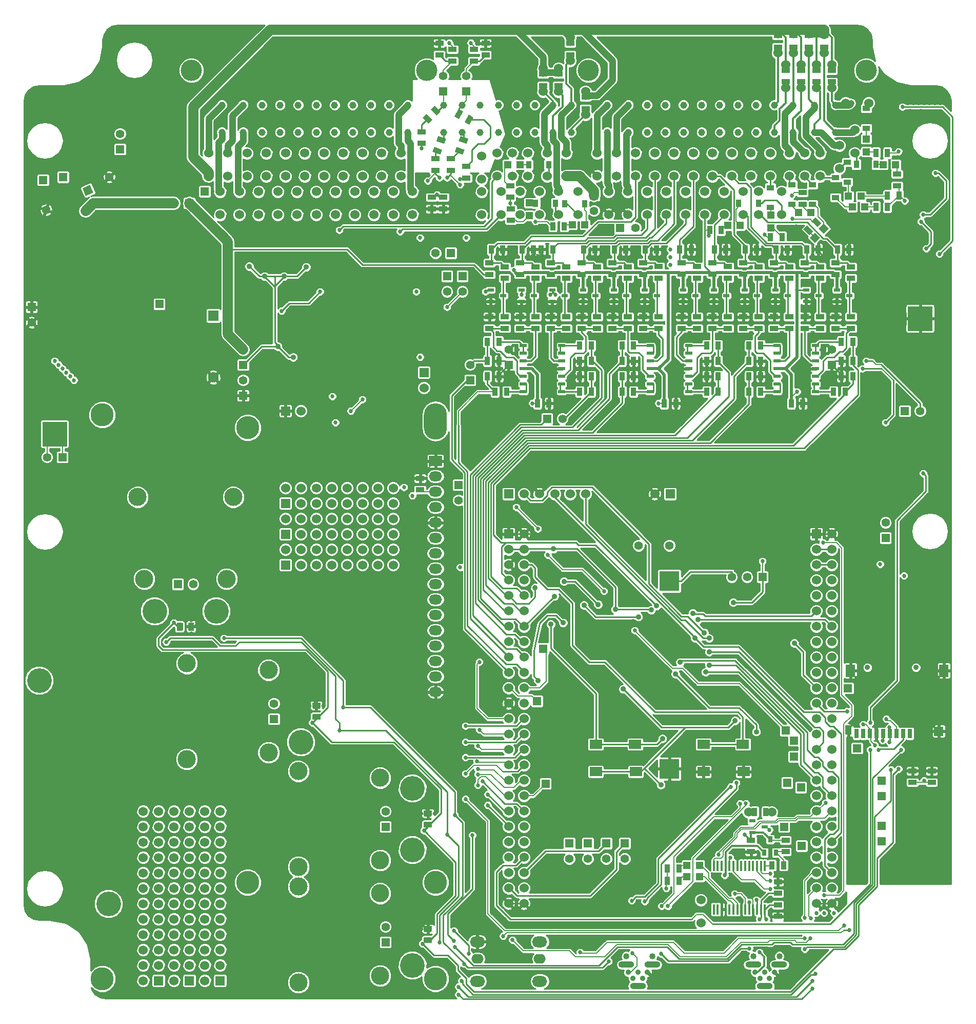
<source format=gbl>
G04 (created by PCBNEW (2013-07-07 BZR 4022)-stable) date 18/12/2014 23:20:11*
%MOIN*%
G04 Gerber Fmt 3.4, Leading zero omitted, Abs format*
%FSLAX34Y34*%
G01*
G70*
G90*
G04 APERTURE LIST*
%ADD10C,0.00393701*%
%ADD11C,0.15*%
%ADD12O,0.085X0.065*%
%ADD13R,0.085X0.065*%
%ADD14O,0.15X0.23622*%
%ADD15C,0.06*%
%ADD16C,0.0453*%
%ADD17C,0.1378*%
%ADD18R,0.055X0.035*%
%ADD19R,0.055X0.055*%
%ADD20C,0.055*%
%ADD21R,0.129528X0.129528*%
%ADD22R,0.06X0.06*%
%ADD23C,0.056*%
%ADD24R,0.0787402X0.0590551*%
%ADD25C,0.07*%
%ADD26R,0.07X0.07*%
%ADD27R,0.0394X0.0236*%
%ADD28R,0.035X0.055*%
%ADD29R,0.045X0.02*%
%ADD30R,0.016X0.065*%
%ADD31R,0.03X0.06*%
%ADD32R,0.04X0.06*%
%ADD33R,0.06X0.08*%
%ADD34C,0.035*%
%ADD35C,0.04*%
%ADD36O,0.0787X0.063*%
%ADD37O,0.0984X0.0709*%
%ADD38C,0.1181*%
%ADD39R,0.045X0.025*%
%ADD40C,0.16*%
%ADD41R,0.025X0.045*%
%ADD42R,0.0315X0.0394*%
%ADD43R,0.0472X0.0472*%
%ADD44R,0.06X0.008*%
%ADD45R,0.008X0.06*%
%ADD46R,0.038X0.05*%
%ADD47R,0.05X0.038*%
%ADD48O,0.103X0.04*%
%ADD49R,0.16X0.16*%
%ADD50C,0.027*%
%ADD51C,0.043*%
%ADD52C,0.0607*%
%ADD53C,0.065*%
%ADD54C,0.01*%
%ADD55C,0.006*%
%ADD56C,0.0085*%
%ADD57C,0.02*%
%ADD58C,0.065*%
%ADD59C,0.042*%
%ADD60C,0.012*%
%ADD61C,0.0544*%
G04 APERTURE END LIST*
G54D10*
G54D11*
X57295Y-42584D03*
X57295Y-72112D03*
X69500Y-72112D03*
G54D12*
X69500Y-58750D03*
X69500Y-59750D03*
G54D13*
X69500Y-44750D03*
G54D12*
X69500Y-45750D03*
X69500Y-46750D03*
X69500Y-47750D03*
X69500Y-48750D03*
X69500Y-49750D03*
X69500Y-50750D03*
X69500Y-51750D03*
X69500Y-52750D03*
X69500Y-53750D03*
X69500Y-54750D03*
X69500Y-55750D03*
X69500Y-56750D03*
X69500Y-57750D03*
G54D14*
X69500Y-42167D03*
G54D11*
X69500Y-78364D03*
X47845Y-41750D03*
X47846Y-78364D03*
G54D15*
X78000Y-24750D03*
X78000Y-26250D03*
X61000Y-24750D03*
X61000Y-26250D03*
X59750Y-24750D03*
X59750Y-26250D03*
X58500Y-24750D03*
X58500Y-26250D03*
X57250Y-24750D03*
X57250Y-26250D03*
X54750Y-24750D03*
X54750Y-26250D03*
X56000Y-24750D03*
X56000Y-26250D03*
X87000Y-27250D03*
X87000Y-28750D03*
G54D16*
X55621Y-21628D03*
X55621Y-23400D03*
X56998Y-23400D03*
X56998Y-21628D03*
X61762Y-21628D03*
X61762Y-23400D03*
X60581Y-23400D03*
X60581Y-21628D03*
X58219Y-21628D03*
X58219Y-23400D03*
X59400Y-23400D03*
X59400Y-21628D03*
X64124Y-21628D03*
X64124Y-23400D03*
X62943Y-23400D03*
X62943Y-21628D03*
X65305Y-21628D03*
X65305Y-23400D03*
X66486Y-23400D03*
X66486Y-21628D03*
X73592Y-21628D03*
X73592Y-23400D03*
X72411Y-23400D03*
X72411Y-21628D03*
X70049Y-21628D03*
X70049Y-23400D03*
X71230Y-23400D03*
X71230Y-21628D03*
X75955Y-21628D03*
X75955Y-23400D03*
X74774Y-23400D03*
X74774Y-21628D03*
X77136Y-21628D03*
X77136Y-23400D03*
X67707Y-21628D03*
X67707Y-23400D03*
X78317Y-23400D03*
X78317Y-21628D03*
X82036Y-23400D03*
X82036Y-21628D03*
X80658Y-23400D03*
X80658Y-21628D03*
X86801Y-23400D03*
X86801Y-21628D03*
X85620Y-23400D03*
X85620Y-21628D03*
X83258Y-23400D03*
X83258Y-21628D03*
X84439Y-23400D03*
X84439Y-21628D03*
X89163Y-23400D03*
X89163Y-21628D03*
X87982Y-23400D03*
X87982Y-21628D03*
X90344Y-23400D03*
X90344Y-21628D03*
X91525Y-23400D03*
X91525Y-21628D03*
X92746Y-23400D03*
X92746Y-21628D03*
X94124Y-23400D03*
X94124Y-21628D03*
G54D17*
X53632Y-19384D03*
X68927Y-19384D03*
X79439Y-19384D03*
G54D16*
X95502Y-23400D03*
X95502Y-21628D03*
G54D17*
X97490Y-19384D03*
G54D15*
X75500Y-24750D03*
X75500Y-26250D03*
X77500Y-27250D03*
X77500Y-28750D03*
X76750Y-24750D03*
X76750Y-26250D03*
X78750Y-27250D03*
X78750Y-28750D03*
X80750Y-27250D03*
X80750Y-28750D03*
X80000Y-24750D03*
X80000Y-26250D03*
X82000Y-27250D03*
X82000Y-28750D03*
X81250Y-24750D03*
X81250Y-26250D03*
X83250Y-27250D03*
X83250Y-28750D03*
X82500Y-24750D03*
X82500Y-26250D03*
X84500Y-27250D03*
X84500Y-28750D03*
X83750Y-24750D03*
X83750Y-26250D03*
X85750Y-27250D03*
X85750Y-28750D03*
X85000Y-24750D03*
X85000Y-26250D03*
X76250Y-27250D03*
X76250Y-28750D03*
X86250Y-24750D03*
X86250Y-26250D03*
X88250Y-27250D03*
X88250Y-28750D03*
X87500Y-24750D03*
X87500Y-26250D03*
X89500Y-27250D03*
X89500Y-28750D03*
X88750Y-24750D03*
X88750Y-26250D03*
X90500Y-27250D03*
X90500Y-28750D03*
X90000Y-24750D03*
X90000Y-26250D03*
X92000Y-27250D03*
X92000Y-28750D03*
X91250Y-24750D03*
X91250Y-26250D03*
X93500Y-24750D03*
X93500Y-26250D03*
X92500Y-24750D03*
X92500Y-26250D03*
X95750Y-24250D03*
X95750Y-25750D03*
X94500Y-24750D03*
X94500Y-26250D03*
X96750Y-23250D03*
X96750Y-24750D03*
X96150Y-21500D03*
X97650Y-21500D03*
X65500Y-27250D03*
X65500Y-28750D03*
X56750Y-27250D03*
X56750Y-28750D03*
X58000Y-27250D03*
X58000Y-28750D03*
X59250Y-27250D03*
X59250Y-28750D03*
X60500Y-27250D03*
X60500Y-28750D03*
X61750Y-27250D03*
X61750Y-28750D03*
X63000Y-27250D03*
X63000Y-28750D03*
X62250Y-24750D03*
X62250Y-26250D03*
X64250Y-27250D03*
X64250Y-28750D03*
X63500Y-24750D03*
X63500Y-26250D03*
X55500Y-27250D03*
X55500Y-28750D03*
X64750Y-24750D03*
X64750Y-26250D03*
X66750Y-27250D03*
X66750Y-28750D03*
X66000Y-24750D03*
X66000Y-26250D03*
X68000Y-27250D03*
X68000Y-28750D03*
X67250Y-24750D03*
X67250Y-26250D03*
X72500Y-27250D03*
X72500Y-28750D03*
X72500Y-24950D03*
X72500Y-26450D03*
G54D18*
X68500Y-45875D03*
X68500Y-46625D03*
G54D19*
X74250Y-38500D03*
G54D20*
X74250Y-37500D03*
G54D19*
X95250Y-38500D03*
G54D20*
X95250Y-37500D03*
G54D19*
X70500Y-31250D03*
G54D20*
X69500Y-31250D03*
G54D21*
X84700Y-52537D03*
X84700Y-64730D03*
G54D19*
X78200Y-69584D03*
G54D20*
X78200Y-70584D03*
G54D19*
X79400Y-69584D03*
G54D20*
X79400Y-70584D03*
G54D19*
X80600Y-69584D03*
G54D20*
X80600Y-70584D03*
G54D19*
X81800Y-69584D03*
G54D20*
X81800Y-70584D03*
G54D19*
X90750Y-52284D03*
G54D20*
X89750Y-52284D03*
X88750Y-52284D03*
G54D22*
X74250Y-49484D03*
G54D15*
X75250Y-49484D03*
X74250Y-50484D03*
X75250Y-50484D03*
X74250Y-51484D03*
X75250Y-51484D03*
X74250Y-52484D03*
X75250Y-52484D03*
X74250Y-53484D03*
X75250Y-53484D03*
X74250Y-54484D03*
X75250Y-54484D03*
X74250Y-55484D03*
X75250Y-55484D03*
X74250Y-56484D03*
X75250Y-56484D03*
X74250Y-57484D03*
X75250Y-57484D03*
X74250Y-58484D03*
X75250Y-58484D03*
X74250Y-59484D03*
X75250Y-59484D03*
X74250Y-60484D03*
X75250Y-60484D03*
X74250Y-61484D03*
X75250Y-61484D03*
X74250Y-62484D03*
X75250Y-62484D03*
X74250Y-63484D03*
X75250Y-63484D03*
X74250Y-64484D03*
X75250Y-64484D03*
X74250Y-65484D03*
X75250Y-65484D03*
X74250Y-66484D03*
X75250Y-66484D03*
X74250Y-67484D03*
X75250Y-67484D03*
X74250Y-68484D03*
X75250Y-68484D03*
X74250Y-69484D03*
X75250Y-69484D03*
X74250Y-70484D03*
X75250Y-70484D03*
X74250Y-71484D03*
X75250Y-71484D03*
X74250Y-72484D03*
X75250Y-72484D03*
X74250Y-73484D03*
X75250Y-73484D03*
G54D22*
X94250Y-49484D03*
G54D15*
X95250Y-49484D03*
X94250Y-50484D03*
X95250Y-50484D03*
X94250Y-51484D03*
X95250Y-51484D03*
X94250Y-52484D03*
X95250Y-52484D03*
X94250Y-53484D03*
X95250Y-53484D03*
X94250Y-54484D03*
X95250Y-54484D03*
X94250Y-55484D03*
X95250Y-55484D03*
X94250Y-56484D03*
X95250Y-56484D03*
X94250Y-57484D03*
X95250Y-57484D03*
X94250Y-58484D03*
X95250Y-58484D03*
X94250Y-59484D03*
X95250Y-59484D03*
X94250Y-60484D03*
X95250Y-60484D03*
X94250Y-61484D03*
X95250Y-61484D03*
X94250Y-62484D03*
X95250Y-62484D03*
X94250Y-63484D03*
X95250Y-63484D03*
X94250Y-64484D03*
X95250Y-64484D03*
X94250Y-65484D03*
X95250Y-65484D03*
X94250Y-66484D03*
X95250Y-66484D03*
X94250Y-67484D03*
X95250Y-67484D03*
X94250Y-68484D03*
X95250Y-68484D03*
X94250Y-69484D03*
X95250Y-69484D03*
X94250Y-70484D03*
X95250Y-70484D03*
X94250Y-71484D03*
X95250Y-71484D03*
X94250Y-72484D03*
X95250Y-72484D03*
X94250Y-73484D03*
X95250Y-73484D03*
G54D22*
X84750Y-46884D03*
G54D15*
X83750Y-46884D03*
G54D22*
X74250Y-46884D03*
G54D15*
X75250Y-46884D03*
X76250Y-46884D03*
X77250Y-46884D03*
X78250Y-46884D03*
X79250Y-46884D03*
G54D23*
X82700Y-50234D03*
X84700Y-50234D03*
G54D24*
X86920Y-63148D03*
X89479Y-63148D03*
X89518Y-64919D03*
X86920Y-64919D03*
X79920Y-63148D03*
X82479Y-63148D03*
X82518Y-64919D03*
X79920Y-64919D03*
G54D18*
X69250Y-27625D03*
X69250Y-28375D03*
G54D10*
G36*
X69679Y-23639D02*
X70196Y-23827D01*
X70076Y-24156D01*
X69559Y-23968D01*
X69679Y-23639D01*
X69679Y-23639D01*
G37*
G36*
X69423Y-24343D02*
X69940Y-24531D01*
X69820Y-24860D01*
X69303Y-24672D01*
X69423Y-24343D01*
X69423Y-24343D01*
G37*
G36*
X69444Y-21666D02*
X69833Y-22055D01*
X69585Y-22303D01*
X69196Y-21914D01*
X69444Y-21666D01*
X69444Y-21666D01*
G37*
G36*
X68914Y-22196D02*
X69303Y-22585D01*
X69055Y-22833D01*
X68666Y-22444D01*
X68914Y-22196D01*
X68914Y-22196D01*
G37*
G36*
X70736Y-22363D02*
X71011Y-21886D01*
X71314Y-22061D01*
X71039Y-22538D01*
X70736Y-22363D01*
X70736Y-22363D01*
G37*
G36*
X71385Y-22738D02*
X71660Y-22261D01*
X71963Y-22436D01*
X71688Y-22913D01*
X71385Y-22738D01*
X71385Y-22738D01*
G37*
G36*
X71129Y-23639D02*
X71646Y-23827D01*
X71526Y-24156D01*
X71009Y-23968D01*
X71129Y-23639D01*
X71129Y-23639D01*
G37*
G36*
X70873Y-24343D02*
X71390Y-24531D01*
X71270Y-24860D01*
X70753Y-24672D01*
X70873Y-24343D01*
X70873Y-24343D01*
G37*
G54D18*
X69500Y-25125D03*
X69500Y-25875D03*
X68600Y-23375D03*
X68600Y-24125D03*
X71500Y-25625D03*
X71500Y-26375D03*
X70500Y-25125D03*
X70500Y-25875D03*
X70000Y-28375D03*
X70000Y-27625D03*
G54D19*
X51556Y-34560D03*
G54D25*
X55056Y-39310D03*
G54D26*
X55056Y-35310D03*
G54D10*
G36*
X46782Y-27541D02*
X46550Y-27043D01*
X47048Y-26810D01*
X47281Y-27309D01*
X46782Y-27541D01*
X46782Y-27541D01*
G37*
G54D20*
X44196Y-28443D03*
G54D19*
X45306Y-26310D03*
G54D20*
X48306Y-26310D03*
G54D19*
X53500Y-28000D03*
G54D20*
X52500Y-28000D03*
G54D22*
X59750Y-41500D03*
G54D15*
X60750Y-41500D03*
G54D27*
X91584Y-34382D03*
X92416Y-34007D03*
X91584Y-33632D03*
X77084Y-34382D03*
X77916Y-34007D03*
X77084Y-33632D03*
X79084Y-34382D03*
X79916Y-34007D03*
X79084Y-33632D03*
X93584Y-34382D03*
X94416Y-34007D03*
X93584Y-33632D03*
X89584Y-34382D03*
X90416Y-34007D03*
X89584Y-33632D03*
X95584Y-34382D03*
X96416Y-34007D03*
X95584Y-33632D03*
X85584Y-34382D03*
X86416Y-34007D03*
X85584Y-33632D03*
X87584Y-34382D03*
X88416Y-34007D03*
X87584Y-33632D03*
X81084Y-34382D03*
X81916Y-34007D03*
X81084Y-33632D03*
X83084Y-34382D03*
X83916Y-34007D03*
X83084Y-33632D03*
X75084Y-34382D03*
X75916Y-34007D03*
X75084Y-33632D03*
X73084Y-34382D03*
X73916Y-34007D03*
X73084Y-33632D03*
G54D19*
X76750Y-42000D03*
G54D20*
X77750Y-42000D03*
G54D19*
X71750Y-39500D03*
G54D20*
X71750Y-38500D03*
G54D28*
X92625Y-41007D03*
X93375Y-41007D03*
X76875Y-41007D03*
X76125Y-41007D03*
X84375Y-41007D03*
X85125Y-41007D03*
X96625Y-39250D03*
X95875Y-39250D03*
X95375Y-40257D03*
X96125Y-40257D03*
X95625Y-31007D03*
X96375Y-31007D03*
X96625Y-38250D03*
X95875Y-38250D03*
X95875Y-37000D03*
X96625Y-37000D03*
X93625Y-31007D03*
X94375Y-31007D03*
X89875Y-38257D03*
X90625Y-38257D03*
X90625Y-37257D03*
X89875Y-37257D03*
X91625Y-31007D03*
X92375Y-31007D03*
X89625Y-31007D03*
X90375Y-31007D03*
X90625Y-40257D03*
X89875Y-40257D03*
X89875Y-39257D03*
X90625Y-39257D03*
G54D18*
X96500Y-35382D03*
X96500Y-36132D03*
X95500Y-31882D03*
X95500Y-32632D03*
X93500Y-35382D03*
X93500Y-36132D03*
X95500Y-35382D03*
X95500Y-36132D03*
X94500Y-35382D03*
X94500Y-36132D03*
X93500Y-31882D03*
X93500Y-32632D03*
X92500Y-35382D03*
X92500Y-36132D03*
X91500Y-31882D03*
X91500Y-32632D03*
X90500Y-35382D03*
X90500Y-36132D03*
G54D28*
X87875Y-39257D03*
X87125Y-39257D03*
G54D18*
X86500Y-35382D03*
X86500Y-36132D03*
X88500Y-35382D03*
X88500Y-36132D03*
X94500Y-32132D03*
X94500Y-32882D03*
X96500Y-32132D03*
X96500Y-32882D03*
G54D28*
X87625Y-31007D03*
X88375Y-31007D03*
X87125Y-40257D03*
X87875Y-40257D03*
X79625Y-39257D03*
X78875Y-39257D03*
X78875Y-40257D03*
X79625Y-40257D03*
X79125Y-31007D03*
X79875Y-31007D03*
X77125Y-31000D03*
X76375Y-31000D03*
X78875Y-37257D03*
X79625Y-37257D03*
X79625Y-38257D03*
X78875Y-38257D03*
G54D18*
X80000Y-35382D03*
X80000Y-36132D03*
X79000Y-35382D03*
X79000Y-36132D03*
X79000Y-31882D03*
X79000Y-32632D03*
X78000Y-35382D03*
X78000Y-36132D03*
X77000Y-35382D03*
X77000Y-36132D03*
X77000Y-31882D03*
X77000Y-32632D03*
X91500Y-35382D03*
X91500Y-36132D03*
X89500Y-35382D03*
X89500Y-36132D03*
X87500Y-35382D03*
X87500Y-36132D03*
X85500Y-35382D03*
X85500Y-36132D03*
G54D28*
X85375Y-31007D03*
X86125Y-31007D03*
G54D18*
X81000Y-35382D03*
X81000Y-36132D03*
X83000Y-35382D03*
X83000Y-36132D03*
G54D28*
X82375Y-37257D03*
X81625Y-37257D03*
X81625Y-38257D03*
X82375Y-38257D03*
G54D18*
X81000Y-31882D03*
X81000Y-32632D03*
X82000Y-35382D03*
X82000Y-36132D03*
X83000Y-31882D03*
X83000Y-32632D03*
X84000Y-35382D03*
X84000Y-36132D03*
G54D28*
X81625Y-39257D03*
X82375Y-39257D03*
X82375Y-40257D03*
X81625Y-40257D03*
X81125Y-31007D03*
X81875Y-31007D03*
X83125Y-31007D03*
X83875Y-31007D03*
G54D18*
X92500Y-32132D03*
X92500Y-32882D03*
X90500Y-32132D03*
X90500Y-32882D03*
X78000Y-32132D03*
X78000Y-32882D03*
X80000Y-32132D03*
X80000Y-32882D03*
X82000Y-32132D03*
X82000Y-32882D03*
G54D28*
X87125Y-37257D03*
X87875Y-37257D03*
X87875Y-38257D03*
X87125Y-38257D03*
X72875Y-38250D03*
X73625Y-38250D03*
X73625Y-37000D03*
X72875Y-37000D03*
X75125Y-31007D03*
X75875Y-31007D03*
X73125Y-31007D03*
X73875Y-31007D03*
X74125Y-40257D03*
X73375Y-40257D03*
X72875Y-39250D03*
X73625Y-39250D03*
G54D18*
X76000Y-35382D03*
X76000Y-36132D03*
X75000Y-35382D03*
X75000Y-36132D03*
X75000Y-31882D03*
X75000Y-32632D03*
X74000Y-35382D03*
X74000Y-36132D03*
X73000Y-35382D03*
X73000Y-36132D03*
X73000Y-31882D03*
X73000Y-32632D03*
X74000Y-32132D03*
X74000Y-32882D03*
X76000Y-32132D03*
X76000Y-32882D03*
G54D29*
X91700Y-40257D03*
X91700Y-39757D03*
X91700Y-39257D03*
X91700Y-38757D03*
X91700Y-38257D03*
X91700Y-37757D03*
X91700Y-37257D03*
X94200Y-37257D03*
X94200Y-37757D03*
X94200Y-38757D03*
X94200Y-39257D03*
X94200Y-39757D03*
X94200Y-40257D03*
X94200Y-38257D03*
X83450Y-40257D03*
X83450Y-39757D03*
X83450Y-39257D03*
X83450Y-38757D03*
X83450Y-38257D03*
X83450Y-37757D03*
X83450Y-37257D03*
X85950Y-37257D03*
X85950Y-37757D03*
X85950Y-38757D03*
X85950Y-39257D03*
X85950Y-39757D03*
X85950Y-40257D03*
X85950Y-38257D03*
X75200Y-40257D03*
X75200Y-39757D03*
X75200Y-39257D03*
X75200Y-38757D03*
X75200Y-38257D03*
X75200Y-37757D03*
X75200Y-37257D03*
X77700Y-37257D03*
X77700Y-37757D03*
X77700Y-38757D03*
X77700Y-39257D03*
X77700Y-39757D03*
X77700Y-40257D03*
X77700Y-38257D03*
G54D18*
X91750Y-72075D03*
X91750Y-72825D03*
X91750Y-74325D03*
X91750Y-73575D03*
G54D30*
X89122Y-71033D03*
X89378Y-71033D03*
X89634Y-71033D03*
X89890Y-71033D03*
X88354Y-73867D03*
X88354Y-71033D03*
X88610Y-71033D03*
X88866Y-71033D03*
X90146Y-73867D03*
X89890Y-73867D03*
X89634Y-73867D03*
X89378Y-73867D03*
X89122Y-73867D03*
X88866Y-73867D03*
X90146Y-71033D03*
X88610Y-73867D03*
X88098Y-73867D03*
X87843Y-73867D03*
X87587Y-73867D03*
X87587Y-71033D03*
X87843Y-71033D03*
X88098Y-71033D03*
X90402Y-71033D03*
X90657Y-71033D03*
X90913Y-71033D03*
X90913Y-73867D03*
X90657Y-73867D03*
X90402Y-73867D03*
G54D31*
X100332Y-62450D03*
X99899Y-62450D03*
X99466Y-62450D03*
X99033Y-62450D03*
X98600Y-62450D03*
X98166Y-62450D03*
X97733Y-62450D03*
X97300Y-62450D03*
X96867Y-62450D03*
G54D32*
X96337Y-62213D03*
G54D33*
X96474Y-58366D03*
X102537Y-58366D03*
G54D22*
X102214Y-62295D03*
G54D34*
X97576Y-58158D03*
X100725Y-58158D03*
G54D19*
X81500Y-29625D03*
G54D20*
X82500Y-29600D03*
G54D19*
X79800Y-27500D03*
G54D20*
X79800Y-28500D03*
G54D19*
X100000Y-41500D03*
G54D20*
X101000Y-41500D03*
G54D19*
X57000Y-38500D03*
G54D20*
X57000Y-37500D03*
G54D19*
X57000Y-40500D03*
G54D20*
X57000Y-39500D03*
G54D22*
X68750Y-39000D03*
G54D15*
X68750Y-40000D03*
X74500Y-24750D03*
X74500Y-26250D03*
X75000Y-27250D03*
X75000Y-28750D03*
X73500Y-24750D03*
X73500Y-26250D03*
X73750Y-27250D03*
X73750Y-28750D03*
G54D18*
X89500Y-31875D03*
X89500Y-32625D03*
X87500Y-31875D03*
X87500Y-32625D03*
X85500Y-31875D03*
X85500Y-32625D03*
X88500Y-32125D03*
X88500Y-32875D03*
X86500Y-32125D03*
X86500Y-32875D03*
X84000Y-32125D03*
X84000Y-32875D03*
G54D35*
X81900Y-76900D03*
X83600Y-76900D03*
X90150Y-76900D03*
X91850Y-76900D03*
G54D18*
X70600Y-18025D03*
X70600Y-18775D03*
X72000Y-18025D03*
X72000Y-18775D03*
G54D19*
X71500Y-20750D03*
G54D20*
X71500Y-19750D03*
G54D19*
X70000Y-20750D03*
G54D20*
X70000Y-19750D03*
G54D36*
X72222Y-77072D03*
X76278Y-77072D03*
G54D37*
X76278Y-75970D03*
X72222Y-75970D03*
X76278Y-78530D03*
X72222Y-78530D03*
G54D18*
X101750Y-65625D03*
X101750Y-64875D03*
X100500Y-65625D03*
X100500Y-64875D03*
G54D19*
X70250Y-32750D03*
G54D20*
X70250Y-33750D03*
G54D19*
X71250Y-32750D03*
G54D20*
X71250Y-33750D03*
G54D19*
X71000Y-46300D03*
G54D20*
X71000Y-47300D03*
G54D19*
X92800Y-62900D03*
X93300Y-69750D03*
X96300Y-59500D03*
X92250Y-62250D03*
X96900Y-63400D03*
X92800Y-63950D03*
X98500Y-65500D03*
X92350Y-65650D03*
X98500Y-66500D03*
X93250Y-65950D03*
X76650Y-65700D03*
X76100Y-60350D03*
X76500Y-56950D03*
X98500Y-68450D03*
X92150Y-68500D03*
X98500Y-69450D03*
G54D38*
X60593Y-78610D03*
X60593Y-72390D03*
X65907Y-78177D03*
X65907Y-72823D03*
G54D18*
X69000Y-75875D03*
X69000Y-75125D03*
G54D39*
X69000Y-75800D03*
X69000Y-75200D03*
G54D19*
X66250Y-76000D03*
G54D20*
X66250Y-75000D03*
G54D40*
X68000Y-77500D03*
X48250Y-73500D03*
G54D38*
X60593Y-71110D03*
X60593Y-64890D03*
X65907Y-70677D03*
X65907Y-65323D03*
G54D18*
X69000Y-68375D03*
X69000Y-67625D03*
G54D39*
X69000Y-68300D03*
X69000Y-67700D03*
G54D19*
X66250Y-68500D03*
G54D20*
X66250Y-67500D03*
G54D40*
X68000Y-70000D03*
X68000Y-66000D03*
G54D38*
X53343Y-64110D03*
X53343Y-57890D03*
X58657Y-63677D03*
X58657Y-58323D03*
G54D18*
X61750Y-61375D03*
X61750Y-60625D03*
G54D39*
X61750Y-61300D03*
X61750Y-60700D03*
G54D19*
X59000Y-61500D03*
G54D20*
X59000Y-60500D03*
G54D40*
X43750Y-59000D03*
X60750Y-63000D03*
G54D38*
X50140Y-47093D03*
X56360Y-47093D03*
X50573Y-52407D03*
X55927Y-52407D03*
G54D28*
X52875Y-55500D03*
X53625Y-55500D03*
G54D41*
X52950Y-55500D03*
X53550Y-55500D03*
G54D19*
X52750Y-52750D03*
G54D20*
X53750Y-52750D03*
G54D40*
X55250Y-54500D03*
X51250Y-54500D03*
G54D19*
X54500Y-27250D03*
X44000Y-26500D03*
G54D42*
X91250Y-69317D03*
X90875Y-70183D03*
X91625Y-70183D03*
G54D27*
X90084Y-68875D03*
X90916Y-68500D03*
X90084Y-68125D03*
G54D15*
X86750Y-73250D03*
X86750Y-74750D03*
G54D28*
X84575Y-71200D03*
X85325Y-71200D03*
X84575Y-72000D03*
X85325Y-72000D03*
G54D18*
X90000Y-69375D03*
X90000Y-70125D03*
G54D28*
X92125Y-71000D03*
X91375Y-71000D03*
G54D18*
X92250Y-70125D03*
X92250Y-69375D03*
G54D43*
X85837Y-71000D03*
X86663Y-71000D03*
X85837Y-71750D03*
X86663Y-71750D03*
G54D44*
X90100Y-67550D03*
G54D28*
X90975Y-67550D03*
X90225Y-67550D03*
G54D15*
X89850Y-67550D03*
X91350Y-67550D03*
G54D44*
X91100Y-67550D03*
G54D18*
X69750Y-17625D03*
X69750Y-18375D03*
X72750Y-17625D03*
X72750Y-18375D03*
G54D22*
X51500Y-78500D03*
G54D15*
X50500Y-78500D03*
X51500Y-77500D03*
X50500Y-77500D03*
X51500Y-76500D03*
X50500Y-76500D03*
X51500Y-75500D03*
X50500Y-75500D03*
X51500Y-74500D03*
X50500Y-74500D03*
X51500Y-73500D03*
X50500Y-73500D03*
X51500Y-72500D03*
X50500Y-72500D03*
X51500Y-71500D03*
X50500Y-71500D03*
X51500Y-70500D03*
X50500Y-70500D03*
X51500Y-69500D03*
X50500Y-69500D03*
X51500Y-68500D03*
X50500Y-68500D03*
X51500Y-67500D03*
X50500Y-67500D03*
G54D22*
X53500Y-78500D03*
G54D15*
X52500Y-78500D03*
X53500Y-77500D03*
X52500Y-77500D03*
X53500Y-76500D03*
X52500Y-76500D03*
X53500Y-75500D03*
X52500Y-75500D03*
X53500Y-74500D03*
X52500Y-74500D03*
X53500Y-73500D03*
X52500Y-73500D03*
X53500Y-72500D03*
X52500Y-72500D03*
X53500Y-71500D03*
X52500Y-71500D03*
X53500Y-70500D03*
X52500Y-70500D03*
X53500Y-69500D03*
X52500Y-69500D03*
X53500Y-68500D03*
X52500Y-68500D03*
X53500Y-67500D03*
X52500Y-67500D03*
G54D22*
X55500Y-78500D03*
G54D15*
X54500Y-78500D03*
X55500Y-77500D03*
X54500Y-77500D03*
X55500Y-76500D03*
X54500Y-76500D03*
X55500Y-75500D03*
X54500Y-75500D03*
X55500Y-74500D03*
X54500Y-74500D03*
X55500Y-73500D03*
X54500Y-73500D03*
X55500Y-72500D03*
X54500Y-72500D03*
X55500Y-71500D03*
X54500Y-71500D03*
X55500Y-70500D03*
X54500Y-70500D03*
X55500Y-69500D03*
X54500Y-69500D03*
X55500Y-68500D03*
X54500Y-68500D03*
X55500Y-67500D03*
X54500Y-67500D03*
G54D22*
X59750Y-47500D03*
G54D15*
X59750Y-46500D03*
X60750Y-47500D03*
X60750Y-46500D03*
X61750Y-47500D03*
X61750Y-46500D03*
X62750Y-47500D03*
X62750Y-46500D03*
X63750Y-47500D03*
X63750Y-46500D03*
X64750Y-47500D03*
X64750Y-46500D03*
X65750Y-47500D03*
X65750Y-46500D03*
X66750Y-47500D03*
X66750Y-46500D03*
G54D22*
X59750Y-49500D03*
G54D15*
X59750Y-48500D03*
X60750Y-49500D03*
X60750Y-48500D03*
X61750Y-49500D03*
X61750Y-48500D03*
X62750Y-49500D03*
X62750Y-48500D03*
X63750Y-49500D03*
X63750Y-48500D03*
X64750Y-49500D03*
X64750Y-48500D03*
X65750Y-49500D03*
X65750Y-48500D03*
X66750Y-49500D03*
X66750Y-48500D03*
G54D22*
X59750Y-51500D03*
G54D15*
X59750Y-50500D03*
X60750Y-51500D03*
X60750Y-50500D03*
X61750Y-51500D03*
X61750Y-50500D03*
X62750Y-51500D03*
X62750Y-50500D03*
X63750Y-51500D03*
X63750Y-50500D03*
X64750Y-51500D03*
X64750Y-50500D03*
X65750Y-51500D03*
X65750Y-50500D03*
X66750Y-51500D03*
X66750Y-50500D03*
G54D19*
X49000Y-24500D03*
G54D20*
X49000Y-23500D03*
G54D19*
X43250Y-34750D03*
G54D20*
X43250Y-35750D03*
G54D19*
X45250Y-44500D03*
G54D20*
X44250Y-44500D03*
G54D19*
X98750Y-49750D03*
G54D20*
X98750Y-48750D03*
G54D45*
X94250Y-19250D03*
G54D18*
X94250Y-20125D03*
X94250Y-19375D03*
G54D15*
X94250Y-19000D03*
X94250Y-20500D03*
G54D45*
X94250Y-20250D03*
X93750Y-17000D03*
G54D18*
X93750Y-17875D03*
X93750Y-17125D03*
G54D15*
X93750Y-16750D03*
X93750Y-18250D03*
G54D45*
X93750Y-18000D03*
X92750Y-17000D03*
G54D18*
X92750Y-17875D03*
X92750Y-17125D03*
G54D15*
X92750Y-16750D03*
X92750Y-18250D03*
G54D45*
X92750Y-18000D03*
X93250Y-19250D03*
G54D18*
X93250Y-20125D03*
X93250Y-19375D03*
G54D15*
X93250Y-19000D03*
X93250Y-20500D03*
G54D45*
X93250Y-20250D03*
X95250Y-19250D03*
G54D18*
X95250Y-20125D03*
X95250Y-19375D03*
G54D15*
X95250Y-19000D03*
X95250Y-20500D03*
G54D45*
X95250Y-20250D03*
X94750Y-17000D03*
G54D18*
X94750Y-17875D03*
X94750Y-17125D03*
G54D15*
X94750Y-16750D03*
X94750Y-18250D03*
G54D45*
X94750Y-18000D03*
X76500Y-19500D03*
G54D18*
X76500Y-20375D03*
X76500Y-19625D03*
G54D15*
X76500Y-19250D03*
X76500Y-20750D03*
G54D45*
X76500Y-20500D03*
X77500Y-19500D03*
G54D18*
X77500Y-20375D03*
X77500Y-19625D03*
G54D15*
X77500Y-19250D03*
X77500Y-20750D03*
G54D45*
X77500Y-20500D03*
X78250Y-17500D03*
G54D18*
X78250Y-18375D03*
X78250Y-17625D03*
G54D15*
X78250Y-17250D03*
X78250Y-18750D03*
G54D45*
X78250Y-18500D03*
X79250Y-21000D03*
G54D18*
X79250Y-21875D03*
X79250Y-21125D03*
G54D15*
X79250Y-20750D03*
X79250Y-22250D03*
G54D45*
X79250Y-22000D03*
X91750Y-17000D03*
G54D18*
X91750Y-17875D03*
X91750Y-17125D03*
G54D15*
X91750Y-16750D03*
X91750Y-18250D03*
G54D45*
X91750Y-18000D03*
X92250Y-19250D03*
G54D18*
X92250Y-20125D03*
X92250Y-19375D03*
G54D15*
X92250Y-19000D03*
X92250Y-20500D03*
G54D45*
X92250Y-20250D03*
G54D46*
X79190Y-28040D03*
X77900Y-28040D03*
G54D47*
X97510Y-23140D03*
X97510Y-21850D03*
G54D46*
X75560Y-25510D03*
X76850Y-25510D03*
X98140Y-25490D03*
X96850Y-25490D03*
X76010Y-28010D03*
X77300Y-28010D03*
G54D47*
X94010Y-28090D03*
X94010Y-26800D03*
X95510Y-27640D03*
X95510Y-26350D03*
G54D46*
X89210Y-28010D03*
X90500Y-28010D03*
G54D47*
X92660Y-28090D03*
X92660Y-26800D03*
X96260Y-26640D03*
X96260Y-25350D03*
X91260Y-28290D03*
X91260Y-27000D03*
G54D10*
G36*
X93805Y-30083D02*
X93416Y-29694D01*
X93664Y-29446D01*
X94053Y-29835D01*
X93805Y-30083D01*
X93805Y-30083D01*
G37*
G36*
X94335Y-29553D02*
X93946Y-29164D01*
X94194Y-28916D01*
X94583Y-29305D01*
X94335Y-29553D01*
X94335Y-29553D01*
G37*
G54D28*
X98125Y-24750D03*
X98875Y-24750D03*
G54D18*
X93350Y-28075D03*
X93350Y-27325D03*
G54D28*
X98875Y-27500D03*
X99625Y-27500D03*
X98125Y-28250D03*
X98875Y-28250D03*
G54D18*
X99500Y-26125D03*
X99500Y-26875D03*
G54D28*
X92025Y-30200D03*
X91275Y-30200D03*
X88075Y-29750D03*
X87325Y-29750D03*
G54D18*
X74400Y-29125D03*
X74400Y-28375D03*
X74350Y-26875D03*
X74350Y-27625D03*
G54D28*
X77875Y-29500D03*
X77125Y-29500D03*
G54D10*
G36*
X94157Y-30575D02*
X93824Y-30242D01*
X94157Y-29908D01*
X94491Y-30242D01*
X94157Y-30575D01*
X94157Y-30575D01*
G37*
G36*
X94742Y-29991D02*
X94408Y-29657D01*
X94742Y-29324D01*
X95075Y-29657D01*
X94742Y-29991D01*
X94742Y-29991D01*
G37*
G54D43*
X93913Y-28600D03*
X93087Y-28600D03*
X91300Y-29613D03*
X91300Y-28787D03*
X97163Y-27550D03*
X96337Y-27550D03*
X88487Y-29450D03*
X89313Y-29450D03*
X97413Y-28250D03*
X96587Y-28250D03*
X75600Y-28813D03*
X75600Y-27987D03*
X99413Y-25500D03*
X98587Y-25500D03*
X74187Y-25500D03*
X75013Y-25500D03*
X97500Y-24663D03*
X97500Y-23837D03*
X78387Y-29400D03*
X79213Y-29400D03*
G54D34*
X90270Y-77953D03*
X90585Y-78346D03*
X90900Y-77953D03*
X91214Y-78346D03*
X91529Y-77953D03*
G54D48*
X90900Y-78838D03*
X90151Y-77461D03*
X91844Y-77461D03*
G54D34*
X82020Y-77953D03*
X82335Y-78346D03*
X82650Y-77953D03*
X82964Y-78346D03*
X83279Y-77953D03*
G54D48*
X82650Y-78838D03*
X81901Y-77461D03*
X83594Y-77461D03*
G54D49*
X44750Y-43000D03*
X101000Y-35500D03*
G54D34*
X76170Y-59004D03*
X77800Y-55259D03*
G54D50*
X84750Y-32000D03*
X92700Y-29000D03*
X62800Y-40550D03*
X68250Y-33750D03*
X68500Y-38000D03*
X63000Y-42250D03*
X91200Y-68700D03*
X84500Y-72500D03*
X72750Y-33750D03*
X70400Y-17600D03*
X71800Y-17600D03*
X93000Y-40250D03*
X84000Y-41000D03*
X75800Y-41000D03*
X71500Y-30250D03*
X68500Y-30250D03*
X76950Y-33950D03*
X77300Y-33950D03*
X75100Y-33950D03*
X74600Y-32350D03*
X93000Y-33632D03*
X45250Y-38750D03*
X45500Y-39000D03*
X45750Y-39250D03*
X46000Y-39500D03*
X45000Y-38500D03*
X44750Y-38250D03*
X69600Y-27450D03*
X87250Y-30100D03*
X74350Y-28000D03*
X76000Y-29200D03*
X90900Y-30050D03*
X92650Y-27500D03*
X99600Y-24650D03*
X100000Y-27850D03*
X94700Y-50050D03*
X94750Y-72950D03*
X72250Y-65800D03*
X64000Y-41500D03*
X64750Y-40750D03*
X67200Y-29850D03*
X63250Y-29750D03*
X67450Y-46450D03*
X68000Y-47000D03*
X71100Y-51650D03*
G54D51*
X46750Y-28500D03*
G54D34*
X83866Y-54158D03*
X75975Y-52984D03*
X80073Y-54068D03*
X77850Y-52564D03*
X77235Y-53529D03*
G54D50*
X101250Y-65500D03*
X52500Y-55250D03*
X68750Y-68750D03*
X61500Y-61750D03*
X99000Y-63000D03*
X99600Y-64750D03*
X68650Y-76100D03*
X99950Y-52200D03*
X99000Y-62050D03*
X98400Y-51450D03*
X97250Y-38750D03*
X84750Y-31500D03*
X98750Y-42250D03*
X97500Y-38250D03*
X84750Y-31000D03*
X97750Y-61750D03*
X97750Y-63500D03*
X101200Y-45550D03*
X96250Y-61000D03*
X62000Y-33750D03*
X59500Y-35000D03*
X96050Y-74900D03*
X71450Y-66700D03*
X71450Y-65050D03*
X73900Y-75600D03*
X96400Y-75200D03*
G54D34*
X85400Y-57821D03*
G54D50*
X71450Y-64000D03*
X71450Y-61950D03*
X71450Y-63000D03*
G54D34*
X58400Y-32755D03*
X57400Y-32105D03*
X61100Y-32155D03*
X59650Y-32755D03*
X60250Y-38005D03*
X59250Y-37305D03*
X86225Y-54634D03*
X86576Y-55038D03*
G54D50*
X80450Y-53200D03*
X76800Y-50850D03*
X82450Y-55750D03*
X74750Y-47750D03*
X76150Y-49150D03*
X101400Y-30950D03*
X101050Y-29200D03*
X99850Y-21750D03*
X102250Y-31300D03*
X91250Y-71550D03*
X91250Y-72000D03*
X98300Y-63500D03*
X91000Y-74500D03*
X90550Y-74500D03*
X88950Y-72850D03*
X88300Y-71650D03*
X89900Y-73400D03*
X91250Y-72550D03*
X90550Y-76650D03*
G54D34*
X92825Y-56584D03*
G54D50*
X84610Y-73660D03*
X89680Y-66990D03*
X88700Y-65900D03*
X82250Y-73300D03*
X89050Y-65650D03*
X83100Y-73350D03*
X82300Y-76700D03*
X84200Y-73650D03*
X89300Y-67000D03*
X72250Y-65100D03*
X72900Y-66400D03*
X72550Y-65550D03*
X72900Y-67100D03*
X52000Y-56500D03*
X63250Y-62250D03*
X70250Y-69000D03*
X69750Y-76000D03*
X99750Y-63500D03*
X70750Y-76300D03*
X98550Y-62900D03*
G54D34*
X87284Y-56253D03*
G54D50*
X98800Y-61500D03*
X88650Y-70500D03*
X87900Y-70300D03*
X94850Y-66950D03*
X93850Y-75750D03*
X93900Y-74450D03*
X74500Y-75850D03*
X70250Y-34750D03*
X78900Y-76650D03*
X93500Y-74400D03*
X93500Y-75750D03*
G54D34*
X90350Y-62334D03*
X85095Y-58580D03*
X87289Y-58019D03*
X87058Y-58451D03*
X87289Y-57143D03*
G54D50*
X72250Y-63250D03*
X72200Y-64250D03*
X72250Y-64750D03*
X72350Y-57800D03*
X72350Y-62200D03*
X90750Y-51250D03*
G54D34*
X88850Y-53934D03*
X77175Y-50459D03*
X81700Y-59559D03*
X88975Y-61609D03*
X84150Y-65784D03*
X81185Y-54384D03*
X83522Y-54423D03*
G54D50*
X70700Y-75900D03*
X71900Y-69050D03*
X99100Y-64800D03*
X93500Y-76450D03*
X89900Y-76400D03*
X84150Y-76750D03*
X80750Y-77250D03*
X98050Y-63200D03*
X97300Y-61850D03*
X71650Y-76750D03*
X70700Y-75250D03*
X55750Y-56250D03*
X63500Y-60750D03*
X70750Y-67750D03*
X71350Y-77400D03*
X94200Y-78050D03*
X94250Y-74100D03*
X71200Y-78500D03*
G54D34*
X86969Y-55895D03*
G54D50*
X94750Y-74100D03*
X94000Y-78500D03*
X71000Y-78900D03*
X95400Y-74100D03*
X94000Y-79000D03*
X71000Y-79400D03*
G54D34*
X86351Y-56242D03*
G54D50*
X85290Y-54198D03*
X86000Y-63100D03*
X90350Y-64300D03*
X81550Y-60200D03*
X89050Y-60500D03*
X88800Y-60200D03*
X86750Y-58950D03*
X77550Y-53800D03*
X87350Y-54450D03*
X82350Y-55150D03*
X83300Y-54100D03*
X94000Y-47900D03*
X89250Y-47600D03*
X79550Y-51850D03*
X85950Y-51350D03*
G54D34*
X87150Y-50184D03*
G54D50*
X102250Y-35500D03*
X101000Y-36750D03*
X99750Y-35500D03*
X101000Y-34250D03*
G54D52*
X51750Y-21250D03*
G54D50*
X62000Y-36400D03*
X72250Y-17500D03*
X69250Y-17500D03*
X88000Y-69600D03*
X89100Y-70500D03*
X86800Y-69400D03*
X89750Y-72450D03*
X64750Y-30500D03*
X87750Y-51550D03*
X54000Y-55250D03*
X68750Y-67250D03*
X61500Y-60250D03*
X99400Y-24350D03*
X100150Y-25050D03*
X100300Y-24700D03*
X99950Y-24700D03*
X100100Y-24350D03*
X99750Y-24350D03*
X100500Y-25050D03*
X98750Y-23500D03*
X98400Y-23500D03*
X98800Y-22300D03*
X98950Y-22600D03*
X98600Y-22600D03*
X98250Y-22600D03*
X98050Y-22900D03*
X98400Y-22900D03*
X98750Y-22900D03*
X99100Y-22900D03*
X98950Y-23200D03*
X98600Y-23200D03*
X98250Y-23200D03*
X98050Y-23500D03*
X100050Y-23200D03*
X100050Y-22850D03*
X100050Y-22500D03*
X100050Y-22150D03*
X102300Y-22350D03*
X102000Y-22200D03*
X100700Y-22450D03*
X100700Y-22800D03*
X100350Y-22700D03*
X100350Y-23000D03*
X100350Y-22350D03*
X100350Y-22000D03*
X100700Y-22100D03*
X101050Y-22000D03*
X101050Y-22350D03*
X101050Y-22700D03*
X101350Y-22150D03*
X101700Y-22150D03*
X102650Y-22500D03*
X102750Y-22750D03*
X100050Y-23550D03*
X100050Y-23900D03*
X99100Y-23500D03*
X98950Y-23800D03*
X98600Y-23800D03*
X98250Y-23800D03*
X98050Y-24100D03*
X98400Y-24100D03*
X98750Y-24100D03*
X98400Y-22300D03*
X98050Y-22300D03*
X102300Y-21500D03*
X102650Y-21500D03*
X100550Y-21500D03*
X100200Y-21500D03*
X99900Y-21200D03*
X101950Y-21500D03*
X101600Y-21500D03*
X101250Y-21500D03*
X100900Y-21500D03*
X101450Y-21200D03*
X101800Y-21200D03*
X101100Y-21200D03*
X100750Y-21200D03*
X100400Y-21200D03*
X100200Y-20900D03*
X100550Y-20900D03*
X100900Y-20900D03*
X99950Y-20500D03*
X100350Y-20600D03*
X100700Y-20600D03*
X101100Y-20600D03*
X101400Y-20600D03*
X101750Y-20600D03*
X102100Y-20600D03*
X102700Y-20900D03*
X102300Y-20900D03*
X101950Y-20900D03*
X101600Y-20900D03*
X101250Y-20900D03*
X99500Y-20450D03*
X99150Y-20450D03*
X102900Y-21750D03*
X102900Y-21200D03*
X102500Y-21200D03*
X102150Y-21200D03*
X97800Y-20900D03*
X97400Y-20900D03*
X97050Y-20900D03*
X96650Y-20900D03*
X95850Y-20600D03*
X95950Y-20900D03*
X96300Y-20900D03*
X96150Y-20600D03*
X96500Y-20600D03*
X97600Y-20600D03*
X97250Y-20600D03*
X96850Y-20600D03*
X98800Y-20450D03*
X98450Y-20450D03*
X102250Y-26750D03*
X102250Y-27250D03*
X102000Y-27500D03*
X99200Y-29450D03*
X98900Y-29450D03*
X98600Y-29450D03*
X98300Y-29450D03*
X97950Y-29450D03*
X98150Y-29200D03*
X98450Y-29200D03*
X98750Y-29200D03*
X99050Y-29200D03*
X99350Y-29200D03*
X97800Y-30100D03*
X98150Y-30100D03*
X98450Y-30100D03*
X98750Y-30100D03*
X99000Y-30100D03*
X99250Y-29900D03*
X98900Y-29900D03*
X98600Y-29900D03*
X98300Y-29900D03*
X97950Y-29900D03*
X97750Y-29650D03*
X98100Y-29650D03*
X98450Y-29650D03*
X98750Y-29650D03*
X99050Y-29650D03*
X99400Y-29650D03*
X99650Y-29850D03*
X99500Y-30100D03*
X99650Y-30250D03*
X68650Y-74900D03*
X99100Y-24100D03*
X98100Y-62000D03*
X102150Y-58800D03*
X96850Y-58850D03*
X96600Y-61850D03*
X101850Y-61950D03*
X100600Y-61150D03*
X64150Y-38900D03*
X67450Y-37150D03*
X64100Y-37450D03*
X63225Y-39475D03*
X80000Y-74150D03*
X79150Y-74850D03*
X101250Y-64750D03*
X96750Y-64250D03*
X88250Y-78950D03*
X88250Y-75950D03*
X82600Y-73450D03*
X85500Y-41000D03*
X93750Y-41000D03*
X77250Y-41000D03*
X59550Y-32200D03*
G54D53*
X54306Y-32060D03*
X55056Y-32810D03*
G54D50*
X58650Y-32250D03*
X70500Y-36950D03*
X70400Y-36050D03*
X85450Y-61750D03*
X76500Y-31450D03*
X76300Y-31700D03*
X75950Y-31700D03*
X75500Y-31600D03*
X75800Y-31450D03*
X76150Y-31450D03*
X87300Y-75800D03*
X92250Y-72200D03*
X92250Y-74200D03*
X98750Y-45750D03*
X56600Y-33300D03*
X56950Y-33300D03*
X57350Y-33300D03*
X57800Y-33300D03*
X57550Y-33550D03*
X57200Y-33550D03*
X56800Y-33555D03*
X56600Y-33850D03*
X56950Y-33850D03*
X57350Y-33850D03*
X57800Y-33850D03*
X70500Y-28250D03*
X68750Y-29000D03*
X71250Y-29000D03*
X91900Y-76350D03*
X89350Y-73350D03*
X88100Y-73250D03*
X79250Y-78450D03*
X80250Y-75700D03*
X99250Y-46250D03*
X73350Y-30400D03*
X73600Y-30050D03*
X73700Y-29550D03*
X74150Y-29550D03*
X73950Y-29850D03*
X73950Y-30250D03*
X74350Y-30250D03*
X74350Y-29850D03*
X74600Y-29550D03*
X74950Y-29550D03*
X75300Y-29550D03*
X75650Y-29550D03*
X76050Y-29550D03*
X76350Y-29550D03*
X76550Y-29850D03*
X76200Y-29850D03*
X75850Y-29850D03*
X75450Y-30050D03*
X66750Y-42250D03*
X79750Y-29950D03*
X81600Y-33450D03*
X80700Y-34850D03*
X80350Y-34850D03*
X80200Y-34500D03*
X80550Y-34500D03*
X80400Y-34150D03*
X80400Y-33800D03*
X80200Y-33550D03*
X80400Y-33350D03*
X74100Y-31650D03*
X74450Y-31350D03*
X80650Y-30900D03*
X80650Y-31400D03*
X76500Y-35000D03*
X76400Y-34750D03*
X76750Y-34750D03*
X76200Y-34400D03*
X76600Y-34400D03*
X76400Y-34100D03*
X76300Y-33700D03*
X76600Y-33750D03*
X76600Y-33400D03*
X77250Y-33100D03*
X76900Y-33100D03*
X76550Y-33100D03*
X76250Y-33400D03*
X74550Y-33050D03*
X75000Y-33100D03*
X75350Y-33300D03*
X93100Y-30300D03*
X92750Y-30300D03*
X92900Y-30050D03*
X93150Y-29800D03*
X92750Y-29750D03*
X92950Y-29500D03*
X96800Y-33400D03*
G54D34*
X93600Y-34857D03*
X92800Y-31007D03*
G54D50*
X92950Y-31700D03*
X92950Y-31400D03*
X93150Y-31200D03*
X94000Y-32900D03*
X94100Y-31550D03*
X94450Y-31650D03*
X94750Y-31500D03*
X94950Y-31700D03*
X94000Y-33250D03*
X93350Y-33100D03*
X93650Y-33250D03*
X94050Y-33650D03*
X94750Y-34850D03*
X95050Y-34950D03*
X95200Y-34650D03*
X94750Y-34450D03*
X95100Y-34300D03*
X94850Y-34150D03*
X95150Y-33900D03*
X94850Y-33850D03*
X95000Y-33150D03*
X95000Y-33500D03*
X101300Y-30000D03*
X99850Y-32150D03*
X99900Y-31400D03*
X99650Y-31750D03*
X99450Y-32050D03*
X99050Y-32100D03*
X98650Y-32100D03*
X98900Y-31750D03*
X99250Y-31700D03*
X99650Y-30850D03*
X99450Y-31350D03*
X99300Y-31050D03*
X99050Y-31350D03*
X98700Y-31350D03*
X98850Y-31000D03*
X98500Y-31000D03*
X98150Y-31000D03*
X97800Y-31000D03*
X97700Y-29050D03*
X97450Y-29300D03*
X97400Y-29000D03*
X97150Y-29200D03*
X97000Y-29000D03*
X96800Y-29150D03*
X96650Y-29000D03*
X96450Y-29150D03*
X96300Y-28900D03*
X96100Y-28650D03*
X96050Y-29100D03*
X96850Y-31600D03*
X96850Y-31250D03*
X97100Y-30750D03*
X97100Y-30450D03*
X97100Y-30150D03*
X97100Y-29837D03*
X96100Y-30500D03*
X96100Y-30000D03*
X96000Y-29500D03*
X95850Y-29750D03*
X95600Y-30000D03*
X95850Y-30250D03*
X95713Y-29463D03*
X95500Y-29700D03*
X95240Y-29950D03*
X95347Y-30252D03*
X95600Y-30400D03*
X95000Y-29100D03*
X94750Y-27000D03*
X94750Y-27500D03*
X94650Y-28500D03*
X94650Y-28000D03*
X94900Y-27750D03*
X94900Y-28250D03*
X94900Y-28750D03*
X101000Y-27250D03*
X101000Y-26750D03*
X101000Y-26250D03*
X101000Y-25750D03*
X100750Y-25500D03*
X100750Y-26000D03*
X100750Y-26500D03*
X100750Y-27000D03*
X100250Y-27500D03*
X100750Y-27500D03*
X100500Y-27250D03*
X100500Y-26750D03*
X100500Y-26250D03*
X100500Y-25750D03*
X100250Y-25500D03*
X100250Y-26000D03*
X100250Y-26500D03*
X100250Y-27000D03*
X98750Y-26250D03*
X98250Y-26250D03*
X97750Y-26250D03*
X97250Y-26250D03*
X97000Y-26500D03*
X97500Y-26500D03*
X98000Y-26500D03*
X98500Y-26500D03*
X98750Y-26750D03*
X98500Y-27000D03*
X98250Y-26750D03*
X98000Y-27000D03*
X97750Y-26750D03*
X97500Y-27000D03*
X97250Y-26750D03*
X97000Y-27000D03*
X79750Y-31500D03*
X94000Y-34750D03*
G54D34*
X92370Y-64884D03*
X77310Y-52344D03*
X79961Y-56815D03*
X92400Y-52984D03*
X92900Y-54409D03*
X82750Y-51234D03*
X92400Y-47584D03*
X81107Y-52276D03*
X78300Y-48884D03*
X81450Y-47534D03*
X80650Y-48334D03*
X78850Y-47884D03*
X78914Y-49892D03*
G54D53*
X51556Y-39060D03*
X49056Y-33560D03*
X49056Y-31810D03*
X52056Y-31310D03*
X52056Y-29810D03*
X53556Y-29810D03*
X52806Y-30560D03*
X53556Y-31310D03*
X52806Y-32060D03*
X52056Y-32810D03*
X52806Y-33560D03*
X53556Y-32810D03*
X55056Y-34310D03*
X54306Y-33560D03*
X55056Y-31310D03*
X54306Y-30560D03*
X50306Y-28810D03*
G54D34*
X90800Y-31057D03*
X88800Y-31007D03*
X86550Y-31007D03*
X84250Y-31007D03*
X82250Y-31007D03*
X74300Y-31007D03*
X78900Y-38757D03*
X73100Y-34857D03*
X75100Y-34857D03*
X77100Y-34857D03*
X79100Y-34857D03*
X81100Y-34857D03*
X83100Y-34857D03*
X85600Y-34857D03*
X87600Y-34857D03*
X89600Y-34857D03*
X91600Y-34857D03*
X82400Y-38757D03*
X87150Y-38757D03*
X90650Y-38757D03*
X95600Y-34857D03*
X93375Y-39157D03*
X85125Y-39132D03*
X76875Y-39132D03*
X60275Y-33855D03*
X60525Y-33355D03*
X60775Y-33855D03*
X61025Y-33355D03*
X61275Y-33855D03*
X61525Y-33355D03*
X59650Y-38505D03*
X59400Y-39005D03*
X59150Y-38505D03*
X58900Y-39005D03*
X58650Y-38505D03*
X58375Y-39005D03*
X57800Y-29505D03*
X59475Y-29455D03*
X60850Y-29505D03*
X56500Y-29555D03*
X58050Y-35305D03*
X59950Y-35355D03*
X59600Y-34405D03*
X58400Y-34405D03*
X57400Y-35055D03*
X61100Y-35055D03*
X59250Y-40255D03*
X60300Y-39505D03*
G54D50*
X101200Y-28750D03*
X102000Y-26050D03*
X89600Y-69000D03*
X90350Y-73250D03*
X71100Y-26450D03*
X71100Y-26800D03*
X70250Y-26350D03*
X68600Y-24450D03*
X69000Y-26550D03*
X69750Y-26350D03*
G54D34*
X76993Y-55349D03*
X84250Y-62784D03*
X82689Y-54867D03*
X79150Y-54115D03*
G54D54*
X75890Y-57084D02*
X75890Y-58724D01*
X75890Y-58724D02*
X76170Y-59004D01*
X75890Y-57084D02*
X76275Y-55284D01*
X77325Y-54784D02*
X77800Y-55259D01*
X76775Y-54784D02*
X77325Y-54784D01*
X76275Y-55284D02*
X76775Y-54784D01*
G54D55*
X45250Y-44500D02*
X45250Y-43500D01*
X45250Y-43500D02*
X44750Y-43000D01*
X44250Y-44500D02*
X44250Y-43500D01*
X44250Y-43500D02*
X44750Y-43000D01*
X94265Y-29234D02*
X94034Y-29234D01*
X92750Y-29050D02*
X92700Y-29000D01*
X93850Y-29050D02*
X92750Y-29050D01*
X94034Y-29234D02*
X93850Y-29050D01*
X87325Y-29750D02*
X87100Y-29750D01*
X87100Y-29750D02*
X87000Y-29850D01*
X90916Y-68500D02*
X91000Y-68500D01*
X91000Y-68500D02*
X91200Y-68700D01*
X84575Y-71200D02*
X84575Y-72000D01*
X84575Y-72000D02*
X84500Y-72075D01*
X84500Y-72075D02*
X84500Y-72500D01*
G54D56*
X73084Y-33632D02*
X72867Y-33632D01*
X72867Y-33632D02*
X72750Y-33750D01*
G54D55*
X70600Y-18025D02*
X70600Y-17800D01*
X70600Y-17800D02*
X70400Y-17600D01*
X72000Y-18025D02*
X72000Y-17800D01*
X72000Y-17800D02*
X71800Y-17600D01*
X92625Y-41007D02*
X92625Y-40625D01*
X92625Y-40625D02*
X93000Y-40250D01*
X84375Y-41007D02*
X84007Y-41007D01*
X84007Y-41007D02*
X84000Y-41000D01*
X76125Y-41007D02*
X75807Y-41007D01*
X75807Y-41007D02*
X75800Y-41000D01*
G54D56*
X77084Y-33632D02*
X77084Y-33816D01*
X77084Y-33816D02*
X76950Y-33950D01*
X77084Y-33632D02*
X77084Y-33734D01*
X77084Y-33734D02*
X77300Y-33950D01*
X75084Y-33632D02*
X75084Y-33934D01*
X75084Y-33934D02*
X75100Y-33950D01*
X75000Y-32632D02*
X74882Y-32632D01*
X74882Y-32632D02*
X74600Y-32350D01*
X93584Y-33632D02*
X93000Y-33632D01*
X87000Y-28750D02*
X87000Y-29850D01*
X87000Y-29850D02*
X87000Y-32125D01*
X87000Y-32125D02*
X87500Y-32625D01*
X70000Y-27625D02*
X69775Y-27625D01*
X69775Y-27625D02*
X69600Y-27450D01*
X69425Y-27625D02*
X69250Y-27625D01*
X69600Y-27450D02*
X69425Y-27625D01*
G54D54*
X95250Y-50484D02*
X94250Y-50484D01*
G54D57*
X75000Y-32632D02*
X74825Y-32632D01*
X74825Y-32632D02*
X74700Y-32507D01*
X93000Y-32507D02*
X93000Y-38007D01*
X93000Y-38007D02*
X92250Y-38757D01*
X92250Y-38757D02*
X91900Y-38757D01*
X92625Y-41007D02*
X92625Y-39132D01*
X92625Y-39132D02*
X92250Y-38757D01*
X92250Y-38757D02*
X91900Y-38757D01*
X75750Y-38757D02*
X75400Y-38757D01*
X76125Y-41007D02*
X76125Y-39132D01*
X76125Y-39132D02*
X75750Y-38757D01*
X75750Y-38757D02*
X75400Y-38757D01*
X79084Y-33632D02*
X79084Y-32716D01*
G54D54*
X79084Y-32716D02*
X79000Y-32632D01*
G54D57*
X81084Y-33632D02*
X81084Y-32716D01*
G54D54*
X81084Y-32716D02*
X81000Y-32632D01*
G54D57*
X83084Y-33632D02*
X83084Y-32716D01*
G54D54*
X83084Y-32716D02*
X83000Y-32632D01*
G54D57*
X85584Y-33632D02*
X85584Y-32716D01*
G54D54*
X85584Y-32716D02*
X85500Y-32632D01*
G54D57*
X87584Y-33632D02*
X87584Y-32716D01*
G54D54*
X87584Y-32716D02*
X87500Y-32632D01*
G54D57*
X89584Y-33632D02*
X89584Y-32716D01*
G54D54*
X89584Y-32716D02*
X89500Y-32632D01*
G54D57*
X91584Y-33632D02*
X91584Y-32716D01*
G54D54*
X91584Y-32716D02*
X91500Y-32632D01*
X93584Y-32716D02*
X93500Y-32632D01*
G54D57*
X95584Y-33632D02*
X95584Y-32716D01*
G54D54*
X95584Y-32716D02*
X95500Y-32632D01*
X93500Y-32632D02*
X93625Y-32632D01*
X95375Y-32507D02*
X95500Y-32632D01*
G54D57*
X93750Y-32507D02*
X95375Y-32507D01*
G54D54*
X93625Y-32632D02*
X93750Y-32507D01*
X91500Y-32632D02*
X91625Y-32632D01*
X93375Y-32507D02*
X93500Y-32632D01*
G54D57*
X91750Y-32507D02*
X93000Y-32507D01*
X93000Y-32507D02*
X93375Y-32507D01*
G54D54*
X91625Y-32632D02*
X91750Y-32507D01*
X89500Y-32632D02*
X89625Y-32632D01*
X91375Y-32507D02*
X91500Y-32632D01*
G54D57*
X89750Y-32507D02*
X91375Y-32507D01*
G54D54*
X89625Y-32632D02*
X89750Y-32507D01*
X87500Y-32632D02*
X87625Y-32632D01*
X89375Y-32507D02*
X89500Y-32632D01*
G54D57*
X87750Y-32507D02*
X89375Y-32507D01*
G54D54*
X87625Y-32632D02*
X87750Y-32507D01*
X85500Y-32632D02*
X85625Y-32632D01*
X87375Y-32507D02*
X87500Y-32632D01*
G54D57*
X85750Y-32507D02*
X87375Y-32507D01*
G54D54*
X85625Y-32632D02*
X85750Y-32507D01*
G54D57*
X84375Y-41007D02*
X84375Y-39132D01*
X84375Y-39132D02*
X84000Y-38757D01*
X84000Y-38757D02*
X83650Y-38757D01*
X84625Y-32507D02*
X84625Y-38132D01*
X84000Y-38757D02*
X83650Y-38757D01*
X84625Y-38132D02*
X84000Y-38757D01*
G54D54*
X84625Y-32507D02*
X84500Y-32507D01*
X83000Y-32632D02*
X83125Y-32632D01*
X83125Y-32632D02*
X83250Y-32507D01*
G54D57*
X83250Y-32507D02*
X84500Y-32507D01*
X85375Y-32507D02*
X85500Y-32632D01*
X84500Y-32507D02*
X84750Y-32507D01*
X84750Y-32507D02*
X85375Y-32507D01*
G54D54*
X81000Y-32632D02*
X81125Y-32632D01*
X82875Y-32507D02*
X83000Y-32632D01*
G54D57*
X81250Y-32507D02*
X82875Y-32507D01*
G54D54*
X81125Y-32632D02*
X81250Y-32507D01*
X79000Y-32632D02*
X79125Y-32632D01*
X80875Y-32507D02*
X81000Y-32632D01*
G54D57*
X79250Y-32507D02*
X80875Y-32507D01*
G54D54*
X79125Y-32632D02*
X79250Y-32507D01*
X77000Y-32632D02*
X77125Y-32632D01*
X78875Y-32507D02*
X79000Y-32632D01*
G54D57*
X77250Y-32507D02*
X78875Y-32507D01*
G54D54*
X77125Y-32632D02*
X77250Y-32507D01*
X75000Y-32632D02*
X75125Y-32632D01*
X76875Y-32507D02*
X77000Y-32632D01*
G54D57*
X75250Y-32507D02*
X76500Y-32507D01*
X76500Y-32507D02*
X76875Y-32507D01*
G54D54*
X75125Y-32632D02*
X75250Y-32507D01*
G54D55*
X87325Y-29750D02*
X87325Y-30025D01*
X87325Y-30025D02*
X87250Y-30100D01*
X74350Y-27625D02*
X74350Y-28000D01*
X74400Y-28050D02*
X74350Y-28000D01*
X74400Y-28050D02*
X74400Y-28375D01*
X77125Y-29500D02*
X77050Y-29500D01*
X76750Y-29200D02*
X76000Y-29200D01*
X77050Y-29500D02*
X76750Y-29200D01*
X91275Y-30200D02*
X91050Y-30200D01*
X91050Y-30200D02*
X90900Y-30050D01*
X93350Y-27325D02*
X92825Y-27325D01*
X92825Y-27325D02*
X92650Y-27500D01*
X98875Y-24750D02*
X99500Y-24750D01*
X99500Y-24750D02*
X99600Y-24650D01*
X99625Y-27500D02*
X99650Y-27500D01*
X99650Y-27500D02*
X100000Y-27850D01*
X98875Y-28250D02*
X99625Y-27500D01*
X99625Y-27500D02*
X99625Y-27000D01*
X99625Y-27000D02*
X99500Y-26875D01*
X94750Y-72950D02*
X95750Y-72950D01*
X95750Y-72950D02*
X96042Y-72657D01*
X96042Y-72657D02*
X96042Y-61807D01*
X96042Y-61807D02*
X96550Y-61300D01*
X96550Y-61300D02*
X96550Y-60600D01*
X96550Y-60600D02*
X95900Y-59950D01*
X95900Y-59950D02*
X95900Y-50400D01*
X95900Y-50400D02*
X95550Y-50050D01*
X95550Y-50050D02*
X94700Y-50050D01*
X74250Y-66484D02*
X73984Y-66484D01*
X72250Y-65450D02*
X72250Y-65800D01*
X72450Y-65250D02*
X72250Y-65450D01*
X72750Y-65250D02*
X72450Y-65250D01*
X73984Y-66484D02*
X72750Y-65250D01*
X64000Y-41500D02*
X64750Y-40750D01*
G54D56*
X67200Y-29850D02*
X67379Y-29670D01*
X67379Y-29670D02*
X72829Y-29670D01*
X72829Y-29670D02*
X73750Y-28750D01*
X63250Y-29750D02*
X63500Y-29500D01*
X63500Y-29500D02*
X72650Y-29500D01*
X72650Y-29500D02*
X73150Y-29000D01*
X73150Y-29000D02*
X73150Y-26600D01*
X73150Y-26600D02*
X73500Y-26250D01*
G54D58*
X52500Y-28000D02*
X47250Y-28000D01*
X47250Y-28000D02*
X46750Y-28500D01*
G54D56*
X90500Y-28750D02*
X90600Y-28750D01*
X94917Y-30300D02*
X95625Y-31007D01*
X94700Y-30300D02*
X94917Y-30300D01*
X93650Y-29250D02*
X94700Y-30300D01*
X91100Y-29250D02*
X93650Y-29250D01*
X90600Y-28750D02*
X91100Y-29250D01*
G54D54*
X95500Y-31882D02*
X96250Y-31882D01*
X96250Y-31882D02*
X96500Y-32132D01*
X95625Y-31007D02*
X95625Y-31757D01*
X95625Y-31757D02*
X95500Y-31882D01*
G54D56*
X77125Y-31007D02*
X77125Y-30925D01*
X83750Y-29661D02*
X83750Y-26250D01*
X83151Y-30259D02*
X83750Y-29661D01*
X81309Y-30259D02*
X83151Y-30259D01*
X81139Y-30429D02*
X81309Y-30259D01*
X79479Y-30429D02*
X81139Y-30429D01*
X79309Y-30600D02*
X79479Y-30429D01*
X77450Y-30600D02*
X79309Y-30600D01*
X77125Y-30925D02*
X77450Y-30600D01*
G54D54*
X77000Y-31882D02*
X77750Y-31882D01*
X77750Y-31882D02*
X78000Y-32132D01*
X77125Y-31007D02*
X77125Y-31757D01*
X77125Y-31757D02*
X77000Y-31882D01*
G54D56*
X83250Y-28750D02*
X83250Y-29689D01*
X75702Y-30429D02*
X75125Y-31007D01*
X79239Y-30429D02*
X75702Y-30429D01*
X79409Y-30259D02*
X79239Y-30429D01*
X81068Y-30259D02*
X79409Y-30259D01*
X81238Y-30089D02*
X81068Y-30259D01*
X82850Y-30089D02*
X81238Y-30089D01*
X83250Y-29689D02*
X82850Y-30089D01*
G54D54*
X75000Y-31882D02*
X75750Y-31882D01*
X75750Y-31882D02*
X76000Y-32132D01*
X75125Y-31007D02*
X75125Y-31757D01*
X75125Y-31757D02*
X75000Y-31882D01*
X75125Y-30782D02*
X75125Y-31007D01*
G54D56*
X82500Y-26250D02*
X82500Y-28900D01*
X73532Y-30600D02*
X73125Y-31007D01*
X75292Y-30600D02*
X73532Y-30600D01*
X75732Y-30159D02*
X75292Y-30600D01*
X79099Y-30159D02*
X75732Y-30159D01*
X80059Y-29200D02*
X79099Y-30159D01*
X82200Y-29200D02*
X80059Y-29200D01*
X82500Y-28900D02*
X82200Y-29200D01*
G54D54*
X73000Y-31882D02*
X73750Y-31882D01*
X73750Y-31882D02*
X74000Y-32132D01*
X73125Y-31007D02*
X73125Y-31757D01*
X73125Y-31757D02*
X73000Y-31882D01*
X73125Y-30832D02*
X73125Y-31007D01*
G54D56*
X93625Y-31007D02*
X93625Y-30925D01*
X89200Y-26700D02*
X88750Y-26250D01*
X89700Y-26700D02*
X89200Y-26700D01*
X90000Y-27000D02*
X89700Y-26700D01*
X90000Y-29559D02*
X90000Y-27000D01*
X91040Y-30600D02*
X90000Y-29559D01*
X93300Y-30600D02*
X91040Y-30600D01*
X93625Y-30925D02*
X93300Y-30600D01*
G54D54*
X93625Y-30732D02*
X93625Y-31007D01*
X93500Y-31882D02*
X94250Y-31882D01*
X94250Y-31882D02*
X94500Y-32132D01*
X93625Y-31007D02*
X93625Y-31757D01*
X93625Y-31757D02*
X93500Y-31882D01*
G54D55*
X89800Y-28850D02*
X89600Y-28850D01*
G54D56*
X89800Y-29600D02*
X90950Y-30750D01*
X90950Y-30750D02*
X91367Y-30750D01*
X91625Y-31007D02*
X91367Y-30750D01*
X89800Y-28850D02*
X89800Y-29600D01*
G54D55*
X89600Y-28850D02*
X89500Y-28750D01*
G54D54*
X91500Y-31882D02*
X92250Y-31882D01*
X92250Y-31882D02*
X92500Y-32132D01*
X91625Y-31007D02*
X91625Y-31757D01*
X91625Y-31757D02*
X91500Y-31882D01*
G54D56*
X89625Y-31007D02*
X89625Y-30775D01*
X88000Y-26250D02*
X87500Y-26250D01*
X88900Y-27150D02*
X88000Y-26250D01*
X88900Y-30050D02*
X88900Y-27150D01*
X89625Y-30775D02*
X88900Y-30050D01*
G54D54*
X89500Y-31882D02*
X90250Y-31882D01*
X90250Y-31882D02*
X90500Y-32132D01*
X89625Y-31007D02*
X89625Y-31757D01*
X89625Y-31757D02*
X89500Y-31882D01*
X89625Y-30732D02*
X89625Y-31007D01*
G54D56*
X87625Y-31007D02*
X87625Y-29425D01*
X88250Y-28800D02*
X88250Y-28750D01*
X87625Y-29425D02*
X88250Y-28800D01*
G54D54*
X87500Y-31882D02*
X88250Y-31882D01*
X88250Y-31882D02*
X88500Y-32132D01*
X87625Y-31007D02*
X87625Y-31757D01*
X87625Y-31757D02*
X87500Y-31882D01*
G54D56*
X85375Y-31007D02*
X85375Y-30375D01*
X86250Y-29500D02*
X86250Y-26250D01*
X85375Y-30375D02*
X86250Y-29500D01*
G54D54*
X85500Y-31882D02*
X86250Y-31882D01*
X86250Y-31882D02*
X86500Y-32132D01*
X85375Y-31007D02*
X85375Y-31757D01*
X85375Y-31757D02*
X85500Y-31882D01*
X85375Y-30782D02*
X85375Y-31007D01*
G54D56*
X85750Y-28750D02*
X85750Y-29350D01*
X83532Y-30600D02*
X83125Y-31007D01*
X84500Y-30600D02*
X83532Y-30600D01*
X85750Y-29350D02*
X84500Y-30600D01*
G54D54*
X83000Y-31882D02*
X83750Y-31882D01*
X83750Y-31882D02*
X84000Y-32132D01*
X83125Y-31007D02*
X83125Y-31757D01*
X83125Y-31757D02*
X83000Y-31882D01*
G54D56*
X81125Y-31007D02*
X81125Y-30925D01*
X85000Y-29350D02*
X85000Y-26250D01*
X83920Y-30429D02*
X85000Y-29350D01*
X83462Y-30429D02*
X83920Y-30429D01*
X83292Y-30600D02*
X83462Y-30429D01*
X81450Y-30600D02*
X83292Y-30600D01*
X81125Y-30925D02*
X81450Y-30600D01*
G54D54*
X81000Y-31882D02*
X81750Y-31882D01*
X81750Y-31882D02*
X82000Y-32132D01*
X81125Y-31007D02*
X81125Y-31757D01*
X81125Y-31757D02*
X81000Y-31882D01*
G54D56*
X79125Y-31007D02*
X79142Y-31007D01*
X84500Y-29300D02*
X84500Y-28750D01*
X83540Y-30259D02*
X84500Y-29300D01*
X83392Y-30259D02*
X83540Y-30259D01*
X83222Y-30429D02*
X83392Y-30259D01*
X81379Y-30429D02*
X83222Y-30429D01*
X81209Y-30600D02*
X81379Y-30429D01*
X79550Y-30600D02*
X81209Y-30600D01*
X79142Y-31007D02*
X79550Y-30600D01*
G54D54*
X79000Y-31882D02*
X79750Y-31882D01*
X79750Y-31882D02*
X80000Y-32132D01*
X79125Y-31007D02*
X79125Y-31757D01*
X79125Y-31757D02*
X79000Y-31882D01*
G54D56*
X96125Y-40257D02*
X96125Y-40375D01*
X74766Y-53000D02*
X75250Y-53484D01*
X73850Y-53000D02*
X74766Y-53000D01*
X73110Y-52260D02*
X73850Y-53000D01*
X73110Y-46199D02*
X73110Y-52260D01*
X75559Y-43750D02*
X73110Y-46199D01*
X92750Y-43750D02*
X75559Y-43750D01*
X96125Y-40375D02*
X92750Y-43750D01*
X96625Y-39250D02*
X96625Y-39757D01*
X96625Y-39757D02*
X96125Y-40257D01*
X71920Y-54150D02*
X71920Y-54770D01*
X75250Y-57450D02*
X74750Y-56950D01*
X74750Y-56950D02*
X74100Y-56950D01*
X75250Y-57450D02*
X75250Y-57484D01*
X71920Y-54770D02*
X74100Y-56950D01*
X79625Y-38257D02*
X79707Y-38257D01*
X71920Y-45706D02*
X71920Y-54150D01*
X71920Y-54150D02*
X71920Y-54154D01*
X75066Y-42559D02*
X71920Y-45706D01*
X78390Y-42559D02*
X75066Y-42559D01*
X80300Y-40650D02*
X78390Y-42559D01*
X80300Y-38850D02*
X80300Y-40650D01*
X79707Y-38257D02*
X80300Y-38850D01*
G54D54*
X79625Y-37257D02*
X79625Y-38257D01*
G54D56*
X71750Y-39500D02*
X71550Y-39500D01*
X71550Y-39500D02*
X70550Y-40500D01*
X71409Y-45500D02*
X71409Y-55300D01*
X70550Y-44640D02*
X70550Y-40500D01*
X71409Y-45500D02*
X70550Y-44640D01*
X71409Y-55300D02*
X71409Y-55643D01*
X71409Y-55643D02*
X74250Y-58484D01*
X71409Y-55309D02*
X71409Y-55300D01*
G54D55*
X71000Y-42400D02*
X71000Y-41500D01*
X71000Y-41500D02*
X72242Y-40257D01*
X73375Y-40257D02*
X72242Y-40257D01*
G54D56*
X71000Y-42400D02*
X71000Y-44850D01*
X71579Y-45429D02*
X71579Y-54800D01*
X71000Y-44850D02*
X71579Y-45429D01*
X71579Y-54800D02*
X71579Y-55429D01*
X71579Y-55429D02*
X74100Y-57950D01*
X75250Y-58484D02*
X75250Y-58450D01*
X75250Y-58450D02*
X74750Y-57950D01*
X74750Y-57950D02*
X74100Y-57950D01*
X74100Y-57950D02*
X74050Y-57950D01*
X71579Y-54800D02*
X71579Y-54813D01*
X72875Y-39250D02*
X72875Y-39757D01*
X72875Y-39757D02*
X73375Y-40257D01*
X74071Y-50051D02*
X73781Y-50051D01*
X96625Y-38525D02*
X96625Y-38250D01*
X96950Y-38850D02*
X96625Y-38525D01*
X96950Y-40450D02*
X96950Y-38850D01*
X93479Y-43920D02*
X96950Y-40450D01*
X75629Y-43920D02*
X93479Y-43920D01*
X73280Y-46269D02*
X75629Y-43920D01*
X73280Y-49550D02*
X73280Y-46269D01*
X73781Y-50051D02*
X73280Y-49550D01*
X96625Y-38250D02*
X96625Y-37000D01*
G54D54*
X79905Y-50197D02*
X83866Y-54158D01*
X78787Y-50197D02*
X79905Y-50197D01*
X78641Y-50051D02*
X78787Y-50197D01*
X74071Y-50051D02*
X78641Y-50051D01*
X73802Y-50319D02*
X74071Y-50051D01*
X73802Y-52036D02*
X73802Y-50319D01*
X74250Y-52484D02*
X73802Y-52036D01*
G54D56*
X75250Y-54484D02*
X74984Y-54484D01*
X88900Y-39232D02*
X89875Y-38257D01*
X88900Y-40700D02*
X88900Y-39232D01*
X86190Y-43409D02*
X88900Y-40700D01*
X75418Y-43409D02*
X86190Y-43409D01*
X72770Y-46058D02*
X75418Y-43409D01*
X72770Y-52820D02*
X72770Y-46058D01*
X73950Y-54000D02*
X72770Y-52820D01*
X74500Y-54000D02*
X73950Y-54000D01*
X74984Y-54484D02*
X74500Y-54000D01*
G54D54*
X89875Y-38257D02*
X89750Y-38257D01*
X89875Y-38257D02*
X89875Y-37257D01*
G54D56*
X89875Y-40257D02*
X89875Y-41054D01*
X74093Y-53484D02*
X74250Y-53484D01*
X72940Y-52330D02*
X74093Y-53484D01*
X72940Y-46129D02*
X72940Y-52330D01*
X75489Y-43579D02*
X72940Y-46129D01*
X87350Y-43579D02*
X75489Y-43579D01*
X89875Y-41054D02*
X87350Y-43579D01*
X75975Y-52984D02*
X75975Y-53575D01*
X75975Y-53575D02*
X75550Y-54000D01*
X75550Y-54000D02*
X74766Y-54000D01*
X74766Y-54000D02*
X74250Y-53484D01*
G54D54*
X89875Y-40382D02*
X89875Y-40257D01*
X89875Y-40257D02*
X89875Y-39257D01*
G54D56*
X75250Y-55484D02*
X75184Y-55484D01*
X85062Y-43069D02*
X87875Y-40257D01*
X75277Y-43069D02*
X85062Y-43069D01*
X72430Y-45917D02*
X75277Y-43069D01*
X72430Y-53680D02*
X72430Y-45917D01*
X73750Y-55000D02*
X72430Y-53680D01*
X74700Y-55000D02*
X73750Y-55000D01*
X75184Y-55484D02*
X74700Y-55000D01*
G54D54*
X87875Y-40257D02*
X88000Y-40257D01*
X87875Y-39257D02*
X87875Y-40257D01*
X77850Y-52564D02*
X78569Y-52564D01*
X75250Y-55484D02*
X75280Y-55484D01*
X77235Y-53529D02*
X75280Y-55484D01*
X78569Y-52564D02*
X80073Y-54068D01*
G54D56*
X87875Y-38257D02*
X87875Y-38325D01*
X73984Y-54484D02*
X74250Y-54484D01*
X72600Y-53100D02*
X73984Y-54484D01*
X72600Y-45988D02*
X72600Y-53100D01*
X75348Y-43239D02*
X72600Y-45988D01*
X85860Y-43239D02*
X75348Y-43239D01*
X88550Y-40550D02*
X85860Y-43239D01*
X88550Y-39000D02*
X88550Y-40550D01*
X87875Y-38325D02*
X88550Y-39000D01*
G54D54*
X87875Y-38257D02*
X88000Y-38257D01*
X87875Y-37257D02*
X87875Y-38257D01*
G54D56*
X75250Y-56484D02*
X75134Y-56484D01*
X80800Y-39082D02*
X81625Y-38257D01*
X80800Y-40700D02*
X80800Y-39082D01*
X78770Y-42729D02*
X80800Y-40700D01*
X75137Y-42729D02*
X78770Y-42729D01*
X72090Y-45777D02*
X75137Y-42729D01*
X72090Y-53990D02*
X72090Y-45777D01*
X74100Y-56000D02*
X72090Y-53990D01*
X74650Y-56000D02*
X74100Y-56000D01*
X75134Y-56484D02*
X74650Y-56000D01*
G54D54*
X81625Y-38257D02*
X81500Y-38257D01*
X81625Y-38257D02*
X81625Y-37257D01*
G54D56*
X81625Y-40257D02*
X81625Y-40974D01*
X73993Y-55484D02*
X74250Y-55484D01*
X72260Y-53750D02*
X73993Y-55484D01*
X72260Y-45847D02*
X72260Y-53750D01*
X75207Y-42899D02*
X72260Y-45847D01*
X79700Y-42899D02*
X75207Y-42899D01*
X81625Y-40974D02*
X79700Y-42899D01*
G54D54*
X81625Y-40257D02*
X81625Y-39257D01*
G54D56*
X74996Y-42389D02*
X76360Y-42389D01*
X76360Y-42389D02*
X76750Y-42000D01*
X71750Y-54600D02*
X71750Y-54984D01*
X74250Y-57484D02*
X71750Y-54984D01*
X71750Y-54600D02*
X71750Y-45636D01*
X71750Y-45636D02*
X74996Y-42389D01*
G54D55*
X101750Y-65625D02*
X100500Y-65625D01*
X101375Y-65625D02*
X101750Y-65625D01*
X101250Y-65500D02*
X101375Y-65625D01*
G54D56*
X71500Y-78700D02*
X71500Y-78350D01*
X99600Y-64750D02*
X99245Y-65104D01*
X99245Y-65104D02*
X99245Y-69504D01*
X99245Y-69504D02*
X98200Y-70550D01*
X98200Y-70550D02*
X98200Y-72365D01*
X98200Y-72365D02*
X96990Y-73575D01*
X96990Y-73575D02*
X96990Y-75570D01*
X96990Y-75570D02*
X96120Y-76440D01*
X96120Y-76440D02*
X95359Y-76440D01*
X95359Y-76440D02*
X92600Y-79200D01*
X92600Y-79200D02*
X72000Y-79200D01*
X72000Y-79200D02*
X71500Y-78700D01*
X70950Y-77500D02*
X70950Y-77800D01*
X70300Y-76850D02*
X70950Y-77500D01*
X69400Y-76850D02*
X68650Y-76100D01*
X69400Y-76850D02*
X70300Y-76850D01*
X71500Y-78350D02*
X70950Y-77800D01*
X61500Y-61750D02*
X62500Y-60750D01*
X51500Y-56250D02*
X52500Y-55250D01*
X51500Y-56750D02*
X51500Y-56250D01*
X51750Y-57000D02*
X51500Y-56750D01*
X61089Y-57000D02*
X51750Y-57000D01*
X62500Y-58410D02*
X61089Y-57000D01*
X62500Y-60750D02*
X62500Y-58410D01*
X52750Y-55500D02*
X52875Y-55500D01*
X52500Y-55250D02*
X52750Y-55500D01*
X68750Y-68750D02*
X68750Y-68700D01*
X62750Y-63000D02*
X61500Y-61750D01*
X66794Y-63000D02*
X62750Y-63000D01*
X69850Y-66055D02*
X66794Y-63000D01*
X69850Y-67600D02*
X69850Y-66055D01*
X68750Y-68700D02*
X69850Y-67600D01*
X69000Y-75875D02*
X69125Y-75875D01*
X70800Y-70800D02*
X68750Y-68750D01*
X70800Y-72994D02*
X70800Y-70800D01*
X69600Y-74194D02*
X70800Y-72994D01*
X69600Y-75400D02*
X69600Y-74194D01*
X69125Y-75875D02*
X69600Y-75400D01*
X69000Y-68500D02*
X69000Y-68375D01*
X68750Y-68750D02*
X69000Y-68500D01*
X61750Y-61500D02*
X61750Y-61375D01*
X61500Y-61750D02*
X61750Y-61500D01*
X99033Y-62450D02*
X99033Y-62966D01*
X99033Y-62966D02*
X99000Y-63000D01*
G54D55*
X69000Y-75875D02*
X68875Y-75875D01*
X68875Y-75875D02*
X68650Y-76100D01*
G54D56*
X99033Y-62450D02*
X99033Y-62083D01*
X99033Y-62083D02*
X99000Y-62050D01*
G54D54*
X95250Y-51484D02*
X94250Y-51484D01*
G54D55*
X99250Y-39500D02*
X98500Y-38750D01*
G54D56*
X98500Y-38750D02*
X97250Y-38750D01*
X99250Y-41750D02*
X99250Y-39500D01*
X99250Y-39500D02*
X99250Y-39490D01*
X98750Y-42250D02*
X99250Y-41750D01*
G54D55*
X98475Y-38475D02*
X98125Y-38475D01*
X98125Y-38475D02*
X97900Y-38250D01*
G54D56*
X101000Y-41500D02*
X101000Y-41000D01*
X101000Y-41000D02*
X98475Y-38475D01*
X97900Y-38250D02*
X97500Y-38250D01*
G54D55*
X87500Y-74800D02*
X86900Y-74200D01*
X86450Y-74200D02*
X86150Y-74500D01*
X86900Y-74200D02*
X86450Y-74200D01*
G54D56*
X101375Y-45725D02*
X101375Y-46725D01*
X101200Y-45550D02*
X101375Y-45725D01*
X86150Y-74500D02*
X74350Y-74500D01*
X74350Y-74500D02*
X73450Y-73600D01*
X73450Y-73600D02*
X73450Y-71450D01*
X73450Y-71450D02*
X73900Y-71000D01*
X73900Y-71000D02*
X74734Y-71000D01*
X75250Y-70484D02*
X74734Y-71000D01*
X87500Y-74800D02*
X95150Y-74800D01*
X97750Y-72200D02*
X95150Y-74800D01*
X97750Y-60750D02*
X97750Y-61750D01*
X97750Y-63500D02*
X97750Y-72200D01*
X99400Y-59100D02*
X97750Y-60750D01*
X101375Y-46725D02*
X99500Y-48600D01*
X99500Y-48600D02*
X99500Y-59000D01*
X99500Y-59000D02*
X99400Y-59100D01*
X94250Y-60500D02*
X94250Y-60484D01*
X94750Y-61000D02*
X94250Y-60500D01*
X96250Y-61000D02*
X94750Y-61000D01*
X71328Y-23897D02*
X71328Y-23498D01*
X71328Y-23498D02*
X71230Y-23400D01*
G54D55*
X71500Y-20750D02*
X71500Y-21358D01*
X71500Y-21358D02*
X71230Y-21628D01*
G54D56*
X71025Y-21832D02*
X71230Y-21628D01*
X71025Y-22212D02*
X71025Y-21832D01*
X70049Y-23400D02*
X70049Y-23726D01*
X70049Y-23726D02*
X69878Y-23897D01*
X69515Y-21984D02*
X69692Y-21984D01*
X69692Y-21984D02*
X70049Y-21628D01*
G54D55*
X70049Y-21628D02*
X70049Y-20799D01*
X70049Y-20799D02*
X70000Y-20750D01*
G54D58*
X54750Y-26250D02*
X54750Y-26000D01*
X58750Y-16750D02*
X94750Y-16750D01*
X53750Y-21750D02*
X58750Y-16750D01*
X53750Y-25000D02*
X53750Y-21750D01*
X54750Y-26000D02*
X53750Y-25000D01*
X94750Y-16750D02*
X94750Y-17000D01*
G54D56*
X73000Y-32632D02*
X72632Y-32632D01*
X63750Y-31000D02*
X56000Y-31000D01*
X64750Y-32000D02*
X63750Y-31000D01*
X72000Y-32000D02*
X64750Y-32000D01*
X72632Y-32632D02*
X72000Y-32000D01*
G54D58*
X53500Y-28000D02*
X55750Y-30250D01*
X56000Y-36500D02*
X57000Y-37500D01*
X56000Y-30500D02*
X56000Y-31000D01*
X56000Y-31000D02*
X56000Y-36500D01*
X55750Y-30250D02*
X56000Y-30500D01*
G54D59*
X94750Y-17000D02*
X94000Y-17000D01*
X94000Y-17000D02*
X93750Y-16750D01*
X93750Y-16750D02*
X91750Y-16750D01*
X91750Y-16750D02*
X79000Y-16750D01*
X79250Y-21000D02*
X80000Y-21000D01*
X79000Y-16750D02*
X77750Y-16750D01*
X81000Y-18750D02*
X79000Y-16750D01*
X81000Y-20000D02*
X81000Y-18750D01*
X80000Y-21000D02*
X81000Y-20000D01*
X76500Y-19500D02*
X76500Y-18500D01*
X76500Y-18500D02*
X74750Y-16750D01*
X60250Y-16750D02*
X74750Y-16750D01*
X77750Y-16750D02*
X78250Y-17250D01*
X74750Y-16750D02*
X77750Y-16750D01*
X78250Y-17250D02*
X78250Y-17500D01*
X77500Y-19500D02*
X76500Y-19500D01*
G54D60*
X78250Y-17250D02*
X78250Y-17500D01*
X78250Y-17250D02*
X78250Y-17500D01*
X95250Y-19250D02*
X95250Y-17250D01*
X95250Y-17250D02*
X94750Y-16750D01*
X94750Y-16750D02*
X94750Y-17000D01*
X94250Y-19250D02*
X94250Y-17250D01*
X94250Y-17250D02*
X93750Y-16750D01*
X93750Y-16750D02*
X93750Y-17000D01*
X93250Y-19250D02*
X93250Y-17250D01*
X93250Y-17250D02*
X92750Y-16750D01*
X92750Y-16750D02*
X92750Y-17000D01*
X92250Y-19250D02*
X92250Y-17250D01*
X92250Y-17250D02*
X91750Y-16750D01*
X91750Y-16750D02*
X91750Y-17000D01*
X94750Y-17000D02*
X94750Y-16750D01*
X94750Y-16750D02*
X94500Y-17000D01*
X94500Y-17000D02*
X94750Y-16750D01*
X94750Y-16750D02*
X93750Y-16750D01*
X93750Y-16750D02*
X92750Y-16750D01*
X92750Y-16750D02*
X92250Y-16750D01*
X92250Y-16750D02*
X91750Y-16750D01*
X91750Y-16750D02*
X91750Y-17000D01*
G54D56*
X61250Y-34500D02*
X62000Y-33750D01*
X60000Y-34500D02*
X61250Y-34500D01*
X59500Y-35000D02*
X60000Y-34500D01*
G54D55*
X86212Y-75250D02*
X95700Y-75250D01*
X95700Y-75250D02*
X96050Y-74900D01*
X74000Y-75250D02*
X86212Y-75250D01*
X72900Y-74150D02*
X74000Y-75250D01*
X72900Y-68150D02*
X72900Y-74150D01*
X71450Y-66700D02*
X72900Y-68150D01*
X71450Y-65050D02*
X72000Y-64500D01*
X73450Y-64500D02*
X73850Y-64900D01*
X72000Y-64500D02*
X73450Y-64500D01*
G54D56*
X74834Y-64900D02*
X75250Y-64484D01*
X73850Y-64900D02*
X74834Y-64900D01*
G54D55*
X95879Y-75370D02*
X96050Y-75200D01*
X74129Y-75370D02*
X95879Y-75370D01*
X73900Y-75600D02*
X74129Y-75370D01*
G54D56*
X96030Y-75200D02*
X96050Y-75200D01*
X96050Y-75200D02*
X96400Y-75200D01*
G54D54*
X94802Y-71036D02*
X94802Y-69309D01*
X95250Y-71484D02*
X94802Y-71036D01*
X85510Y-57711D02*
X85400Y-57821D01*
X88974Y-57711D02*
X85510Y-57711D01*
X93650Y-62386D02*
X88974Y-57711D01*
X93650Y-63498D02*
X93650Y-62386D01*
X94135Y-63984D02*
X93650Y-63498D01*
X94381Y-63984D02*
X94135Y-63984D01*
X94680Y-64282D02*
X94381Y-63984D01*
X94680Y-64545D02*
X94680Y-64282D01*
X95048Y-64914D02*
X94680Y-64545D01*
X95293Y-64914D02*
X95048Y-64914D01*
X95684Y-65305D02*
X95293Y-64914D01*
X95684Y-68659D02*
X95684Y-65305D01*
X95360Y-68984D02*
X95684Y-68659D01*
X95127Y-68984D02*
X95360Y-68984D01*
X94802Y-69309D02*
X95127Y-68984D01*
G54D56*
X75166Y-63484D02*
X75250Y-63484D01*
X74650Y-64000D02*
X75166Y-63484D01*
X71450Y-64000D02*
X74650Y-64000D01*
X75216Y-61484D02*
X75250Y-61484D01*
X74750Y-61950D02*
X75216Y-61484D01*
X71450Y-61950D02*
X74750Y-61950D01*
X71450Y-63000D02*
X74300Y-63000D01*
X74300Y-63000D02*
X74700Y-63000D01*
X74700Y-63000D02*
X75216Y-62484D01*
X75216Y-62484D02*
X75250Y-62484D01*
X59250Y-37305D02*
X58194Y-37305D01*
X58194Y-37305D02*
X57000Y-38500D01*
G54D54*
X59650Y-32755D02*
X59650Y-32780D01*
X59050Y-33380D02*
X59000Y-33380D01*
X59650Y-32780D02*
X59050Y-33380D01*
X58400Y-32755D02*
X58400Y-32780D01*
X58400Y-32780D02*
X59000Y-33380D01*
X59000Y-33380D02*
X59050Y-33430D01*
X59250Y-37305D02*
X59250Y-37255D01*
X59050Y-32805D02*
X59000Y-32755D01*
X59050Y-33430D02*
X59050Y-32805D01*
X59050Y-37055D02*
X59050Y-37030D01*
X59050Y-37030D02*
X59050Y-33430D01*
X59250Y-37255D02*
X59050Y-37055D01*
X58400Y-32755D02*
X59000Y-32755D01*
X59000Y-32755D02*
X59650Y-32755D01*
X58050Y-32755D02*
X58400Y-32755D01*
X57400Y-32105D02*
X58050Y-32755D01*
X61100Y-32155D02*
X60500Y-32755D01*
X60500Y-32755D02*
X59650Y-32755D01*
X59950Y-38005D02*
X60250Y-38005D01*
X59250Y-37305D02*
X59950Y-38005D01*
G54D58*
X78000Y-26250D02*
X78850Y-26250D01*
X79800Y-27200D02*
X79800Y-27500D01*
X78850Y-26250D02*
X79800Y-27200D01*
G54D54*
X93925Y-54809D02*
X94250Y-54484D01*
X87025Y-54809D02*
X93925Y-54809D01*
X86900Y-54684D02*
X87025Y-54809D01*
X86275Y-54684D02*
X86900Y-54684D01*
X86225Y-54634D02*
X86275Y-54684D01*
G54D56*
X77900Y-28040D02*
X78040Y-28040D01*
X78040Y-28040D02*
X78750Y-28750D01*
G54D54*
X94804Y-55038D02*
X86576Y-55038D01*
X95250Y-55484D02*
X94804Y-55038D01*
G54D56*
X76850Y-25510D02*
X76850Y-26150D01*
X76850Y-26150D02*
X76750Y-26250D01*
G54D55*
X80450Y-53200D02*
X79050Y-51800D01*
X79050Y-51800D02*
X77750Y-51800D01*
X77750Y-51800D02*
X76800Y-50850D01*
X82450Y-55750D02*
X82400Y-55700D01*
X92250Y-62200D02*
X89250Y-59200D01*
X89250Y-59200D02*
X86550Y-59200D01*
X86550Y-59200D02*
X85550Y-58200D01*
X85550Y-58200D02*
X84900Y-58200D01*
X84900Y-58200D02*
X82400Y-55700D01*
X92250Y-62250D02*
X92250Y-62200D01*
X76150Y-49150D02*
X74750Y-47750D01*
G54D56*
X77300Y-28010D02*
X77300Y-28550D01*
X77300Y-28550D02*
X77500Y-28750D01*
X90500Y-28010D02*
X90690Y-28010D01*
X92000Y-28150D02*
X92000Y-28750D01*
X91650Y-27800D02*
X92000Y-28150D01*
X90900Y-27800D02*
X91650Y-27800D01*
X90690Y-28010D02*
X90900Y-27800D01*
X91260Y-27000D02*
X91260Y-26260D01*
X91260Y-26260D02*
X91250Y-26250D01*
X93500Y-26250D02*
X93500Y-26290D01*
X93500Y-26290D02*
X94010Y-26800D01*
X92500Y-26250D02*
X92500Y-26640D01*
X92500Y-26640D02*
X92660Y-26800D01*
X96260Y-25350D02*
X96150Y-25350D01*
X96150Y-25350D02*
X95750Y-25750D01*
X101700Y-30650D02*
X101400Y-30950D01*
X101700Y-29850D02*
X101700Y-30650D01*
X101050Y-29200D02*
X101700Y-29850D01*
X95510Y-26350D02*
X94600Y-26350D01*
X94600Y-26350D02*
X94500Y-26250D01*
X96850Y-25490D02*
X96850Y-24850D01*
X96850Y-24850D02*
X96750Y-24750D01*
X97510Y-21850D02*
X97510Y-21640D01*
X97510Y-21640D02*
X97650Y-21500D01*
X103100Y-30450D02*
X102250Y-31300D01*
X103100Y-30450D02*
X103100Y-22400D01*
X103100Y-22400D02*
X102450Y-21750D01*
X102450Y-21750D02*
X99850Y-21750D01*
G54D55*
X90657Y-71033D02*
X90657Y-71457D01*
X90750Y-71550D02*
X91250Y-71550D01*
X90657Y-71457D02*
X90750Y-71550D01*
X90402Y-71033D02*
X90402Y-71402D01*
X91000Y-72000D02*
X91250Y-72000D01*
X90402Y-71402D02*
X91000Y-72000D01*
G54D56*
X99899Y-62850D02*
X99899Y-62450D01*
X99300Y-63450D02*
X99899Y-62850D01*
X98350Y-63450D02*
X99300Y-63450D01*
X98300Y-63500D02*
X98350Y-63450D01*
X91750Y-73575D02*
X91205Y-73575D01*
X91205Y-73575D02*
X90913Y-73867D01*
X90913Y-73867D02*
X90913Y-74413D01*
X90913Y-74413D02*
X91000Y-74500D01*
X90657Y-73867D02*
X90657Y-73293D01*
X91125Y-72825D02*
X91750Y-72825D01*
X90657Y-73293D02*
X91125Y-72825D01*
X90657Y-73867D02*
X90657Y-74393D01*
X90657Y-74393D02*
X90550Y-74500D01*
G54D60*
X88354Y-71033D02*
X88354Y-70146D01*
X90442Y-69750D02*
X90875Y-70183D01*
X88750Y-69750D02*
X90442Y-69750D01*
X88354Y-70146D02*
X88750Y-69750D01*
G54D55*
X89634Y-73867D02*
X89634Y-73134D01*
X89350Y-72850D02*
X88950Y-72850D01*
X89634Y-73134D02*
X89350Y-72850D01*
G54D60*
X88354Y-71033D02*
X88354Y-71596D01*
X88354Y-71596D02*
X88300Y-71650D01*
G54D55*
X90913Y-71033D02*
X91342Y-71033D01*
X91342Y-71033D02*
X91375Y-71000D01*
X89890Y-73867D02*
X89890Y-73410D01*
X89890Y-73410D02*
X89900Y-73400D01*
X88866Y-71033D02*
X88866Y-71416D01*
X90850Y-72550D02*
X91250Y-72550D01*
X90250Y-71950D02*
X90850Y-72550D01*
X89400Y-71950D02*
X90250Y-71950D01*
X88866Y-71416D02*
X89400Y-71950D01*
G54D60*
X90270Y-77953D02*
X90446Y-77953D01*
X90446Y-77953D02*
X90850Y-77550D01*
X90850Y-77550D02*
X90850Y-76950D01*
X90850Y-76950D02*
X90550Y-76650D01*
G54D54*
X93400Y-58634D02*
X94250Y-59484D01*
X93400Y-57159D02*
X93400Y-58634D01*
X92825Y-56584D02*
X93400Y-57159D01*
X85325Y-61059D02*
X83765Y-61059D01*
X89479Y-61363D02*
X89175Y-61059D01*
X89175Y-61059D02*
X85325Y-61059D01*
X75250Y-51484D02*
X75750Y-51484D01*
X89479Y-61363D02*
X89479Y-63148D01*
X75970Y-51704D02*
X75750Y-51484D01*
X75970Y-52284D02*
X75970Y-51704D01*
X76750Y-53064D02*
X75970Y-52284D01*
X77490Y-53064D02*
X76750Y-53064D01*
X78410Y-53984D02*
X77490Y-53064D01*
X78410Y-56724D02*
X78410Y-53984D01*
X79490Y-57804D02*
X78410Y-56724D01*
X80510Y-57804D02*
X79490Y-57804D01*
X83765Y-61059D02*
X80510Y-57804D01*
X86920Y-63148D02*
X89479Y-63148D01*
G54D55*
X86240Y-72030D02*
X84610Y-73660D01*
X86240Y-70550D02*
X86240Y-72030D01*
X89680Y-67110D02*
X86240Y-70550D01*
X89680Y-66990D02*
X89680Y-67110D01*
G54D56*
X83979Y-72179D02*
X83979Y-70570D01*
X83979Y-70570D02*
X88700Y-65850D01*
X88700Y-65850D02*
X88700Y-65900D01*
X83109Y-73050D02*
X83979Y-72179D01*
X82500Y-73050D02*
X83109Y-73050D01*
X82450Y-73100D02*
X82500Y-73050D01*
X82250Y-73300D02*
X82450Y-73100D01*
X89050Y-66000D02*
X89050Y-65650D01*
X84150Y-70900D02*
X89050Y-66000D01*
X84150Y-72250D02*
X84150Y-70900D01*
X83275Y-73125D02*
X84150Y-72250D01*
X83275Y-73175D02*
X83275Y-73125D01*
X83100Y-73350D02*
X83275Y-73175D01*
G54D55*
X85000Y-70450D02*
X85000Y-72850D01*
X85000Y-72850D02*
X84900Y-72950D01*
X89300Y-67000D02*
X89300Y-67300D01*
X87600Y-67850D02*
X85000Y-70450D01*
X88750Y-67850D02*
X87600Y-67850D01*
X89300Y-67300D02*
X88750Y-67850D01*
X82020Y-77953D02*
X82196Y-77953D01*
X82600Y-77000D02*
X82300Y-76700D01*
X82600Y-77550D02*
X82600Y-77000D01*
X82196Y-77953D02*
X82600Y-77550D01*
X84200Y-73650D02*
X84900Y-72950D01*
X75250Y-59484D02*
X76266Y-59484D01*
X76700Y-57150D02*
X76500Y-56950D01*
X76700Y-59050D02*
X76700Y-57150D01*
X76266Y-59484D02*
X76700Y-59050D01*
X74250Y-59484D02*
X74334Y-59484D01*
X75750Y-60000D02*
X76100Y-60350D01*
X74850Y-60000D02*
X75750Y-60000D01*
X74334Y-59484D02*
X74850Y-60000D01*
X75066Y-65484D02*
X74600Y-65950D01*
X74600Y-65950D02*
X73950Y-65950D01*
X73950Y-65950D02*
X73100Y-65100D01*
X73100Y-65100D02*
X72250Y-65100D01*
X75066Y-65484D02*
X75250Y-65484D01*
G54D56*
X73984Y-67484D02*
X74250Y-67484D01*
X72900Y-66400D02*
X73984Y-67484D01*
X74766Y-67000D02*
X75250Y-67484D01*
X74000Y-67000D02*
X74766Y-67000D01*
X72550Y-65550D02*
X74000Y-67000D01*
X74250Y-68450D02*
X74250Y-68484D01*
X72900Y-67100D02*
X74250Y-68450D01*
X63250Y-62250D02*
X63250Y-61750D01*
X52250Y-56250D02*
X52000Y-56500D01*
X55000Y-56250D02*
X52250Y-56250D01*
X55500Y-56750D02*
X55000Y-56250D01*
X56500Y-56750D02*
X55500Y-56750D01*
X56750Y-56500D02*
X56500Y-56750D01*
X60794Y-56500D02*
X56750Y-56500D01*
X63000Y-58705D02*
X60794Y-56500D01*
X63000Y-61500D02*
X63000Y-58705D01*
X63250Y-61750D02*
X63000Y-61500D01*
X70250Y-69000D02*
X70250Y-66250D01*
X66250Y-62250D02*
X63250Y-62250D01*
X70250Y-66250D02*
X66250Y-62250D01*
X71000Y-69750D02*
X70250Y-69000D01*
X71000Y-73000D02*
X71000Y-69750D01*
X69750Y-74250D02*
X71000Y-73000D01*
X69750Y-76000D02*
X69750Y-74250D01*
X97895Y-65354D02*
X99750Y-63500D01*
X97895Y-72260D02*
X97895Y-65354D01*
X96700Y-73455D02*
X97895Y-72260D01*
X96700Y-75450D02*
X96700Y-73455D01*
X96000Y-76150D02*
X96700Y-75450D01*
X92700Y-76150D02*
X96000Y-76150D01*
X92565Y-76015D02*
X92700Y-76150D01*
X91500Y-76015D02*
X92565Y-76015D01*
X91365Y-76150D02*
X91500Y-76015D01*
X91117Y-76150D02*
X91365Y-76150D01*
X91100Y-76132D02*
X91117Y-76150D01*
X89404Y-76132D02*
X91100Y-76132D01*
X88454Y-77082D02*
X89404Y-76132D01*
X85345Y-77082D02*
X88454Y-77082D01*
X84562Y-76300D02*
X85345Y-77082D01*
X81337Y-76300D02*
X84562Y-76300D01*
X80137Y-77500D02*
X81337Y-76300D01*
X71950Y-77500D02*
X80137Y-77500D01*
X70750Y-76300D02*
X71950Y-77500D01*
X98600Y-62850D02*
X98600Y-62450D01*
X98550Y-62900D02*
X98600Y-62850D01*
G54D54*
X86895Y-56253D02*
X87284Y-56253D01*
X85717Y-55075D02*
X86895Y-56253D01*
X85469Y-55075D02*
X85717Y-55075D01*
X79250Y-48855D02*
X85469Y-55075D01*
X79250Y-46884D02*
X79250Y-48855D01*
G54D55*
X99466Y-62016D02*
X99466Y-62450D01*
X99050Y-61600D02*
X99466Y-62016D01*
X98900Y-61600D02*
X99050Y-61600D01*
X98800Y-61500D02*
X98900Y-61600D01*
X94250Y-67484D02*
X94216Y-67484D01*
X88610Y-70540D02*
X88610Y-71033D01*
X88650Y-70500D02*
X88610Y-70540D01*
X87900Y-70218D02*
X87900Y-70300D01*
X88979Y-69138D02*
X87900Y-70218D01*
X88979Y-68900D02*
X88979Y-69138D01*
X89350Y-68529D02*
X88979Y-68900D01*
X90170Y-68529D02*
X89350Y-68529D01*
X90570Y-68129D02*
X90170Y-68529D01*
X91600Y-68129D02*
X90570Y-68129D01*
X91750Y-67979D02*
X91600Y-68129D01*
X92850Y-67979D02*
X91750Y-67979D01*
X93000Y-67829D02*
X92850Y-67979D01*
X93870Y-67829D02*
X93000Y-67829D01*
X94216Y-67484D02*
X93870Y-67829D01*
X94316Y-67484D02*
X94250Y-67484D01*
X94850Y-66950D02*
X94316Y-67484D01*
X87587Y-71033D02*
X87587Y-70613D01*
X94784Y-67950D02*
X95250Y-67484D01*
X93050Y-67950D02*
X94784Y-67950D01*
X92900Y-68100D02*
X93050Y-67950D01*
X91800Y-68100D02*
X92900Y-68100D01*
X91650Y-68250D02*
X91800Y-68100D01*
X90650Y-68250D02*
X91650Y-68250D01*
X90250Y-68650D02*
X90650Y-68250D01*
X89400Y-68650D02*
X90250Y-68650D01*
X89100Y-68950D02*
X89400Y-68650D01*
X89100Y-69187D02*
X89100Y-68950D01*
X88203Y-70083D02*
X89100Y-69187D01*
X88203Y-70396D02*
X88203Y-70083D01*
X88050Y-70550D02*
X88203Y-70396D01*
X87650Y-70550D02*
X88050Y-70550D01*
X87587Y-70613D02*
X87650Y-70550D01*
X93100Y-76000D02*
X92967Y-76000D01*
X93100Y-76000D02*
X93600Y-76000D01*
X93600Y-76000D02*
X93850Y-75750D01*
X93900Y-74450D02*
X93750Y-74300D01*
X93750Y-74300D02*
X93750Y-72984D01*
X93750Y-72984D02*
X94250Y-72484D01*
X80500Y-76950D02*
X78600Y-76950D01*
X78600Y-76950D02*
X78200Y-76550D01*
X78200Y-76550D02*
X75200Y-76550D01*
X75200Y-76550D02*
X74500Y-75850D01*
X85400Y-76950D02*
X84600Y-76150D01*
X84600Y-76150D02*
X81300Y-76150D01*
X81300Y-76150D02*
X80500Y-76950D01*
X85450Y-76950D02*
X85400Y-76950D01*
X89350Y-76000D02*
X91100Y-76000D01*
X88400Y-76950D02*
X89350Y-76000D01*
X85450Y-76950D02*
X88400Y-76950D01*
X92967Y-76000D02*
X92850Y-75882D01*
X92850Y-75882D02*
X91217Y-75882D01*
X91217Y-75882D02*
X91100Y-76000D01*
X70250Y-34750D02*
X71250Y-33750D01*
G54D56*
X94016Y-72484D02*
X94250Y-72484D01*
G54D55*
X85650Y-76700D02*
X88250Y-76700D01*
X79750Y-76700D02*
X78950Y-76700D01*
X78950Y-76700D02*
X78900Y-76650D01*
X79950Y-76700D02*
X80650Y-76000D01*
X80650Y-76000D02*
X84950Y-76000D01*
X84950Y-76000D02*
X85650Y-76700D01*
X79750Y-76700D02*
X79950Y-76700D01*
X94016Y-71484D02*
X94250Y-71484D01*
X93500Y-72000D02*
X94016Y-71484D01*
X93500Y-74400D02*
X93500Y-72000D01*
X89200Y-75750D02*
X93500Y-75750D01*
X88250Y-76700D02*
X89200Y-75750D01*
X94250Y-71484D02*
X94250Y-71550D01*
G54D54*
X89236Y-60770D02*
X90350Y-61884D01*
X90350Y-61884D02*
X90350Y-62334D01*
X85095Y-58580D02*
X87284Y-60770D01*
X87284Y-60770D02*
X89236Y-60770D01*
X89028Y-58019D02*
X87289Y-58019D01*
X93425Y-62416D02*
X89028Y-58019D01*
X93425Y-64273D02*
X93425Y-62416D01*
X94135Y-64984D02*
X93425Y-64273D01*
X94381Y-64984D02*
X94135Y-64984D01*
X94680Y-65282D02*
X94381Y-64984D01*
X94680Y-65914D02*
X94680Y-65282D01*
X95250Y-66484D02*
X94680Y-65914D01*
X89205Y-58451D02*
X87058Y-58451D01*
X93245Y-62491D02*
X89205Y-58451D01*
X93245Y-64479D02*
X93245Y-62491D01*
X94250Y-65484D02*
X93245Y-64479D01*
X79250Y-70084D02*
X80100Y-70084D01*
X79250Y-70084D02*
X76650Y-70084D01*
X75250Y-71484D02*
X76650Y-70084D01*
X80100Y-70084D02*
X80600Y-69584D01*
X74250Y-72484D02*
X74300Y-72484D01*
X81250Y-70134D02*
X81800Y-69584D01*
X81250Y-71284D02*
X81250Y-70134D01*
X79550Y-72984D02*
X81250Y-71284D01*
X74800Y-72984D02*
X79550Y-72984D01*
X74300Y-72484D02*
X74800Y-72984D01*
X94712Y-63021D02*
X94250Y-63484D01*
X94712Y-62315D02*
X94712Y-63021D01*
X94451Y-62053D02*
X94712Y-62315D01*
X94139Y-62053D02*
X94451Y-62053D01*
X89229Y-57143D02*
X94139Y-62053D01*
X87289Y-57143D02*
X89229Y-57143D01*
G54D55*
X72484Y-63484D02*
X74250Y-63484D01*
X72250Y-63250D02*
X72484Y-63484D01*
X72200Y-64250D02*
X72250Y-64300D01*
X72250Y-64300D02*
X74066Y-64300D01*
X74066Y-64300D02*
X74250Y-64484D01*
X73984Y-65484D02*
X74250Y-65484D01*
X73300Y-64800D02*
X73984Y-65484D01*
X72300Y-64800D02*
X73300Y-64800D01*
X72250Y-64750D02*
X72300Y-64800D01*
X72884Y-61484D02*
X74250Y-61484D01*
X72200Y-60800D02*
X72884Y-61484D01*
X72200Y-57950D02*
X72200Y-60800D01*
X72350Y-57800D02*
X72200Y-57950D01*
X72350Y-62200D02*
X72634Y-62484D01*
X74250Y-62484D02*
X72634Y-62484D01*
X90750Y-51250D02*
X90750Y-52284D01*
G54D54*
X77175Y-50459D02*
X78700Y-50459D01*
X81185Y-52944D02*
X81185Y-54384D01*
X78700Y-50459D02*
X81185Y-52944D01*
X77175Y-50459D02*
X75275Y-50459D01*
X75275Y-50459D02*
X75250Y-50484D01*
X84200Y-62059D02*
X85725Y-62059D01*
X81700Y-59559D02*
X84200Y-62059D01*
X88975Y-61609D02*
X88525Y-62059D01*
X88525Y-62059D02*
X85725Y-62059D01*
X85725Y-62059D02*
X83075Y-64709D01*
X88850Y-53934D02*
X90075Y-53934D01*
X90075Y-53934D02*
X90750Y-53259D01*
X90750Y-52284D02*
X90750Y-53259D01*
X84150Y-65784D02*
X83075Y-64709D01*
X83075Y-64709D02*
X83050Y-64709D01*
X83050Y-64709D02*
X82839Y-64919D01*
X82839Y-64919D02*
X82518Y-64919D01*
X82518Y-64919D02*
X79920Y-64919D01*
X83522Y-54423D02*
X83484Y-54384D01*
X83484Y-54384D02*
X81185Y-54384D01*
X74250Y-50484D02*
X75250Y-50484D01*
G54D56*
X70700Y-75900D02*
X70300Y-75500D01*
X71900Y-72555D02*
X71900Y-72550D01*
X70300Y-74155D02*
X71900Y-72555D01*
X70300Y-75500D02*
X70300Y-74155D01*
X71900Y-72550D02*
X71900Y-69050D01*
G54D55*
X75250Y-66484D02*
X75866Y-66484D01*
X75866Y-66484D02*
X76650Y-65700D01*
X97733Y-62450D02*
X97733Y-62133D01*
X97450Y-61850D02*
X97300Y-61850D01*
X97733Y-62133D02*
X97450Y-61850D01*
G54D56*
X99100Y-66800D02*
X99100Y-64800D01*
X98040Y-67859D02*
X99100Y-66800D01*
X98040Y-72320D02*
X98040Y-67859D01*
X96845Y-73515D02*
X98040Y-72320D01*
X96845Y-75510D02*
X96845Y-73515D01*
X96060Y-76295D02*
X96845Y-75510D01*
X93654Y-76295D02*
X96060Y-76295D01*
X93500Y-76450D02*
X93654Y-76295D01*
X89342Y-76400D02*
X89900Y-76400D01*
X88514Y-77227D02*
X89342Y-76400D01*
X84627Y-77227D02*
X88514Y-77227D01*
X84150Y-76750D02*
X84627Y-77227D01*
X80354Y-77645D02*
X80750Y-77250D01*
X71595Y-77645D02*
X80354Y-77645D01*
X71350Y-77400D02*
X71595Y-77645D01*
G54D55*
X97800Y-62516D02*
X97733Y-62450D01*
X97800Y-62950D02*
X97800Y-62516D01*
X98050Y-63200D02*
X97800Y-62950D01*
X97300Y-61850D02*
X97400Y-61950D01*
G54D56*
X71650Y-76200D02*
X71650Y-76750D01*
X70700Y-75250D02*
X71650Y-76200D01*
X63500Y-60750D02*
X63500Y-59000D01*
X60750Y-56250D02*
X55750Y-56250D01*
X63500Y-59000D02*
X60750Y-56250D01*
X70750Y-67750D02*
X70750Y-66250D01*
X65250Y-60750D02*
X63500Y-60750D01*
X70750Y-66250D02*
X65250Y-60750D01*
X71350Y-77400D02*
X71350Y-77350D01*
X71350Y-77350D02*
X70000Y-76000D01*
X70000Y-76000D02*
X70000Y-74250D01*
X70000Y-74250D02*
X71250Y-73000D01*
X71250Y-73000D02*
X71250Y-68250D01*
X71250Y-68250D02*
X70750Y-67750D01*
X94147Y-78102D02*
X94200Y-78050D01*
X93902Y-78102D02*
X94147Y-78102D01*
X92610Y-79395D02*
X93902Y-78102D01*
X71939Y-79395D02*
X92610Y-79395D01*
X71250Y-78705D02*
X71939Y-79395D01*
X71250Y-78550D02*
X71250Y-78705D01*
X71200Y-78500D02*
X71250Y-78550D01*
G54D54*
X85905Y-54831D02*
X86969Y-55895D01*
X85480Y-54831D02*
X85905Y-54831D01*
X83370Y-52722D02*
X85480Y-54831D01*
X83370Y-50142D02*
X83370Y-52722D01*
X79681Y-46452D02*
X83370Y-50142D01*
X77059Y-46452D02*
X79681Y-46452D01*
X76750Y-46762D02*
X77059Y-46452D01*
X76750Y-46993D02*
X76750Y-46762D01*
X76429Y-47314D02*
X76750Y-46993D01*
X75680Y-47314D02*
X76429Y-47314D01*
X75250Y-46884D02*
X75680Y-47314D01*
G54D56*
X92959Y-79540D02*
X94000Y-78500D01*
X71640Y-79540D02*
X92959Y-79540D01*
X71000Y-78900D02*
X71640Y-79540D01*
X93314Y-79685D02*
X94000Y-79000D01*
X71285Y-79685D02*
X93314Y-79685D01*
X71000Y-79400D02*
X71285Y-79685D01*
G54D54*
X86932Y-56823D02*
X86351Y-56242D01*
X89198Y-56823D02*
X86932Y-56823D01*
X93428Y-61053D02*
X89198Y-56823D01*
X94451Y-61053D02*
X93428Y-61053D01*
X94819Y-61422D02*
X94451Y-61053D01*
X94819Y-61685D02*
X94819Y-61422D01*
X95118Y-61984D02*
X94819Y-61685D01*
X95364Y-61984D02*
X95118Y-61984D01*
X95864Y-62484D02*
X95364Y-61984D01*
X95864Y-68869D02*
X95864Y-62484D01*
X95250Y-69484D02*
X95864Y-68869D01*
X86351Y-56211D02*
X86351Y-56242D01*
X77250Y-47110D02*
X86351Y-56211D01*
X77250Y-46884D02*
X77250Y-47110D01*
G54D55*
X85291Y-54200D02*
X85300Y-54200D01*
X85290Y-54198D02*
X85291Y-54200D01*
X94000Y-47900D02*
X94000Y-47850D01*
X85950Y-51350D02*
X85950Y-51300D01*
X101000Y-35500D02*
X102250Y-35500D01*
X101000Y-35500D02*
X101000Y-36750D01*
X101000Y-35500D02*
X99750Y-35500D01*
X101000Y-35500D02*
X101000Y-34250D01*
G54D56*
X72750Y-17625D02*
X72375Y-17625D01*
X72375Y-17625D02*
X72250Y-17500D01*
X69750Y-17625D02*
X69375Y-17625D01*
X69375Y-17625D02*
X69250Y-17500D01*
G54D55*
X90146Y-73867D02*
X90146Y-73356D01*
X89750Y-72880D02*
X89750Y-72450D01*
X90120Y-73250D02*
X89750Y-72880D01*
X90120Y-73330D02*
X90120Y-73250D01*
X90146Y-73356D02*
X90120Y-73330D01*
X90000Y-70125D02*
X89475Y-70125D01*
G54D56*
X89122Y-70522D02*
X89100Y-70500D01*
X89122Y-70522D02*
X89122Y-71033D01*
G54D55*
X89475Y-70125D02*
X89100Y-70500D01*
G54D56*
X53750Y-55500D02*
X53625Y-55500D01*
X54000Y-55250D02*
X53750Y-55500D01*
X69000Y-67500D02*
X69000Y-67625D01*
X68750Y-67250D02*
X69000Y-67500D01*
X61750Y-60500D02*
X61750Y-60625D01*
X61500Y-60250D02*
X61750Y-60500D01*
X100150Y-25050D02*
X100500Y-25050D01*
X99150Y-24100D02*
X99400Y-24350D01*
X99100Y-24100D02*
X99150Y-24100D01*
X99750Y-24350D02*
X100100Y-24350D01*
X99950Y-24700D02*
X100300Y-24700D01*
X100050Y-23900D02*
X100050Y-23550D01*
X98750Y-24100D02*
X99100Y-24100D01*
X98050Y-24100D02*
X98400Y-24100D01*
X98600Y-23800D02*
X98250Y-23800D01*
X98950Y-23800D02*
X98950Y-23650D01*
X98950Y-23650D02*
X99100Y-23500D01*
X98750Y-23500D02*
X98400Y-23500D01*
X98250Y-23200D02*
X98250Y-23300D01*
X98250Y-23300D02*
X98050Y-23500D01*
X98400Y-22900D02*
X98050Y-22900D01*
X98250Y-22600D02*
X98600Y-22600D01*
X98750Y-22900D02*
X99100Y-22900D01*
X98950Y-22450D02*
X98800Y-22300D01*
X98950Y-22600D02*
X98950Y-22450D01*
X98600Y-23200D02*
X98950Y-23200D01*
X100050Y-22500D02*
X100050Y-22150D01*
X101050Y-22000D02*
X100800Y-22000D01*
X100800Y-22000D02*
X100700Y-22100D01*
X100700Y-22450D02*
X100700Y-22800D01*
X100350Y-22000D02*
X100350Y-22350D01*
X101350Y-22150D02*
X101700Y-22150D01*
X102150Y-22350D02*
X102000Y-22200D01*
X102300Y-22350D02*
X102150Y-22350D01*
X100050Y-22850D02*
X100050Y-23200D01*
X102650Y-22500D02*
X102650Y-22650D01*
X102650Y-22650D02*
X102750Y-22750D01*
X98050Y-22300D02*
X98400Y-22300D01*
X102100Y-20600D02*
X102400Y-20600D01*
X102400Y-20600D02*
X102700Y-20900D01*
X102900Y-21200D02*
X102900Y-21750D01*
X102300Y-21500D02*
X102650Y-21500D01*
X100900Y-21500D02*
X101250Y-21500D01*
X100200Y-21500D02*
X100550Y-21500D01*
X101600Y-21500D02*
X101950Y-21500D01*
X102150Y-21200D02*
X102500Y-21200D01*
X100200Y-20900D02*
X100200Y-21000D01*
X100700Y-20600D02*
X101100Y-20600D01*
X99950Y-20500D02*
X100250Y-20500D01*
X100250Y-20500D02*
X100350Y-20600D01*
X99150Y-20450D02*
X99500Y-20450D01*
X101400Y-20600D02*
X101750Y-20600D01*
X100550Y-20900D02*
X100900Y-20900D01*
X100200Y-21000D02*
X100400Y-21200D01*
X100750Y-21200D02*
X101100Y-21200D01*
X101450Y-21200D02*
X101800Y-21200D01*
X101250Y-20900D02*
X101600Y-20900D01*
X98450Y-20450D02*
X98250Y-20450D01*
X97050Y-20900D02*
X97400Y-20900D01*
X96850Y-20700D02*
X96850Y-20600D01*
X96850Y-20700D02*
X96650Y-20900D01*
X98250Y-20450D02*
X97800Y-20900D01*
X96500Y-20600D02*
X96850Y-20600D01*
X96850Y-20600D02*
X97250Y-20600D01*
X96150Y-20600D02*
X96500Y-20600D01*
X95950Y-20900D02*
X96300Y-20900D01*
X98450Y-20450D02*
X98800Y-20450D01*
G54D59*
X102250Y-27250D02*
X102000Y-27500D01*
G54D56*
X98900Y-29450D02*
X98600Y-29450D01*
X98300Y-29450D02*
X97950Y-29450D01*
X98150Y-29200D02*
X98450Y-29200D01*
X98750Y-29200D02*
X99050Y-29200D01*
X97800Y-30100D02*
X98150Y-30100D01*
X98450Y-30100D02*
X98750Y-30100D01*
X99000Y-30100D02*
X99200Y-29900D01*
X99200Y-29900D02*
X99250Y-29900D01*
X98900Y-29900D02*
X98600Y-29900D01*
X98300Y-29900D02*
X97950Y-29900D01*
X97750Y-29650D02*
X98100Y-29650D01*
X98450Y-29650D02*
X98750Y-29650D01*
X99050Y-29650D02*
X99400Y-29650D01*
X99650Y-29850D02*
X99500Y-30000D01*
X99500Y-30000D02*
X99500Y-30100D01*
G54D55*
X69000Y-75125D02*
X68875Y-75125D01*
X68875Y-75125D02*
X68650Y-74900D01*
G54D56*
X98166Y-62450D02*
X98166Y-62066D01*
X98166Y-62066D02*
X98100Y-62000D01*
X102537Y-58366D02*
X102537Y-58412D01*
X102537Y-58412D02*
X102150Y-58800D01*
X96474Y-58366D02*
X96474Y-58474D01*
X96474Y-58474D02*
X96850Y-58850D01*
X96337Y-62213D02*
X96337Y-62112D01*
X96337Y-62112D02*
X96600Y-61850D01*
X102214Y-62295D02*
X102195Y-62295D01*
X102195Y-62295D02*
X101850Y-61950D01*
X64150Y-38900D02*
X65700Y-38900D01*
X65700Y-38900D02*
X67450Y-37150D01*
X64150Y-38900D02*
X64150Y-37500D01*
X63575Y-39475D02*
X64150Y-38900D01*
X63225Y-39475D02*
X63575Y-39475D01*
X64150Y-37500D02*
X64100Y-37450D01*
X63225Y-39475D02*
X63250Y-39500D01*
G54D55*
X68500Y-45875D02*
X68500Y-45750D01*
X68500Y-45750D02*
X69500Y-44750D01*
X101750Y-64875D02*
X100500Y-64875D01*
X101750Y-64875D02*
X101375Y-64875D01*
X101375Y-64875D02*
X101250Y-64750D01*
X85125Y-41007D02*
X85492Y-41007D01*
X85492Y-41007D02*
X85500Y-41000D01*
X93375Y-41007D02*
X93742Y-41007D01*
X93742Y-41007D02*
X93750Y-41000D01*
X76875Y-41007D02*
X77242Y-41007D01*
X77242Y-41007D02*
X77250Y-41000D01*
X76375Y-31000D02*
X76375Y-31225D01*
X76375Y-31225D02*
X76150Y-31450D01*
X75875Y-31007D02*
X75875Y-31175D01*
X75950Y-31700D02*
X76300Y-31700D01*
X75650Y-31600D02*
X75500Y-31600D01*
X75800Y-31450D02*
X75650Y-31600D01*
X75875Y-31175D02*
X76150Y-31450D01*
G54D56*
X91750Y-72075D02*
X92125Y-72075D01*
X92125Y-72075D02*
X92250Y-72200D01*
X91750Y-74325D02*
X92125Y-74325D01*
X92125Y-74325D02*
X92250Y-74200D01*
X57350Y-33300D02*
X56950Y-33300D01*
X57550Y-33550D02*
X57800Y-33300D01*
X56805Y-33550D02*
X57200Y-33550D01*
X56800Y-33555D02*
X56805Y-33550D01*
X56950Y-33850D02*
X56600Y-33850D01*
X57800Y-33850D02*
X57350Y-33850D01*
X70000Y-28375D02*
X69250Y-28375D01*
X70000Y-28375D02*
X70375Y-28375D01*
X70375Y-28375D02*
X70500Y-28250D01*
X89378Y-73867D02*
X89378Y-73378D01*
X89378Y-73378D02*
X89350Y-73350D01*
X88098Y-73867D02*
X88098Y-73252D01*
X88354Y-73504D02*
X88100Y-73250D01*
X88354Y-73504D02*
X88354Y-73867D01*
X88098Y-73252D02*
X88100Y-73250D01*
X73600Y-29650D02*
X73600Y-30050D01*
X73700Y-29550D02*
X73600Y-29650D01*
X74150Y-29650D02*
X74150Y-29550D01*
X73950Y-29850D02*
X74150Y-29650D01*
X74350Y-30250D02*
X73950Y-30250D01*
X74350Y-29800D02*
X74350Y-29850D01*
X74600Y-29550D02*
X74350Y-29800D01*
X75300Y-29550D02*
X74950Y-29550D01*
X76050Y-29550D02*
X75650Y-29550D01*
X76800Y-29550D02*
X76350Y-29550D01*
X76200Y-29850D02*
X76550Y-29850D01*
X75650Y-29850D02*
X75850Y-29850D01*
X75450Y-30050D02*
X75650Y-29850D01*
X80700Y-34850D02*
X80350Y-34850D01*
X80200Y-34500D02*
X80550Y-34500D01*
X80400Y-34150D02*
X80400Y-33800D01*
X80200Y-33550D02*
X80400Y-33350D01*
X74150Y-31650D02*
X74100Y-31650D01*
X74450Y-31350D02*
X74150Y-31650D01*
X80650Y-31400D02*
X80650Y-30900D01*
X76750Y-34750D02*
X76400Y-34750D01*
X76600Y-34400D02*
X76200Y-34400D01*
X76400Y-33800D02*
X76400Y-34100D01*
X76300Y-33700D02*
X76400Y-33800D01*
X76600Y-33400D02*
X76600Y-33750D01*
X76900Y-33100D02*
X77250Y-33100D01*
X76250Y-33400D02*
X76550Y-33100D01*
X75150Y-33100D02*
X75000Y-33100D01*
X75350Y-33300D02*
X75150Y-33100D01*
X93100Y-30300D02*
X92750Y-30300D01*
X92900Y-30050D02*
X93150Y-29800D01*
X92750Y-29750D02*
X92950Y-29550D01*
X92950Y-29550D02*
X92950Y-29500D01*
G54D54*
X93584Y-34841D02*
X93600Y-34857D01*
X93584Y-34382D02*
X93584Y-34841D01*
G54D56*
X92800Y-31007D02*
X92957Y-31007D01*
G54D54*
X92375Y-31007D02*
X92800Y-31007D01*
G54D56*
X92950Y-31400D02*
X92950Y-31700D01*
X92957Y-31007D02*
X93150Y-31200D01*
X94750Y-31500D02*
X94600Y-31500D01*
X94600Y-31500D02*
X94450Y-31650D01*
X94375Y-31125D02*
X94750Y-31500D01*
X94375Y-31125D02*
X94375Y-31007D01*
X93500Y-33100D02*
X93350Y-33100D01*
X93650Y-33250D02*
X93500Y-33100D01*
X94950Y-34850D02*
X94750Y-34850D01*
X95050Y-34950D02*
X94950Y-34850D01*
X94950Y-34650D02*
X95200Y-34650D01*
X94750Y-34450D02*
X94950Y-34650D01*
X95000Y-34300D02*
X95100Y-34300D01*
X94850Y-34150D02*
X95000Y-34300D01*
X94900Y-33900D02*
X95150Y-33900D01*
X94850Y-33850D02*
X94900Y-33900D01*
X95000Y-33500D02*
X95000Y-33150D01*
X99900Y-31500D02*
X99900Y-31400D01*
X99650Y-31750D02*
X99900Y-31500D01*
X99100Y-32050D02*
X99450Y-32050D01*
X99050Y-32100D02*
X99100Y-32050D01*
X98650Y-32000D02*
X98650Y-32100D01*
X98900Y-31750D02*
X98650Y-32000D01*
X99250Y-31250D02*
X99250Y-31700D01*
X99650Y-30850D02*
X99250Y-31250D01*
X99450Y-31200D02*
X99450Y-31350D01*
X99300Y-31050D02*
X99450Y-31200D01*
X98700Y-31350D02*
X99050Y-31350D01*
X98500Y-31000D02*
X98850Y-31000D01*
X97800Y-31000D02*
X98150Y-31000D01*
X97700Y-29050D02*
X97750Y-29050D01*
X97450Y-29050D02*
X97450Y-29300D01*
X97400Y-29000D02*
X97450Y-29050D01*
X97150Y-29150D02*
X97150Y-29200D01*
X97000Y-29000D02*
X97150Y-29150D01*
X96650Y-29000D02*
X96800Y-29150D01*
X96450Y-29050D02*
X96450Y-29150D01*
X96300Y-28900D02*
X96450Y-29050D01*
X96100Y-29050D02*
X96100Y-28650D01*
X96050Y-29100D02*
X96100Y-29050D01*
G54D59*
X96850Y-31600D02*
X96850Y-31250D01*
G54D56*
X96375Y-31007D02*
X96607Y-31007D01*
X96607Y-31007D02*
X96850Y-31250D01*
G54D59*
X97100Y-30450D02*
X97100Y-30750D01*
X97100Y-29837D02*
X97100Y-30150D01*
X96100Y-30500D02*
X96100Y-30000D01*
X96000Y-29600D02*
X96000Y-29500D01*
X95850Y-29750D02*
X96000Y-29600D01*
X95850Y-30250D02*
X95600Y-30000D01*
X95713Y-29463D02*
X95500Y-29677D01*
X95500Y-29677D02*
X95500Y-29700D01*
X95240Y-29950D02*
X95347Y-30057D01*
X95347Y-30057D02*
X95347Y-30252D01*
X94750Y-27500D02*
X94750Y-27000D01*
X94900Y-27750D02*
X94650Y-28000D01*
X94900Y-28750D02*
X94900Y-28250D01*
X101000Y-27250D02*
X101000Y-26750D01*
X101000Y-26250D02*
X101000Y-25750D01*
X100750Y-25500D02*
X100750Y-26000D01*
X100750Y-26500D02*
X100750Y-27000D01*
X100750Y-27500D02*
X100500Y-27250D01*
X100500Y-26750D02*
X100500Y-26250D01*
X100500Y-25750D02*
X100250Y-25500D01*
X100250Y-26000D02*
X100250Y-26500D01*
X100250Y-27000D02*
X100250Y-27500D01*
X98250Y-26250D02*
X98750Y-26250D01*
X97250Y-26250D02*
X97750Y-26250D01*
X97500Y-26500D02*
X97000Y-26500D01*
X98500Y-26500D02*
X98000Y-26500D01*
X98500Y-27000D02*
X98750Y-26750D01*
X98000Y-27000D02*
X98250Y-26750D01*
X97500Y-27000D02*
X97750Y-26750D01*
X97000Y-27000D02*
X97250Y-26750D01*
G54D56*
X79875Y-31007D02*
X79875Y-31375D01*
X79875Y-31375D02*
X79750Y-31500D01*
G54D61*
X55053Y-34299D02*
X55053Y-32799D01*
X54303Y-30549D02*
X55053Y-31299D01*
X52053Y-29799D02*
X53553Y-31299D01*
X52053Y-31299D02*
X52803Y-30549D01*
X52053Y-32799D02*
X52803Y-32049D01*
X54303Y-32049D02*
X53553Y-32799D01*
G54D54*
X60275Y-33605D02*
X60275Y-33855D01*
X60525Y-33355D02*
X60275Y-33605D01*
X60775Y-33605D02*
X60775Y-33855D01*
X61025Y-33355D02*
X60775Y-33605D01*
X61275Y-33605D02*
X61275Y-33855D01*
X61525Y-33355D02*
X61275Y-33605D01*
X59650Y-38755D02*
X59650Y-38505D01*
X59400Y-39005D02*
X59650Y-38755D01*
X59150Y-38755D02*
X59150Y-38505D01*
X58900Y-39005D02*
X59150Y-38755D01*
X58650Y-38730D02*
X58650Y-38505D01*
X58375Y-39005D02*
X58650Y-38730D01*
G54D56*
X95875Y-38250D02*
X95500Y-38250D01*
X95500Y-38250D02*
X95250Y-38500D01*
X95875Y-39250D02*
X95875Y-39125D01*
X95875Y-39125D02*
X95250Y-38500D01*
X73625Y-39250D02*
X73625Y-39125D01*
X73625Y-39125D02*
X74250Y-38500D01*
X73625Y-38250D02*
X74000Y-38250D01*
X74000Y-38250D02*
X74250Y-38500D01*
G54D54*
X89518Y-64919D02*
X92334Y-64919D01*
X92334Y-64919D02*
X92370Y-64884D01*
X77310Y-52624D02*
X77310Y-52344D01*
X78610Y-53924D02*
X77310Y-52624D01*
X78610Y-55464D02*
X78610Y-53924D01*
X78610Y-55464D02*
X79961Y-56815D01*
X92400Y-52984D02*
X92400Y-53909D01*
X92400Y-53909D02*
X92900Y-54409D01*
X81107Y-52276D02*
X81100Y-52284D01*
X78506Y-49484D02*
X78506Y-49090D01*
X78506Y-49090D02*
X78300Y-48884D01*
X81350Y-47434D02*
X81450Y-47534D01*
X81350Y-46271D02*
X81350Y-47434D01*
X85681Y-64934D02*
X85477Y-64730D01*
X86900Y-64934D02*
X85681Y-64934D01*
X84700Y-64730D02*
X85477Y-64730D01*
X95250Y-73484D02*
X94250Y-73484D01*
X75250Y-73484D02*
X74250Y-73484D01*
X95250Y-49484D02*
X94250Y-49484D01*
X86350Y-49484D02*
X83750Y-46884D01*
X94250Y-49484D02*
X86350Y-49484D01*
X76862Y-46271D02*
X76250Y-46884D01*
X83137Y-46271D02*
X81350Y-46271D01*
X81350Y-46271D02*
X76862Y-46271D01*
X83750Y-46884D02*
X83137Y-46271D01*
X74250Y-49484D02*
X75250Y-49484D01*
X78506Y-49484D02*
X78914Y-49892D01*
X75250Y-49484D02*
X78506Y-49484D01*
X90375Y-31007D02*
X90750Y-31007D01*
X90750Y-31007D02*
X90800Y-31057D01*
X88375Y-31007D02*
X88800Y-31007D01*
X86125Y-31007D02*
X86550Y-31007D01*
X83875Y-31007D02*
X84250Y-31007D01*
X81875Y-31007D02*
X82250Y-31007D01*
X73875Y-31007D02*
X74300Y-31007D01*
X78875Y-38257D02*
X78875Y-38732D01*
X78875Y-38732D02*
X78900Y-38757D01*
X78875Y-38257D02*
X78875Y-39257D01*
X73084Y-34382D02*
X73084Y-34841D01*
X73084Y-34841D02*
X73100Y-34857D01*
X73084Y-34382D02*
X73084Y-35298D01*
X73084Y-35298D02*
X73000Y-35382D01*
X75084Y-34382D02*
X75084Y-34841D01*
X75084Y-34841D02*
X75100Y-34857D01*
X75084Y-34382D02*
X75084Y-35298D01*
X75084Y-35298D02*
X75000Y-35382D01*
X77084Y-34382D02*
X77084Y-34841D01*
X77084Y-34841D02*
X77100Y-34857D01*
X77084Y-34382D02*
X77084Y-35298D01*
X77084Y-35298D02*
X77000Y-35382D01*
X79084Y-34382D02*
X79084Y-34841D01*
X79084Y-34841D02*
X79100Y-34857D01*
X79084Y-34382D02*
X79084Y-35298D01*
X79084Y-35298D02*
X79000Y-35382D01*
X81084Y-34382D02*
X81084Y-34841D01*
X81084Y-34841D02*
X81100Y-34857D01*
X81084Y-34382D02*
X81084Y-35298D01*
X81084Y-35298D02*
X81000Y-35382D01*
X83084Y-34382D02*
X83084Y-34841D01*
X83084Y-34841D02*
X83100Y-34857D01*
X83084Y-34382D02*
X83084Y-35298D01*
X83084Y-35298D02*
X83000Y-35382D01*
X85584Y-34382D02*
X85584Y-34841D01*
X85584Y-34841D02*
X85600Y-34857D01*
X85584Y-34382D02*
X85584Y-35298D01*
X85584Y-35298D02*
X85500Y-35382D01*
X87584Y-34382D02*
X87584Y-34841D01*
X87584Y-34841D02*
X87600Y-34857D01*
X87584Y-34382D02*
X87584Y-35298D01*
X87584Y-35298D02*
X87500Y-35382D01*
X89584Y-34382D02*
X89584Y-34841D01*
X89584Y-34841D02*
X89600Y-34857D01*
X89584Y-34382D02*
X89584Y-35298D01*
X89584Y-35298D02*
X89500Y-35382D01*
X91584Y-34382D02*
X91584Y-34841D01*
X91584Y-34841D02*
X91600Y-34857D01*
X91584Y-34382D02*
X91584Y-35298D01*
X91584Y-35298D02*
X91500Y-35382D01*
X82375Y-38257D02*
X82375Y-38732D01*
X82375Y-38732D02*
X82400Y-38757D01*
X82375Y-38257D02*
X82375Y-39257D01*
X87125Y-38257D02*
X87125Y-38732D01*
X87125Y-38732D02*
X87150Y-38757D01*
X87125Y-38257D02*
X87125Y-39257D01*
X90625Y-38257D02*
X90625Y-38732D01*
X90625Y-38732D02*
X90650Y-38757D01*
X90625Y-38257D02*
X90625Y-39257D01*
X93584Y-34382D02*
X93584Y-35298D01*
X93584Y-35298D02*
X93500Y-35382D01*
X95584Y-34382D02*
X95584Y-34841D01*
X95584Y-34841D02*
X95600Y-34857D01*
X95584Y-34382D02*
X95584Y-35298D01*
X95584Y-35298D02*
X95500Y-35382D01*
X93375Y-41007D02*
X93375Y-39157D01*
X93375Y-39157D02*
X93375Y-39132D01*
X93750Y-38757D02*
X94100Y-38757D01*
X93375Y-39132D02*
X93750Y-38757D01*
X76875Y-41007D02*
X76875Y-39132D01*
X77250Y-38757D02*
X77600Y-38757D01*
X76875Y-39132D02*
X77250Y-38757D01*
X85125Y-41007D02*
X85125Y-39132D01*
X85500Y-38757D02*
X85850Y-38757D01*
X85125Y-39132D02*
X85500Y-38757D01*
G54D59*
X54750Y-24750D02*
X54750Y-22499D01*
X54750Y-22499D02*
X55621Y-21628D01*
G54D60*
X77136Y-23400D02*
X77136Y-22342D01*
X77750Y-21000D02*
X77500Y-20750D01*
X77750Y-21728D02*
X77750Y-21000D01*
X77136Y-22342D02*
X77750Y-21728D01*
G54D59*
X77500Y-27250D02*
X77500Y-27000D01*
X77136Y-23921D02*
X77136Y-23400D01*
X77350Y-24135D02*
X77136Y-23921D01*
X77350Y-26850D02*
X77350Y-24135D01*
X77500Y-27000D02*
X77350Y-26850D01*
G54D60*
X78317Y-21628D02*
X78317Y-20567D01*
X78000Y-19000D02*
X78250Y-18750D01*
X78000Y-20250D02*
X78000Y-19000D01*
X78317Y-20567D02*
X78000Y-20250D01*
G54D59*
X78000Y-24750D02*
X78000Y-24050D01*
X78000Y-24050D02*
X77660Y-23710D01*
X77660Y-23710D02*
X77660Y-22285D01*
X77660Y-22285D02*
X78317Y-21628D01*
G54D60*
X77136Y-21628D02*
X77136Y-21386D01*
X77136Y-21386D02*
X76500Y-20750D01*
G54D59*
X76750Y-24750D02*
X76750Y-24250D01*
X76750Y-24250D02*
X76550Y-24050D01*
X76550Y-24050D02*
X76550Y-22214D01*
X76550Y-22214D02*
X77136Y-21628D01*
G54D60*
X78317Y-23400D02*
X78317Y-23183D01*
X78317Y-23183D02*
X79250Y-22250D01*
X93750Y-18250D02*
X93750Y-21254D01*
X93750Y-21254D02*
X94124Y-21628D01*
G54D59*
X94124Y-21628D02*
X94124Y-21826D01*
X94500Y-24550D02*
X94500Y-24750D01*
X93550Y-23600D02*
X94500Y-24550D01*
X93550Y-22400D02*
X93550Y-23600D01*
X94124Y-21826D02*
X93550Y-22400D01*
G54D60*
X94124Y-23400D02*
X94124Y-22876D01*
X94500Y-20750D02*
X94250Y-20500D01*
X94500Y-22500D02*
X94500Y-20750D01*
X94124Y-22876D02*
X94500Y-22500D01*
G54D59*
X94124Y-23400D02*
X94550Y-23400D01*
X95400Y-24250D02*
X95750Y-24250D01*
X94550Y-23400D02*
X95400Y-24250D01*
G54D60*
X92750Y-18250D02*
X92750Y-21624D01*
X92750Y-21624D02*
X92746Y-21628D01*
G54D59*
X92500Y-24750D02*
X92500Y-24550D01*
X92200Y-22174D02*
X92746Y-21628D01*
X92200Y-24250D02*
X92200Y-22174D01*
X92500Y-24550D02*
X92200Y-24250D01*
G54D60*
X94750Y-18250D02*
X94750Y-22648D01*
X94750Y-22648D02*
X95502Y-23400D01*
G54D59*
X95502Y-23400D02*
X96600Y-23400D01*
X96600Y-23400D02*
X96750Y-23250D01*
G54D60*
X93250Y-20500D02*
X93250Y-22000D01*
X92746Y-22504D02*
X92746Y-23400D01*
X93250Y-22000D02*
X92746Y-22504D01*
G54D59*
X92746Y-23400D02*
X92746Y-23996D01*
X92746Y-23996D02*
X93500Y-24750D01*
G54D60*
X91750Y-18250D02*
X91750Y-21403D01*
X91750Y-21403D02*
X91525Y-21628D01*
X91525Y-23400D02*
X91525Y-22975D01*
X92250Y-21500D02*
X92250Y-20500D01*
X91869Y-21880D02*
X92250Y-21500D01*
X91869Y-22630D02*
X91869Y-21880D01*
X91525Y-22975D02*
X91869Y-22630D01*
G54D55*
X69500Y-46750D02*
X68625Y-46750D01*
X68625Y-46750D02*
X68500Y-46625D01*
G54D60*
X95250Y-20500D02*
X95250Y-21376D01*
X95250Y-21376D02*
X95502Y-21628D01*
G54D56*
X96150Y-21500D02*
X95630Y-21500D01*
X95630Y-21500D02*
X95502Y-21628D01*
G54D59*
X95502Y-21628D02*
X96372Y-21628D01*
X96372Y-21628D02*
X96500Y-21500D01*
X81900Y-23536D02*
X81900Y-26800D01*
X82000Y-26900D02*
X81900Y-26800D01*
X82000Y-26900D02*
X82000Y-27250D01*
X81900Y-23536D02*
X82036Y-23400D01*
X81900Y-23536D02*
X82036Y-23400D01*
X81250Y-24750D02*
X81250Y-22414D01*
X81250Y-22414D02*
X82036Y-21628D01*
X80000Y-24750D02*
X80000Y-22286D01*
X80000Y-22286D02*
X80658Y-21628D01*
X80650Y-23408D02*
X80650Y-26700D01*
X80750Y-26800D02*
X80650Y-26700D01*
X80750Y-26800D02*
X80750Y-27250D01*
X80650Y-23408D02*
X80658Y-23400D01*
X80650Y-23408D02*
X80658Y-23400D01*
X67850Y-27100D02*
X67850Y-24100D01*
X67707Y-23957D02*
X67850Y-24100D01*
X67707Y-23957D02*
X67707Y-23400D01*
X67850Y-27100D02*
X68000Y-27250D01*
X67850Y-27100D02*
X68000Y-27250D01*
X67100Y-24100D02*
X67100Y-22250D01*
X67707Y-21643D02*
X67100Y-22250D01*
X67100Y-24100D02*
X67250Y-24250D01*
X67250Y-24750D02*
X67250Y-24250D01*
X67707Y-21643D02*
X67707Y-21628D01*
X56300Y-22326D02*
X56300Y-23950D01*
X56998Y-21628D02*
X56300Y-22326D01*
X56000Y-24250D02*
X56300Y-23950D01*
X56000Y-24250D02*
X56000Y-24750D01*
X56650Y-27150D02*
X56650Y-24314D01*
X56998Y-23966D02*
X56650Y-24314D01*
X56998Y-23966D02*
X56998Y-23400D01*
X56650Y-27150D02*
X56750Y-27250D01*
X56650Y-27150D02*
X56750Y-27250D01*
X55400Y-27150D02*
X55400Y-24050D01*
X55621Y-23829D02*
X55621Y-23400D01*
X55621Y-23829D02*
X55400Y-24050D01*
X55400Y-27150D02*
X55500Y-27250D01*
X55400Y-27150D02*
X55500Y-27250D01*
G54D55*
X99500Y-26125D02*
X99500Y-25587D01*
X99500Y-25587D02*
X99413Y-25500D01*
X98140Y-25490D02*
X98577Y-25490D01*
X98577Y-25490D02*
X98587Y-25500D01*
X98125Y-28250D02*
X97413Y-28250D01*
X96587Y-28250D02*
X96120Y-28250D01*
X96120Y-28250D02*
X95510Y-27640D01*
X97510Y-23140D02*
X97510Y-23827D01*
X97510Y-23827D02*
X97500Y-23837D01*
X97500Y-24663D02*
X98038Y-24663D01*
X98038Y-24663D02*
X98125Y-24750D01*
X93913Y-28600D02*
X93750Y-28600D01*
X93350Y-28200D02*
X93350Y-28075D01*
X93750Y-28600D02*
X93350Y-28200D01*
X94742Y-29657D02*
X94742Y-29257D01*
X94090Y-28090D02*
X94010Y-28090D01*
X94350Y-28350D02*
X94090Y-28090D01*
X94350Y-28865D02*
X94350Y-28350D01*
X94742Y-29257D02*
X94350Y-28865D01*
X93734Y-29765D02*
X93734Y-29818D01*
X93734Y-29818D02*
X94157Y-30242D01*
X92660Y-28090D02*
X92660Y-28173D01*
X92660Y-28173D02*
X93087Y-28600D01*
X96337Y-27550D02*
X96337Y-26717D01*
X96337Y-26717D02*
X96260Y-26640D01*
X97163Y-27550D02*
X98825Y-27550D01*
X98825Y-27550D02*
X98875Y-27500D01*
X74350Y-26875D02*
X74275Y-26875D01*
X74000Y-25687D02*
X74187Y-25500D01*
X74000Y-26600D02*
X74000Y-25687D01*
X74275Y-26875D02*
X74000Y-26600D01*
X75013Y-25500D02*
X75550Y-25500D01*
X75550Y-25500D02*
X75560Y-25510D01*
X75600Y-27987D02*
X75987Y-27987D01*
X75987Y-27987D02*
X76010Y-28010D01*
X74400Y-29125D02*
X74725Y-29125D01*
X75213Y-29200D02*
X75600Y-28813D01*
X74800Y-29200D02*
X75213Y-29200D01*
X74725Y-29125D02*
X74800Y-29200D01*
X89210Y-28010D02*
X89210Y-28222D01*
X89032Y-29169D02*
X89313Y-29450D01*
X89032Y-28400D02*
X89032Y-29169D01*
X89210Y-28222D02*
X89032Y-28400D01*
X88487Y-29450D02*
X88375Y-29450D01*
X88375Y-29450D02*
X88075Y-29750D01*
X91300Y-28787D02*
X91300Y-28330D01*
X91300Y-28330D02*
X91260Y-28290D01*
X91300Y-29613D02*
X91438Y-29613D01*
X91438Y-29613D02*
X92025Y-30200D01*
X79190Y-28040D02*
X79190Y-28440D01*
X79300Y-29313D02*
X79213Y-29400D01*
X79300Y-28550D02*
X79300Y-29313D01*
X79190Y-28440D02*
X79300Y-28550D01*
X78387Y-29400D02*
X77975Y-29400D01*
X77975Y-29400D02*
X77875Y-29500D01*
G54D56*
X101650Y-28750D02*
X101200Y-28750D01*
X102700Y-27700D02*
X101650Y-28750D01*
X102700Y-26550D02*
X102700Y-27700D01*
X102200Y-26050D02*
X102700Y-26550D01*
X102000Y-26050D02*
X102200Y-26050D01*
X72875Y-38250D02*
X72000Y-38250D01*
X72000Y-38250D02*
X71750Y-38500D01*
X72875Y-37000D02*
X72875Y-38250D01*
G54D54*
X77600Y-37257D02*
X78875Y-37257D01*
X77600Y-37257D02*
X77600Y-37757D01*
X79000Y-36132D02*
X79000Y-36407D01*
X77800Y-39257D02*
X77600Y-39257D01*
X78250Y-38807D02*
X77800Y-39257D01*
X78250Y-38057D02*
X78250Y-38807D01*
X78550Y-37757D02*
X78250Y-38057D01*
X79100Y-37757D02*
X78550Y-37757D01*
X79250Y-37607D02*
X79100Y-37757D01*
X79250Y-36657D02*
X79250Y-37607D01*
X79000Y-36407D02*
X79250Y-36657D01*
X79000Y-36132D02*
X80000Y-36132D01*
X73916Y-34007D02*
X73916Y-35298D01*
X73916Y-35298D02*
X74000Y-35382D01*
X73916Y-34007D02*
X73916Y-32966D01*
X73916Y-32966D02*
X74000Y-32882D01*
X75916Y-34007D02*
X75916Y-35298D01*
X75916Y-35298D02*
X76000Y-35382D01*
X75916Y-34007D02*
X75916Y-32966D01*
X75916Y-32966D02*
X76000Y-32882D01*
G54D56*
X75200Y-39257D02*
X75007Y-39257D01*
X73250Y-36382D02*
X73000Y-36132D01*
X73250Y-37350D02*
X73250Y-36382D01*
X73500Y-37600D02*
X73250Y-37350D01*
X73700Y-37600D02*
X73500Y-37600D01*
X74100Y-38000D02*
X73700Y-37600D01*
X74550Y-38000D02*
X74100Y-38000D01*
X74800Y-38250D02*
X74550Y-38000D01*
X74800Y-39050D02*
X74800Y-38250D01*
X75007Y-39257D02*
X74800Y-39050D01*
G54D54*
X73000Y-36132D02*
X74000Y-36132D01*
G54D56*
X95875Y-37000D02*
X94457Y-37000D01*
X94457Y-37000D02*
X94200Y-37257D01*
X94200Y-37757D02*
X94200Y-37257D01*
G54D54*
X81916Y-34007D02*
X81916Y-35298D01*
X81916Y-35298D02*
X82000Y-35382D01*
X81916Y-34007D02*
X81916Y-32966D01*
X81916Y-32966D02*
X82000Y-32882D01*
X83916Y-34007D02*
X83916Y-35298D01*
X83916Y-35298D02*
X84000Y-35382D01*
X83916Y-34007D02*
X83916Y-32966D01*
X83916Y-32966D02*
X84000Y-32882D01*
X79916Y-34007D02*
X79916Y-35298D01*
X79916Y-35298D02*
X80000Y-35382D01*
X79916Y-34007D02*
X79916Y-32966D01*
X79916Y-32966D02*
X80000Y-32882D01*
X77916Y-34007D02*
X77916Y-35298D01*
X77916Y-35298D02*
X78000Y-35382D01*
X77916Y-34007D02*
X77916Y-32966D01*
X77916Y-32966D02*
X78000Y-32882D01*
X85850Y-37257D02*
X87125Y-37257D01*
X85850Y-37757D02*
X85850Y-37257D01*
X83650Y-37257D02*
X82375Y-37257D01*
X83650Y-37757D02*
X83650Y-37257D01*
X83650Y-40257D02*
X82375Y-40257D01*
X83650Y-39757D02*
X83650Y-40257D01*
X85850Y-40257D02*
X87125Y-40257D01*
X85850Y-39757D02*
X85850Y-40257D01*
X91900Y-40257D02*
X90625Y-40257D01*
X91900Y-40257D02*
X91900Y-39757D01*
X91900Y-37257D02*
X90625Y-37257D01*
X91900Y-37757D02*
X91900Y-37257D01*
X92500Y-36132D02*
X92500Y-37957D01*
X92200Y-38257D02*
X91900Y-38257D01*
X92500Y-37957D02*
X92200Y-38257D01*
X92500Y-36132D02*
X91500Y-36132D01*
X76000Y-36132D02*
X76000Y-37957D01*
X75700Y-38257D02*
X75400Y-38257D01*
X76000Y-37957D02*
X75700Y-38257D01*
X76000Y-36132D02*
X75000Y-36132D01*
G54D56*
X73625Y-37000D02*
X74942Y-37000D01*
X74942Y-37000D02*
X75200Y-37257D01*
X75200Y-37757D02*
X75200Y-37257D01*
G54D54*
X75400Y-40257D02*
X74125Y-40257D01*
X75400Y-40257D02*
X75400Y-39757D01*
G54D56*
X77750Y-42000D02*
X77882Y-42000D01*
X77882Y-42000D02*
X79625Y-40257D01*
G54D54*
X79625Y-39257D02*
X79625Y-40257D01*
X87500Y-36132D02*
X87500Y-37607D01*
X86200Y-39257D02*
X85850Y-39257D01*
X86500Y-38957D02*
X86200Y-39257D01*
X86500Y-38057D02*
X86500Y-38957D01*
X86800Y-37757D02*
X86500Y-38057D01*
X87350Y-37757D02*
X86800Y-37757D01*
X87500Y-37607D02*
X87350Y-37757D01*
X87500Y-36132D02*
X88500Y-36132D01*
X85500Y-36132D02*
X85500Y-36357D01*
X85550Y-38257D02*
X85850Y-38257D01*
X85150Y-37857D02*
X85550Y-38257D01*
X85150Y-36707D02*
X85150Y-37857D01*
X85500Y-36357D02*
X85150Y-36707D01*
X85500Y-36132D02*
X86500Y-36132D01*
X82000Y-36132D02*
X82000Y-37607D01*
X83400Y-39257D02*
X83650Y-39257D01*
X82950Y-38807D02*
X83400Y-39257D01*
X82950Y-37957D02*
X82950Y-38807D01*
X82700Y-37707D02*
X82950Y-37957D01*
X82100Y-37707D02*
X82700Y-37707D01*
X82000Y-37607D02*
X82100Y-37707D01*
X81000Y-36132D02*
X82000Y-36132D01*
X94100Y-40257D02*
X94100Y-39757D01*
X95375Y-40257D02*
X94100Y-40257D01*
X92416Y-34007D02*
X92416Y-35298D01*
X92416Y-35298D02*
X92500Y-35382D01*
X92416Y-34007D02*
X92416Y-32966D01*
X92416Y-32966D02*
X92500Y-32882D01*
X94100Y-38257D02*
X93900Y-38257D01*
X93500Y-37857D02*
X93500Y-36132D01*
X93900Y-38257D02*
X93500Y-37857D01*
X93500Y-36132D02*
X94500Y-36132D01*
G54D56*
X94200Y-39257D02*
X94292Y-39257D01*
X96200Y-36432D02*
X96500Y-36132D01*
X96200Y-37400D02*
X96200Y-36432D01*
X95950Y-37650D02*
X96200Y-37400D01*
X95750Y-37650D02*
X95950Y-37650D01*
X95400Y-38000D02*
X95750Y-37650D01*
X94950Y-38000D02*
X95400Y-38000D01*
X94700Y-38250D02*
X94950Y-38000D01*
X94700Y-38850D02*
X94700Y-38250D01*
X94292Y-39257D02*
X94700Y-38850D01*
G54D54*
X96500Y-36132D02*
X95500Y-36132D01*
X84000Y-36132D02*
X84000Y-36557D01*
X83900Y-38257D02*
X83650Y-38257D01*
X84250Y-37907D02*
X83900Y-38257D01*
X84250Y-36807D02*
X84250Y-37907D01*
X84000Y-36557D02*
X84250Y-36807D01*
X83000Y-36132D02*
X84000Y-36132D01*
X90500Y-36132D02*
X90500Y-36407D01*
X91600Y-39257D02*
X91900Y-39257D01*
X91250Y-38907D02*
X91600Y-39257D01*
X91250Y-38207D02*
X91250Y-38907D01*
X90800Y-37757D02*
X91250Y-38207D01*
X90400Y-37757D02*
X90800Y-37757D01*
X90250Y-37607D02*
X90400Y-37757D01*
X90250Y-36657D02*
X90250Y-37607D01*
X90500Y-36407D02*
X90250Y-36657D01*
X89500Y-36132D02*
X90500Y-36132D01*
X77600Y-40257D02*
X78875Y-40257D01*
X77600Y-39757D02*
X77600Y-40257D01*
X77000Y-36132D02*
X77000Y-38057D01*
X77200Y-38257D02*
X77600Y-38257D01*
X77000Y-38057D02*
X77200Y-38257D01*
X77000Y-36132D02*
X78000Y-36132D01*
X88416Y-34007D02*
X88416Y-35298D01*
X88416Y-35298D02*
X88500Y-35382D01*
X88416Y-34007D02*
X88416Y-32966D01*
X88416Y-32966D02*
X88500Y-32882D01*
X86416Y-34007D02*
X86416Y-35298D01*
X86416Y-35298D02*
X86500Y-35382D01*
X86416Y-34007D02*
X86416Y-32966D01*
X86416Y-32966D02*
X86500Y-32882D01*
X96416Y-34007D02*
X96416Y-35298D01*
X96416Y-35298D02*
X96500Y-35382D01*
X96416Y-34007D02*
X96416Y-32966D01*
X96416Y-32966D02*
X96500Y-32882D01*
X94416Y-34007D02*
X94416Y-35298D01*
X94416Y-35298D02*
X94500Y-35382D01*
X94416Y-34007D02*
X94416Y-32966D01*
X94416Y-32966D02*
X94500Y-32882D01*
X90416Y-34007D02*
X90416Y-35298D01*
X90416Y-35298D02*
X90500Y-35382D01*
X90416Y-34007D02*
X90416Y-32966D01*
X90416Y-32966D02*
X90500Y-32882D01*
G54D60*
X90000Y-69375D02*
X89975Y-69375D01*
X89975Y-69375D02*
X89600Y-69000D01*
X90084Y-68875D02*
X90808Y-68875D01*
X90808Y-68875D02*
X91250Y-69317D01*
X90000Y-69375D02*
X90000Y-68959D01*
X90000Y-68959D02*
X90084Y-68875D01*
G54D55*
X92250Y-69375D02*
X91308Y-69375D01*
X91308Y-69375D02*
X91250Y-69317D01*
X88866Y-73867D02*
X88866Y-73516D01*
X87000Y-71750D02*
X86663Y-71750D01*
X88550Y-73300D02*
X87000Y-71750D01*
X88650Y-73300D02*
X88550Y-73300D01*
X88866Y-73516D02*
X88650Y-73300D01*
X85837Y-71000D02*
X85525Y-71000D01*
X85525Y-71000D02*
X85325Y-71200D01*
X86663Y-71000D02*
X86750Y-71000D01*
X89122Y-73472D02*
X89122Y-73867D01*
X88800Y-73150D02*
X89122Y-73472D01*
X88569Y-73150D02*
X88800Y-73150D01*
X87250Y-71830D02*
X88569Y-73150D01*
X87250Y-71500D02*
X87250Y-71830D01*
X86750Y-71000D02*
X87250Y-71500D01*
X85837Y-71750D02*
X85575Y-71750D01*
X85575Y-71750D02*
X85325Y-72000D01*
X92125Y-71000D02*
X92125Y-70683D01*
X92125Y-70683D02*
X91625Y-70183D01*
X92250Y-70125D02*
X91683Y-70125D01*
X91683Y-70125D02*
X91625Y-70183D01*
G54D56*
X90402Y-73867D02*
X90402Y-73302D01*
X90402Y-73302D02*
X90350Y-73250D01*
X70500Y-25125D02*
X70549Y-25125D01*
X70549Y-25125D02*
X71071Y-24602D01*
X69500Y-25125D02*
X69500Y-24724D01*
X69500Y-24724D02*
X69621Y-24602D01*
X68600Y-23375D02*
X68600Y-22900D01*
X68600Y-22900D02*
X68984Y-22515D01*
X71175Y-26375D02*
X71500Y-26375D01*
X71100Y-26450D02*
X71175Y-26375D01*
X71850Y-25275D02*
X71500Y-25625D01*
X71850Y-24550D02*
X71850Y-25275D01*
X72250Y-24150D02*
X71850Y-24550D01*
X72650Y-24150D02*
X72250Y-24150D01*
X73050Y-23750D02*
X72650Y-24150D01*
X73050Y-23000D02*
X73050Y-23750D01*
X72637Y-22587D02*
X73050Y-23000D01*
X71674Y-22587D02*
X72637Y-22587D01*
G54D55*
X70500Y-26200D02*
X70500Y-25875D01*
X71100Y-26800D02*
X70500Y-26200D01*
G54D56*
X70500Y-25875D02*
X70500Y-26100D01*
X70500Y-26100D02*
X70250Y-26350D01*
X68600Y-24125D02*
X68600Y-24450D01*
G54D55*
X69500Y-26050D02*
X69500Y-25875D01*
X69000Y-26550D02*
X69500Y-26050D01*
G54D56*
X69500Y-25875D02*
X69500Y-26100D01*
X69500Y-26100D02*
X69750Y-26350D01*
X70600Y-18775D02*
X70150Y-18775D01*
X70150Y-18775D02*
X69750Y-18375D01*
G54D55*
X70000Y-19750D02*
X70000Y-19375D01*
X70000Y-19375D02*
X70600Y-18775D01*
G54D56*
X72000Y-18775D02*
X72350Y-18775D01*
X72350Y-18775D02*
X72750Y-18375D01*
G54D55*
X71500Y-19750D02*
X71500Y-19275D01*
X71500Y-19275D02*
X72000Y-18775D01*
G54D54*
X88750Y-52284D02*
X88750Y-51934D01*
X85477Y-52537D02*
X84700Y-52537D01*
X88750Y-51934D02*
X86081Y-51934D01*
X86081Y-51934D02*
X85477Y-52537D01*
X79920Y-63148D02*
X79920Y-59854D01*
X79920Y-59854D02*
X76993Y-56927D01*
X76993Y-56927D02*
X76993Y-55349D01*
X82479Y-63148D02*
X83885Y-63148D01*
X83885Y-63148D02*
X84250Y-62784D01*
X79920Y-63148D02*
X82479Y-63148D01*
X79902Y-54867D02*
X79150Y-54115D01*
X82689Y-54867D02*
X79902Y-54867D01*
G54D10*
G36*
X74925Y-31557D02*
X74695Y-31557D01*
X74640Y-31580D01*
X74597Y-31622D01*
X74575Y-31677D01*
X74574Y-31737D01*
X74574Y-32064D01*
X74543Y-32064D01*
X74438Y-32108D01*
X74425Y-32121D01*
X74425Y-31928D01*
X74402Y-31873D01*
X74360Y-31830D01*
X74304Y-31807D01*
X74245Y-31807D01*
X74200Y-31807D01*
X74200Y-31253D01*
X74200Y-31095D01*
X74162Y-31057D01*
X74052Y-31057D01*
X73925Y-31057D01*
X73925Y-31395D01*
X73962Y-31432D01*
X74052Y-31432D01*
X74079Y-31432D01*
X74134Y-31410D01*
X74177Y-31367D01*
X74199Y-31312D01*
X74200Y-31253D01*
X74200Y-31807D01*
X74052Y-31807D01*
X73957Y-31807D01*
X73891Y-31741D01*
X73826Y-31698D01*
X73825Y-31697D01*
X73825Y-31395D01*
X73825Y-31057D01*
X73587Y-31057D01*
X73550Y-31095D01*
X73549Y-31253D01*
X73550Y-31312D01*
X73572Y-31367D01*
X73615Y-31410D01*
X73670Y-31432D01*
X73787Y-31432D01*
X73825Y-31395D01*
X73825Y-31697D01*
X73750Y-31682D01*
X73425Y-31682D01*
X73425Y-31678D01*
X73402Y-31623D01*
X73360Y-31580D01*
X73325Y-31566D01*
X73325Y-31432D01*
X73329Y-31432D01*
X73384Y-31410D01*
X73427Y-31367D01*
X73449Y-31312D01*
X73450Y-31253D01*
X73450Y-30955D01*
X73549Y-30855D01*
X73550Y-30920D01*
X73587Y-30957D01*
X73825Y-30957D01*
X73825Y-30950D01*
X73925Y-30950D01*
X73925Y-30957D01*
X74052Y-30957D01*
X74162Y-30957D01*
X74200Y-30920D01*
X74200Y-30792D01*
X74799Y-30792D01*
X74799Y-31312D01*
X74822Y-31367D01*
X74864Y-31409D01*
X74920Y-31432D01*
X74925Y-31432D01*
X74925Y-31557D01*
X74925Y-31557D01*
G37*
G54D54*
X74925Y-31557D02*
X74695Y-31557D01*
X74640Y-31580D01*
X74597Y-31622D01*
X74575Y-31677D01*
X74574Y-31737D01*
X74574Y-32064D01*
X74543Y-32064D01*
X74438Y-32108D01*
X74425Y-32121D01*
X74425Y-31928D01*
X74402Y-31873D01*
X74360Y-31830D01*
X74304Y-31807D01*
X74245Y-31807D01*
X74200Y-31807D01*
X74200Y-31253D01*
X74200Y-31095D01*
X74162Y-31057D01*
X74052Y-31057D01*
X73925Y-31057D01*
X73925Y-31395D01*
X73962Y-31432D01*
X74052Y-31432D01*
X74079Y-31432D01*
X74134Y-31410D01*
X74177Y-31367D01*
X74199Y-31312D01*
X74200Y-31253D01*
X74200Y-31807D01*
X74052Y-31807D01*
X73957Y-31807D01*
X73891Y-31741D01*
X73826Y-31698D01*
X73825Y-31697D01*
X73825Y-31395D01*
X73825Y-31057D01*
X73587Y-31057D01*
X73550Y-31095D01*
X73549Y-31253D01*
X73550Y-31312D01*
X73572Y-31367D01*
X73615Y-31410D01*
X73670Y-31432D01*
X73787Y-31432D01*
X73825Y-31395D01*
X73825Y-31697D01*
X73750Y-31682D01*
X73425Y-31682D01*
X73425Y-31678D01*
X73402Y-31623D01*
X73360Y-31580D01*
X73325Y-31566D01*
X73325Y-31432D01*
X73329Y-31432D01*
X73384Y-31410D01*
X73427Y-31367D01*
X73449Y-31312D01*
X73450Y-31253D01*
X73450Y-30955D01*
X73549Y-30855D01*
X73550Y-30920D01*
X73587Y-30957D01*
X73825Y-30957D01*
X73825Y-30950D01*
X73925Y-30950D01*
X73925Y-30957D01*
X74052Y-30957D01*
X74162Y-30957D01*
X74200Y-30920D01*
X74200Y-30792D01*
X74799Y-30792D01*
X74799Y-31312D01*
X74822Y-31367D01*
X74864Y-31409D01*
X74920Y-31432D01*
X74925Y-31432D01*
X74925Y-31557D01*
G54D10*
G36*
X74945Y-38007D02*
X74890Y-38030D01*
X74871Y-38049D01*
X74686Y-37863D01*
X74680Y-37859D01*
X74680Y-37551D01*
X74667Y-37383D01*
X74627Y-37287D01*
X74563Y-37257D01*
X74320Y-37500D01*
X74563Y-37742D01*
X74627Y-37712D01*
X74680Y-37551D01*
X74680Y-37859D01*
X74623Y-37822D01*
X74550Y-37807D01*
X74486Y-37807D01*
X74250Y-37570D01*
X74244Y-37576D01*
X74173Y-37505D01*
X74179Y-37500D01*
X74173Y-37494D01*
X74244Y-37423D01*
X74250Y-37429D01*
X74486Y-37192D01*
X74824Y-37192D01*
X74824Y-37387D01*
X74847Y-37442D01*
X74889Y-37484D01*
X74945Y-37507D01*
X74945Y-37507D01*
X74890Y-37530D01*
X74847Y-37572D01*
X74825Y-37627D01*
X74824Y-37687D01*
X74824Y-37887D01*
X74847Y-37942D01*
X74889Y-37984D01*
X74945Y-38007D01*
X74945Y-38007D01*
X74945Y-38007D01*
G37*
G54D54*
X74945Y-38007D02*
X74890Y-38030D01*
X74871Y-38049D01*
X74686Y-37863D01*
X74680Y-37859D01*
X74680Y-37551D01*
X74667Y-37383D01*
X74627Y-37287D01*
X74563Y-37257D01*
X74320Y-37500D01*
X74563Y-37742D01*
X74627Y-37712D01*
X74680Y-37551D01*
X74680Y-37859D01*
X74623Y-37822D01*
X74550Y-37807D01*
X74486Y-37807D01*
X74250Y-37570D01*
X74244Y-37576D01*
X74173Y-37505D01*
X74179Y-37500D01*
X74173Y-37494D01*
X74244Y-37423D01*
X74250Y-37429D01*
X74486Y-37192D01*
X74824Y-37192D01*
X74824Y-37387D01*
X74847Y-37442D01*
X74889Y-37484D01*
X74945Y-37507D01*
X74945Y-37507D01*
X74890Y-37530D01*
X74847Y-37572D01*
X74825Y-37627D01*
X74824Y-37687D01*
X74824Y-37887D01*
X74847Y-37942D01*
X74889Y-37984D01*
X74945Y-38007D01*
X74945Y-38007D01*
G54D10*
G36*
X77574Y-32257D02*
X77250Y-32257D01*
X77154Y-32276D01*
X77108Y-32307D01*
X77016Y-32307D01*
X76970Y-32276D01*
X76875Y-32257D01*
X76500Y-32257D01*
X76425Y-32257D01*
X76425Y-31928D01*
X76402Y-31873D01*
X76360Y-31830D01*
X76325Y-31816D01*
X76325Y-31387D01*
X76325Y-31050D01*
X76087Y-31050D01*
X76079Y-31057D01*
X75925Y-31057D01*
X75925Y-31395D01*
X75962Y-31432D01*
X76079Y-31432D01*
X76134Y-31410D01*
X76170Y-31425D01*
X76287Y-31425D01*
X76325Y-31387D01*
X76325Y-31816D01*
X76304Y-31807D01*
X76245Y-31807D01*
X75957Y-31807D01*
X75891Y-31741D01*
X75826Y-31698D01*
X75825Y-31697D01*
X75825Y-31395D01*
X75825Y-31057D01*
X75587Y-31057D01*
X75550Y-31095D01*
X75549Y-31253D01*
X75550Y-31312D01*
X75572Y-31367D01*
X75615Y-31410D01*
X75670Y-31432D01*
X75787Y-31432D01*
X75825Y-31395D01*
X75825Y-31697D01*
X75750Y-31682D01*
X75425Y-31682D01*
X75425Y-31678D01*
X75402Y-31623D01*
X75360Y-31580D01*
X75325Y-31566D01*
X75325Y-31432D01*
X75329Y-31432D01*
X75384Y-31410D01*
X75427Y-31367D01*
X75449Y-31312D01*
X75450Y-31253D01*
X75450Y-30955D01*
X75549Y-30855D01*
X75550Y-30920D01*
X75587Y-30957D01*
X75825Y-30957D01*
X75825Y-30950D01*
X75925Y-30950D01*
X75925Y-30957D01*
X76162Y-30957D01*
X76170Y-30950D01*
X76325Y-30950D01*
X76325Y-30942D01*
X76425Y-30942D01*
X76425Y-30950D01*
X76662Y-30950D01*
X76700Y-30912D01*
X76700Y-30754D01*
X76699Y-30695D01*
X76677Y-30639D01*
X76659Y-30622D01*
X76840Y-30622D01*
X76822Y-30639D01*
X76800Y-30695D01*
X76799Y-30754D01*
X76799Y-31304D01*
X76822Y-31359D01*
X76864Y-31402D01*
X76920Y-31424D01*
X76925Y-31424D01*
X76925Y-31557D01*
X76700Y-31557D01*
X76700Y-31245D01*
X76700Y-31087D01*
X76662Y-31050D01*
X76425Y-31050D01*
X76425Y-31387D01*
X76462Y-31425D01*
X76579Y-31425D01*
X76634Y-31402D01*
X76677Y-31360D01*
X76699Y-31304D01*
X76700Y-31245D01*
X76700Y-31557D01*
X76695Y-31557D01*
X76640Y-31580D01*
X76597Y-31622D01*
X76575Y-31677D01*
X76574Y-31737D01*
X76574Y-32087D01*
X76597Y-32142D01*
X76639Y-32184D01*
X76695Y-32207D01*
X76754Y-32207D01*
X77304Y-32207D01*
X77359Y-32185D01*
X77402Y-32142D01*
X77424Y-32087D01*
X77424Y-32082D01*
X77574Y-32082D01*
X77574Y-32257D01*
X77574Y-32257D01*
G37*
G54D54*
X77574Y-32257D02*
X77250Y-32257D01*
X77154Y-32276D01*
X77108Y-32307D01*
X77016Y-32307D01*
X76970Y-32276D01*
X76875Y-32257D01*
X76500Y-32257D01*
X76425Y-32257D01*
X76425Y-31928D01*
X76402Y-31873D01*
X76360Y-31830D01*
X76325Y-31816D01*
X76325Y-31387D01*
X76325Y-31050D01*
X76087Y-31050D01*
X76079Y-31057D01*
X75925Y-31057D01*
X75925Y-31395D01*
X75962Y-31432D01*
X76079Y-31432D01*
X76134Y-31410D01*
X76170Y-31425D01*
X76287Y-31425D01*
X76325Y-31387D01*
X76325Y-31816D01*
X76304Y-31807D01*
X76245Y-31807D01*
X75957Y-31807D01*
X75891Y-31741D01*
X75826Y-31698D01*
X75825Y-31697D01*
X75825Y-31395D01*
X75825Y-31057D01*
X75587Y-31057D01*
X75550Y-31095D01*
X75549Y-31253D01*
X75550Y-31312D01*
X75572Y-31367D01*
X75615Y-31410D01*
X75670Y-31432D01*
X75787Y-31432D01*
X75825Y-31395D01*
X75825Y-31697D01*
X75750Y-31682D01*
X75425Y-31682D01*
X75425Y-31678D01*
X75402Y-31623D01*
X75360Y-31580D01*
X75325Y-31566D01*
X75325Y-31432D01*
X75329Y-31432D01*
X75384Y-31410D01*
X75427Y-31367D01*
X75449Y-31312D01*
X75450Y-31253D01*
X75450Y-30955D01*
X75549Y-30855D01*
X75550Y-30920D01*
X75587Y-30957D01*
X75825Y-30957D01*
X75825Y-30950D01*
X75925Y-30950D01*
X75925Y-30957D01*
X76162Y-30957D01*
X76170Y-30950D01*
X76325Y-30950D01*
X76325Y-30942D01*
X76425Y-30942D01*
X76425Y-30950D01*
X76662Y-30950D01*
X76700Y-30912D01*
X76700Y-30754D01*
X76699Y-30695D01*
X76677Y-30639D01*
X76659Y-30622D01*
X76840Y-30622D01*
X76822Y-30639D01*
X76800Y-30695D01*
X76799Y-30754D01*
X76799Y-31304D01*
X76822Y-31359D01*
X76864Y-31402D01*
X76920Y-31424D01*
X76925Y-31424D01*
X76925Y-31557D01*
X76700Y-31557D01*
X76700Y-31245D01*
X76700Y-31087D01*
X76662Y-31050D01*
X76425Y-31050D01*
X76425Y-31387D01*
X76462Y-31425D01*
X76579Y-31425D01*
X76634Y-31402D01*
X76677Y-31360D01*
X76699Y-31304D01*
X76700Y-31245D01*
X76700Y-31557D01*
X76695Y-31557D01*
X76640Y-31580D01*
X76597Y-31622D01*
X76575Y-31677D01*
X76574Y-31737D01*
X76574Y-32087D01*
X76597Y-32142D01*
X76639Y-32184D01*
X76695Y-32207D01*
X76754Y-32207D01*
X77304Y-32207D01*
X77359Y-32185D01*
X77402Y-32142D01*
X77424Y-32087D01*
X77424Y-32082D01*
X77574Y-32082D01*
X77574Y-32257D01*
G54D10*
G36*
X79050Y-48627D02*
X77596Y-47174D01*
X77631Y-47139D01*
X77699Y-46973D01*
X77700Y-46794D01*
X77641Y-46652D01*
X77858Y-46652D01*
X77800Y-46794D01*
X77799Y-46973D01*
X77868Y-47138D01*
X77994Y-47265D01*
X78160Y-47333D01*
X78339Y-47334D01*
X78504Y-47265D01*
X78631Y-47139D01*
X78699Y-46973D01*
X78700Y-46794D01*
X78641Y-46652D01*
X78858Y-46652D01*
X78800Y-46794D01*
X78799Y-46973D01*
X78868Y-47138D01*
X78994Y-47265D01*
X79050Y-47288D01*
X79050Y-48627D01*
X79050Y-48627D01*
G37*
G54D54*
X79050Y-48627D02*
X77596Y-47174D01*
X77631Y-47139D01*
X77699Y-46973D01*
X77700Y-46794D01*
X77641Y-46652D01*
X77858Y-46652D01*
X77800Y-46794D01*
X77799Y-46973D01*
X77868Y-47138D01*
X77994Y-47265D01*
X78160Y-47333D01*
X78339Y-47334D01*
X78504Y-47265D01*
X78631Y-47139D01*
X78699Y-46973D01*
X78700Y-46794D01*
X78641Y-46652D01*
X78858Y-46652D01*
X78800Y-46794D01*
X78799Y-46973D01*
X78868Y-47138D01*
X78994Y-47265D01*
X79050Y-47288D01*
X79050Y-48627D01*
G54D10*
G36*
X80107Y-40570D02*
X78310Y-42367D01*
X77973Y-42367D01*
X77990Y-42360D01*
X78110Y-42241D01*
X78174Y-42084D01*
X78175Y-41980D01*
X79472Y-40682D01*
X79479Y-40682D01*
X79829Y-40682D01*
X79884Y-40660D01*
X79927Y-40617D01*
X79949Y-40562D01*
X79950Y-40503D01*
X79950Y-39953D01*
X79927Y-39898D01*
X79885Y-39855D01*
X79829Y-39832D01*
X79825Y-39832D01*
X79825Y-39682D01*
X79829Y-39682D01*
X79884Y-39660D01*
X79927Y-39617D01*
X79949Y-39562D01*
X79950Y-39503D01*
X79950Y-38953D01*
X79927Y-38898D01*
X79885Y-38855D01*
X79829Y-38832D01*
X79770Y-38832D01*
X79420Y-38832D01*
X79365Y-38855D01*
X79322Y-38897D01*
X79300Y-38952D01*
X79299Y-39012D01*
X79299Y-39562D01*
X79322Y-39617D01*
X79364Y-39659D01*
X79420Y-39682D01*
X79425Y-39682D01*
X79425Y-39832D01*
X79420Y-39832D01*
X79365Y-39855D01*
X79322Y-39897D01*
X79300Y-39952D01*
X79299Y-40012D01*
X79299Y-40310D01*
X79200Y-40410D01*
X79200Y-39953D01*
X79200Y-39503D01*
X79200Y-39012D01*
X79200Y-38503D01*
X79200Y-38345D01*
X79162Y-38307D01*
X78925Y-38307D01*
X78925Y-38645D01*
X78962Y-38682D01*
X79079Y-38682D01*
X79134Y-38660D01*
X79177Y-38617D01*
X79199Y-38562D01*
X79200Y-38503D01*
X79200Y-39012D01*
X79199Y-38952D01*
X79177Y-38897D01*
X79134Y-38855D01*
X79079Y-38832D01*
X78962Y-38832D01*
X78925Y-38870D01*
X78925Y-39207D01*
X79162Y-39207D01*
X79200Y-39170D01*
X79200Y-39012D01*
X79200Y-39503D01*
X79200Y-39345D01*
X79162Y-39307D01*
X78925Y-39307D01*
X78925Y-39645D01*
X78962Y-39682D01*
X79079Y-39682D01*
X79134Y-39660D01*
X79177Y-39617D01*
X79199Y-39562D01*
X79200Y-39503D01*
X79200Y-39953D01*
X79177Y-39898D01*
X79135Y-39855D01*
X79079Y-39832D01*
X79020Y-39832D01*
X78825Y-39832D01*
X78825Y-39645D01*
X78825Y-39307D01*
X78825Y-39207D01*
X78825Y-38870D01*
X78825Y-38645D01*
X78825Y-38307D01*
X78587Y-38307D01*
X78550Y-38345D01*
X78549Y-38503D01*
X78550Y-38562D01*
X78572Y-38617D01*
X78615Y-38660D01*
X78670Y-38682D01*
X78787Y-38682D01*
X78825Y-38645D01*
X78825Y-38870D01*
X78787Y-38832D01*
X78670Y-38832D01*
X78615Y-38855D01*
X78572Y-38897D01*
X78550Y-38952D01*
X78549Y-39012D01*
X78550Y-39170D01*
X78587Y-39207D01*
X78825Y-39207D01*
X78825Y-39307D01*
X78587Y-39307D01*
X78550Y-39345D01*
X78549Y-39503D01*
X78550Y-39562D01*
X78572Y-39617D01*
X78615Y-39660D01*
X78670Y-39682D01*
X78787Y-39682D01*
X78825Y-39645D01*
X78825Y-39832D01*
X78670Y-39832D01*
X78615Y-39855D01*
X78572Y-39897D01*
X78550Y-39952D01*
X78549Y-40012D01*
X78549Y-40057D01*
X78037Y-40057D01*
X78010Y-40030D01*
X77954Y-40007D01*
X77954Y-40007D01*
X78009Y-39985D01*
X78052Y-39942D01*
X78074Y-39887D01*
X78075Y-39828D01*
X78075Y-39628D01*
X78052Y-39573D01*
X78010Y-39530D01*
X77954Y-39507D01*
X77954Y-39507D01*
X78009Y-39485D01*
X78052Y-39442D01*
X78074Y-39387D01*
X78075Y-39328D01*
X78075Y-39265D01*
X78391Y-38949D01*
X78434Y-38884D01*
X78434Y-38884D01*
X78450Y-38807D01*
X78450Y-38140D01*
X78549Y-38040D01*
X78550Y-38170D01*
X78587Y-38207D01*
X78825Y-38207D01*
X78825Y-38200D01*
X78925Y-38200D01*
X78925Y-38207D01*
X79162Y-38207D01*
X79200Y-38170D01*
X79200Y-38012D01*
X79199Y-37952D01*
X79191Y-37932D01*
X79241Y-37899D01*
X79391Y-37749D01*
X79391Y-37749D01*
X79425Y-37699D01*
X79425Y-37832D01*
X79420Y-37832D01*
X79365Y-37855D01*
X79322Y-37897D01*
X79300Y-37952D01*
X79299Y-38012D01*
X79299Y-38562D01*
X79322Y-38617D01*
X79364Y-38659D01*
X79420Y-38682D01*
X79479Y-38682D01*
X79829Y-38682D01*
X79851Y-38673D01*
X80107Y-38929D01*
X80107Y-40570D01*
X80107Y-40570D01*
G37*
G54D54*
X80107Y-40570D02*
X78310Y-42367D01*
X77973Y-42367D01*
X77990Y-42360D01*
X78110Y-42241D01*
X78174Y-42084D01*
X78175Y-41980D01*
X79472Y-40682D01*
X79479Y-40682D01*
X79829Y-40682D01*
X79884Y-40660D01*
X79927Y-40617D01*
X79949Y-40562D01*
X79950Y-40503D01*
X79950Y-39953D01*
X79927Y-39898D01*
X79885Y-39855D01*
X79829Y-39832D01*
X79825Y-39832D01*
X79825Y-39682D01*
X79829Y-39682D01*
X79884Y-39660D01*
X79927Y-39617D01*
X79949Y-39562D01*
X79950Y-39503D01*
X79950Y-38953D01*
X79927Y-38898D01*
X79885Y-38855D01*
X79829Y-38832D01*
X79770Y-38832D01*
X79420Y-38832D01*
X79365Y-38855D01*
X79322Y-38897D01*
X79300Y-38952D01*
X79299Y-39012D01*
X79299Y-39562D01*
X79322Y-39617D01*
X79364Y-39659D01*
X79420Y-39682D01*
X79425Y-39682D01*
X79425Y-39832D01*
X79420Y-39832D01*
X79365Y-39855D01*
X79322Y-39897D01*
X79300Y-39952D01*
X79299Y-40012D01*
X79299Y-40310D01*
X79200Y-40410D01*
X79200Y-39953D01*
X79200Y-39503D01*
X79200Y-39012D01*
X79200Y-38503D01*
X79200Y-38345D01*
X79162Y-38307D01*
X78925Y-38307D01*
X78925Y-38645D01*
X78962Y-38682D01*
X79079Y-38682D01*
X79134Y-38660D01*
X79177Y-38617D01*
X79199Y-38562D01*
X79200Y-38503D01*
X79200Y-39012D01*
X79199Y-38952D01*
X79177Y-38897D01*
X79134Y-38855D01*
X79079Y-38832D01*
X78962Y-38832D01*
X78925Y-38870D01*
X78925Y-39207D01*
X79162Y-39207D01*
X79200Y-39170D01*
X79200Y-39012D01*
X79200Y-39503D01*
X79200Y-39345D01*
X79162Y-39307D01*
X78925Y-39307D01*
X78925Y-39645D01*
X78962Y-39682D01*
X79079Y-39682D01*
X79134Y-39660D01*
X79177Y-39617D01*
X79199Y-39562D01*
X79200Y-39503D01*
X79200Y-39953D01*
X79177Y-39898D01*
X79135Y-39855D01*
X79079Y-39832D01*
X79020Y-39832D01*
X78825Y-39832D01*
X78825Y-39645D01*
X78825Y-39307D01*
X78825Y-39207D01*
X78825Y-38870D01*
X78825Y-38645D01*
X78825Y-38307D01*
X78587Y-38307D01*
X78550Y-38345D01*
X78549Y-38503D01*
X78550Y-38562D01*
X78572Y-38617D01*
X78615Y-38660D01*
X78670Y-38682D01*
X78787Y-38682D01*
X78825Y-38645D01*
X78825Y-38870D01*
X78787Y-38832D01*
X78670Y-38832D01*
X78615Y-38855D01*
X78572Y-38897D01*
X78550Y-38952D01*
X78549Y-39012D01*
X78550Y-39170D01*
X78587Y-39207D01*
X78825Y-39207D01*
X78825Y-39307D01*
X78587Y-39307D01*
X78550Y-39345D01*
X78549Y-39503D01*
X78550Y-39562D01*
X78572Y-39617D01*
X78615Y-39660D01*
X78670Y-39682D01*
X78787Y-39682D01*
X78825Y-39645D01*
X78825Y-39832D01*
X78670Y-39832D01*
X78615Y-39855D01*
X78572Y-39897D01*
X78550Y-39952D01*
X78549Y-40012D01*
X78549Y-40057D01*
X78037Y-40057D01*
X78010Y-40030D01*
X77954Y-40007D01*
X77954Y-40007D01*
X78009Y-39985D01*
X78052Y-39942D01*
X78074Y-39887D01*
X78075Y-39828D01*
X78075Y-39628D01*
X78052Y-39573D01*
X78010Y-39530D01*
X77954Y-39507D01*
X77954Y-39507D01*
X78009Y-39485D01*
X78052Y-39442D01*
X78074Y-39387D01*
X78075Y-39328D01*
X78075Y-39265D01*
X78391Y-38949D01*
X78434Y-38884D01*
X78434Y-38884D01*
X78450Y-38807D01*
X78450Y-38140D01*
X78549Y-38040D01*
X78550Y-38170D01*
X78587Y-38207D01*
X78825Y-38207D01*
X78825Y-38200D01*
X78925Y-38200D01*
X78925Y-38207D01*
X79162Y-38207D01*
X79200Y-38170D01*
X79200Y-38012D01*
X79199Y-37952D01*
X79191Y-37932D01*
X79241Y-37899D01*
X79391Y-37749D01*
X79391Y-37749D01*
X79425Y-37699D01*
X79425Y-37832D01*
X79420Y-37832D01*
X79365Y-37855D01*
X79322Y-37897D01*
X79300Y-37952D01*
X79299Y-38012D01*
X79299Y-38562D01*
X79322Y-38617D01*
X79364Y-38659D01*
X79420Y-38682D01*
X79479Y-38682D01*
X79829Y-38682D01*
X79851Y-38673D01*
X80107Y-38929D01*
X80107Y-40570D01*
G54D10*
G36*
X80290Y-25892D02*
X80288Y-25890D01*
X80260Y-25918D01*
X80227Y-25851D01*
X80057Y-25794D01*
X79879Y-25807D01*
X79772Y-25851D01*
X79739Y-25918D01*
X80000Y-26179D01*
X80005Y-26173D01*
X80076Y-26244D01*
X80070Y-26250D01*
X80076Y-26255D01*
X80005Y-26326D01*
X80000Y-26320D01*
X79994Y-26326D01*
X79923Y-26255D01*
X79929Y-26250D01*
X79668Y-25989D01*
X79601Y-26022D01*
X79544Y-26192D01*
X79550Y-26279D01*
X79185Y-25914D01*
X79031Y-25811D01*
X78850Y-25775D01*
X78000Y-25775D01*
X77818Y-25811D01*
X77710Y-25883D01*
X77710Y-25096D01*
X77744Y-25131D01*
X77910Y-25199D01*
X78089Y-25200D01*
X78254Y-25131D01*
X78381Y-25005D01*
X78449Y-24839D01*
X78450Y-24660D01*
X78381Y-24495D01*
X78360Y-24473D01*
X78360Y-24050D01*
X78359Y-24049D01*
X78332Y-23912D01*
X78254Y-23795D01*
X78254Y-23795D01*
X78231Y-23772D01*
X78241Y-23776D01*
X78391Y-23776D01*
X78529Y-23719D01*
X78635Y-23613D01*
X78693Y-23475D01*
X78693Y-23325D01*
X78636Y-23187D01*
X78623Y-23173D01*
X79115Y-22681D01*
X79160Y-22699D01*
X79339Y-22700D01*
X79504Y-22631D01*
X79631Y-22505D01*
X79640Y-22484D01*
X79640Y-24473D01*
X79618Y-24494D01*
X79550Y-24660D01*
X79549Y-24839D01*
X79618Y-25004D01*
X79744Y-25131D01*
X79910Y-25199D01*
X80089Y-25200D01*
X80254Y-25131D01*
X80290Y-25096D01*
X80290Y-25892D01*
X80290Y-25892D01*
G37*
G54D54*
X80290Y-25892D02*
X80288Y-25890D01*
X80260Y-25918D01*
X80227Y-25851D01*
X80057Y-25794D01*
X79879Y-25807D01*
X79772Y-25851D01*
X79739Y-25918D01*
X80000Y-26179D01*
X80005Y-26173D01*
X80076Y-26244D01*
X80070Y-26250D01*
X80076Y-26255D01*
X80005Y-26326D01*
X80000Y-26320D01*
X79994Y-26326D01*
X79923Y-26255D01*
X79929Y-26250D01*
X79668Y-25989D01*
X79601Y-26022D01*
X79544Y-26192D01*
X79550Y-26279D01*
X79185Y-25914D01*
X79031Y-25811D01*
X78850Y-25775D01*
X78000Y-25775D01*
X77818Y-25811D01*
X77710Y-25883D01*
X77710Y-25096D01*
X77744Y-25131D01*
X77910Y-25199D01*
X78089Y-25200D01*
X78254Y-25131D01*
X78381Y-25005D01*
X78449Y-24839D01*
X78450Y-24660D01*
X78381Y-24495D01*
X78360Y-24473D01*
X78360Y-24050D01*
X78359Y-24049D01*
X78332Y-23912D01*
X78254Y-23795D01*
X78254Y-23795D01*
X78231Y-23772D01*
X78241Y-23776D01*
X78391Y-23776D01*
X78529Y-23719D01*
X78635Y-23613D01*
X78693Y-23475D01*
X78693Y-23325D01*
X78636Y-23187D01*
X78623Y-23173D01*
X79115Y-22681D01*
X79160Y-22699D01*
X79339Y-22700D01*
X79504Y-22631D01*
X79631Y-22505D01*
X79640Y-22484D01*
X79640Y-24473D01*
X79618Y-24494D01*
X79550Y-24660D01*
X79549Y-24839D01*
X79618Y-25004D01*
X79744Y-25131D01*
X79910Y-25199D01*
X80089Y-25200D01*
X80254Y-25131D01*
X80290Y-25096D01*
X80290Y-25892D01*
G54D10*
G36*
X81090Y-29966D02*
X80989Y-30067D01*
X79464Y-30067D01*
X80139Y-29392D01*
X81074Y-29392D01*
X81074Y-29929D01*
X81090Y-29966D01*
X81090Y-29966D01*
G37*
G54D54*
X81090Y-29966D02*
X80989Y-30067D01*
X79464Y-30067D01*
X80139Y-29392D01*
X81074Y-29392D01*
X81074Y-29929D01*
X81090Y-29966D01*
G54D10*
G36*
X81326Y-26255D02*
X81255Y-26326D01*
X81250Y-26320D01*
X81244Y-26326D01*
X81173Y-26255D01*
X81179Y-26250D01*
X81173Y-26244D01*
X81244Y-26173D01*
X81250Y-26179D01*
X81255Y-26173D01*
X81326Y-26244D01*
X81320Y-26250D01*
X81326Y-26255D01*
X81326Y-26255D01*
G37*
G54D54*
X81326Y-26255D02*
X81255Y-26326D01*
X81250Y-26320D01*
X81244Y-26326D01*
X81173Y-26255D01*
X81179Y-26250D01*
X81173Y-26244D01*
X81244Y-26173D01*
X81250Y-26179D01*
X81255Y-26173D01*
X81326Y-26244D01*
X81320Y-26250D01*
X81326Y-26255D01*
G54D10*
G36*
X81574Y-32257D02*
X81250Y-32257D01*
X81154Y-32276D01*
X81108Y-32307D01*
X81016Y-32307D01*
X80970Y-32276D01*
X80875Y-32257D01*
X80425Y-32257D01*
X80425Y-31928D01*
X80402Y-31873D01*
X80360Y-31830D01*
X80304Y-31807D01*
X80245Y-31807D01*
X80200Y-31807D01*
X80200Y-31253D01*
X80200Y-31095D01*
X80162Y-31057D01*
X79925Y-31057D01*
X79925Y-31395D01*
X79962Y-31432D01*
X80079Y-31432D01*
X80134Y-31410D01*
X80177Y-31367D01*
X80199Y-31312D01*
X80200Y-31253D01*
X80200Y-31807D01*
X79957Y-31807D01*
X79891Y-31741D01*
X79826Y-31698D01*
X79825Y-31697D01*
X79825Y-31395D01*
X79825Y-31057D01*
X79587Y-31057D01*
X79550Y-31095D01*
X79549Y-31253D01*
X79550Y-31312D01*
X79572Y-31367D01*
X79615Y-31410D01*
X79670Y-31432D01*
X79787Y-31432D01*
X79825Y-31395D01*
X79825Y-31697D01*
X79750Y-31682D01*
X79425Y-31682D01*
X79425Y-31678D01*
X79402Y-31623D01*
X79360Y-31580D01*
X79325Y-31566D01*
X79325Y-31432D01*
X79329Y-31432D01*
X79384Y-31410D01*
X79427Y-31367D01*
X79449Y-31312D01*
X79450Y-31253D01*
X79450Y-30972D01*
X79549Y-30872D01*
X79550Y-30920D01*
X79587Y-30957D01*
X79825Y-30957D01*
X79825Y-30950D01*
X79925Y-30950D01*
X79925Y-30957D01*
X80162Y-30957D01*
X80200Y-30920D01*
X80200Y-30792D01*
X80799Y-30792D01*
X80799Y-31312D01*
X80822Y-31367D01*
X80864Y-31409D01*
X80920Y-31432D01*
X80925Y-31432D01*
X80925Y-31557D01*
X80695Y-31557D01*
X80640Y-31580D01*
X80597Y-31622D01*
X80575Y-31677D01*
X80574Y-31737D01*
X80574Y-32087D01*
X80597Y-32142D01*
X80639Y-32184D01*
X80695Y-32207D01*
X80754Y-32207D01*
X81304Y-32207D01*
X81359Y-32185D01*
X81402Y-32142D01*
X81424Y-32087D01*
X81424Y-32082D01*
X81574Y-32082D01*
X81574Y-32257D01*
X81574Y-32257D01*
G37*
G54D54*
X81574Y-32257D02*
X81250Y-32257D01*
X81154Y-32276D01*
X81108Y-32307D01*
X81016Y-32307D01*
X80970Y-32276D01*
X80875Y-32257D01*
X80425Y-32257D01*
X80425Y-31928D01*
X80402Y-31873D01*
X80360Y-31830D01*
X80304Y-31807D01*
X80245Y-31807D01*
X80200Y-31807D01*
X80200Y-31253D01*
X80200Y-31095D01*
X80162Y-31057D01*
X79925Y-31057D01*
X79925Y-31395D01*
X79962Y-31432D01*
X80079Y-31432D01*
X80134Y-31410D01*
X80177Y-31367D01*
X80199Y-31312D01*
X80200Y-31253D01*
X80200Y-31807D01*
X79957Y-31807D01*
X79891Y-31741D01*
X79826Y-31698D01*
X79825Y-31697D01*
X79825Y-31395D01*
X79825Y-31057D01*
X79587Y-31057D01*
X79550Y-31095D01*
X79549Y-31253D01*
X79550Y-31312D01*
X79572Y-31367D01*
X79615Y-31410D01*
X79670Y-31432D01*
X79787Y-31432D01*
X79825Y-31395D01*
X79825Y-31697D01*
X79750Y-31682D01*
X79425Y-31682D01*
X79425Y-31678D01*
X79402Y-31623D01*
X79360Y-31580D01*
X79325Y-31566D01*
X79325Y-31432D01*
X79329Y-31432D01*
X79384Y-31410D01*
X79427Y-31367D01*
X79449Y-31312D01*
X79450Y-31253D01*
X79450Y-30972D01*
X79549Y-30872D01*
X79550Y-30920D01*
X79587Y-30957D01*
X79825Y-30957D01*
X79825Y-30950D01*
X79925Y-30950D01*
X79925Y-30957D01*
X80162Y-30957D01*
X80200Y-30920D01*
X80200Y-30792D01*
X80799Y-30792D01*
X80799Y-31312D01*
X80822Y-31367D01*
X80864Y-31409D01*
X80920Y-31432D01*
X80925Y-31432D01*
X80925Y-31557D01*
X80695Y-31557D01*
X80640Y-31580D01*
X80597Y-31622D01*
X80575Y-31677D01*
X80574Y-31737D01*
X80574Y-32087D01*
X80597Y-32142D01*
X80639Y-32184D01*
X80695Y-32207D01*
X80754Y-32207D01*
X81304Y-32207D01*
X81359Y-32185D01*
X81402Y-32142D01*
X81424Y-32087D01*
X81424Y-32082D01*
X81574Y-32082D01*
X81574Y-32257D01*
G54D10*
G36*
X82104Y-76492D02*
X82058Y-76538D01*
X82041Y-76579D01*
X81969Y-76550D01*
X81830Y-76549D01*
X81702Y-76603D01*
X81603Y-76701D01*
X81550Y-76830D01*
X81549Y-76969D01*
X81603Y-77098D01*
X81616Y-77111D01*
X81573Y-77111D01*
X81440Y-77137D01*
X81326Y-77213D01*
X81250Y-77327D01*
X81223Y-77461D01*
X81250Y-77594D01*
X81326Y-77708D01*
X81440Y-77784D01*
X81573Y-77811D01*
X81727Y-77811D01*
X81695Y-77888D01*
X81695Y-78017D01*
X81744Y-78137D01*
X81835Y-78228D01*
X81955Y-78278D01*
X82011Y-78278D01*
X82010Y-78281D01*
X82009Y-78411D01*
X82059Y-78530D01*
X82101Y-78573D01*
X82074Y-78591D01*
X81998Y-78705D01*
X81971Y-78838D01*
X81998Y-78972D01*
X82021Y-79007D01*
X76563Y-79007D01*
X76621Y-78996D01*
X76784Y-78886D01*
X76894Y-78723D01*
X76932Y-78530D01*
X76894Y-78336D01*
X76784Y-78173D01*
X76621Y-78063D01*
X76428Y-78025D01*
X76127Y-78025D01*
X75934Y-78063D01*
X75771Y-78173D01*
X75661Y-78336D01*
X75623Y-78530D01*
X75661Y-78723D01*
X75771Y-78886D01*
X75934Y-78996D01*
X75992Y-79007D01*
X74052Y-79007D01*
X72507Y-79007D01*
X72565Y-78996D01*
X72728Y-78886D01*
X72838Y-78723D01*
X72876Y-78530D01*
X72838Y-78336D01*
X72728Y-78173D01*
X72565Y-78063D01*
X72372Y-78025D01*
X72071Y-78025D01*
X71878Y-78063D01*
X71715Y-78173D01*
X71662Y-78252D01*
X71636Y-78213D01*
X71142Y-77720D01*
X71142Y-77595D01*
X71188Y-77641D01*
X71293Y-77684D01*
X71362Y-77685D01*
X71458Y-77781D01*
X71458Y-77781D01*
X71521Y-77822D01*
X71521Y-77822D01*
X71580Y-77834D01*
X71595Y-77837D01*
X71595Y-77837D01*
X71595Y-77837D01*
X74052Y-77837D01*
X80354Y-77837D01*
X80428Y-77822D01*
X80491Y-77781D01*
X80737Y-77534D01*
X80806Y-77535D01*
X80911Y-77491D01*
X80991Y-77411D01*
X81034Y-77306D01*
X81035Y-77193D01*
X80991Y-77088D01*
X80911Y-77008D01*
X80904Y-77005D01*
X81417Y-76492D01*
X82104Y-76492D01*
X82104Y-76492D01*
G37*
G54D54*
X82104Y-76492D02*
X82058Y-76538D01*
X82041Y-76579D01*
X81969Y-76550D01*
X81830Y-76549D01*
X81702Y-76603D01*
X81603Y-76701D01*
X81550Y-76830D01*
X81549Y-76969D01*
X81603Y-77098D01*
X81616Y-77111D01*
X81573Y-77111D01*
X81440Y-77137D01*
X81326Y-77213D01*
X81250Y-77327D01*
X81223Y-77461D01*
X81250Y-77594D01*
X81326Y-77708D01*
X81440Y-77784D01*
X81573Y-77811D01*
X81727Y-77811D01*
X81695Y-77888D01*
X81695Y-78017D01*
X81744Y-78137D01*
X81835Y-78228D01*
X81955Y-78278D01*
X82011Y-78278D01*
X82010Y-78281D01*
X82009Y-78411D01*
X82059Y-78530D01*
X82101Y-78573D01*
X82074Y-78591D01*
X81998Y-78705D01*
X81971Y-78838D01*
X81998Y-78972D01*
X82021Y-79007D01*
X76563Y-79007D01*
X76621Y-78996D01*
X76784Y-78886D01*
X76894Y-78723D01*
X76932Y-78530D01*
X76894Y-78336D01*
X76784Y-78173D01*
X76621Y-78063D01*
X76428Y-78025D01*
X76127Y-78025D01*
X75934Y-78063D01*
X75771Y-78173D01*
X75661Y-78336D01*
X75623Y-78530D01*
X75661Y-78723D01*
X75771Y-78886D01*
X75934Y-78996D01*
X75992Y-79007D01*
X74052Y-79007D01*
X72507Y-79007D01*
X72565Y-78996D01*
X72728Y-78886D01*
X72838Y-78723D01*
X72876Y-78530D01*
X72838Y-78336D01*
X72728Y-78173D01*
X72565Y-78063D01*
X72372Y-78025D01*
X72071Y-78025D01*
X71878Y-78063D01*
X71715Y-78173D01*
X71662Y-78252D01*
X71636Y-78213D01*
X71142Y-77720D01*
X71142Y-77595D01*
X71188Y-77641D01*
X71293Y-77684D01*
X71362Y-77685D01*
X71458Y-77781D01*
X71458Y-77781D01*
X71521Y-77822D01*
X71521Y-77822D01*
X71580Y-77834D01*
X71595Y-77837D01*
X71595Y-77837D01*
X71595Y-77837D01*
X74052Y-77837D01*
X80354Y-77837D01*
X80428Y-77822D01*
X80491Y-77781D01*
X80737Y-77534D01*
X80806Y-77535D01*
X80911Y-77491D01*
X80991Y-77411D01*
X81034Y-77306D01*
X81035Y-77193D01*
X80991Y-77088D01*
X80911Y-77008D01*
X80904Y-77005D01*
X81417Y-76492D01*
X82104Y-76492D01*
G54D10*
G36*
X82307Y-28410D02*
X82288Y-28390D01*
X82260Y-28418D01*
X82227Y-28351D01*
X82057Y-28294D01*
X81879Y-28307D01*
X81772Y-28351D01*
X81739Y-28418D01*
X82000Y-28679D01*
X82005Y-28673D01*
X82076Y-28744D01*
X82070Y-28750D01*
X82076Y-28755D01*
X82005Y-28826D01*
X82000Y-28820D01*
X81994Y-28826D01*
X81923Y-28755D01*
X81929Y-28750D01*
X81668Y-28489D01*
X81601Y-28522D01*
X81544Y-28692D01*
X81557Y-28870D01*
X81601Y-28977D01*
X81662Y-29007D01*
X81087Y-29007D01*
X81148Y-28977D01*
X81205Y-28807D01*
X81192Y-28629D01*
X81148Y-28522D01*
X81081Y-28489D01*
X81010Y-28560D01*
X81010Y-28418D01*
X80977Y-28351D01*
X80807Y-28294D01*
X80629Y-28307D01*
X80522Y-28351D01*
X80489Y-28418D01*
X80750Y-28679D01*
X81010Y-28418D01*
X81010Y-28560D01*
X80820Y-28750D01*
X80826Y-28755D01*
X80755Y-28826D01*
X80750Y-28820D01*
X80744Y-28826D01*
X80673Y-28755D01*
X80679Y-28750D01*
X80418Y-28489D01*
X80351Y-28522D01*
X80294Y-28692D01*
X80307Y-28870D01*
X80351Y-28977D01*
X80412Y-29007D01*
X80059Y-29007D01*
X79985Y-29022D01*
X79923Y-29063D01*
X79923Y-29063D01*
X79599Y-29388D01*
X79599Y-29134D01*
X79576Y-29079D01*
X79534Y-29036D01*
X79480Y-29014D01*
X79480Y-28781D01*
X79558Y-28860D01*
X79715Y-28924D01*
X79884Y-28925D01*
X80040Y-28860D01*
X80160Y-28741D01*
X80224Y-28584D01*
X80225Y-28415D01*
X80160Y-28259D01*
X80041Y-28139D01*
X79884Y-28075D01*
X79715Y-28074D01*
X79559Y-28139D01*
X79530Y-28168D01*
X79530Y-27925D01*
X79554Y-27925D01*
X79597Y-27925D01*
X79618Y-27938D01*
X79800Y-27975D01*
X79981Y-27938D01*
X80002Y-27925D01*
X80104Y-27925D01*
X80159Y-27902D01*
X80202Y-27860D01*
X80224Y-27804D01*
X80225Y-27745D01*
X80225Y-27702D01*
X80238Y-27681D01*
X80275Y-27500D01*
X80275Y-27200D01*
X80238Y-27018D01*
X80135Y-26864D01*
X80135Y-26864D01*
X79974Y-26702D01*
X80120Y-26692D01*
X80227Y-26648D01*
X80260Y-26581D01*
X80288Y-26609D01*
X80290Y-26607D01*
X80290Y-26700D01*
X80317Y-26837D01*
X80390Y-26946D01*
X80390Y-26973D01*
X80368Y-26994D01*
X80300Y-27160D01*
X80299Y-27339D01*
X80368Y-27504D01*
X80494Y-27631D01*
X80660Y-27699D01*
X80839Y-27700D01*
X81004Y-27631D01*
X81131Y-27505D01*
X81199Y-27339D01*
X81200Y-27160D01*
X81131Y-26995D01*
X81110Y-26973D01*
X81110Y-26800D01*
X81083Y-26668D01*
X81192Y-26705D01*
X81370Y-26692D01*
X81477Y-26648D01*
X81510Y-26581D01*
X81538Y-26609D01*
X81540Y-26607D01*
X81540Y-26800D01*
X81567Y-26937D01*
X81613Y-27006D01*
X81550Y-27160D01*
X81549Y-27339D01*
X81618Y-27504D01*
X81744Y-27631D01*
X81910Y-27699D01*
X82089Y-27700D01*
X82254Y-27631D01*
X82307Y-27578D01*
X82307Y-28410D01*
X82307Y-28410D01*
G37*
G54D54*
X82307Y-28410D02*
X82288Y-28390D01*
X82260Y-28418D01*
X82227Y-28351D01*
X82057Y-28294D01*
X81879Y-28307D01*
X81772Y-28351D01*
X81739Y-28418D01*
X82000Y-28679D01*
X82005Y-28673D01*
X82076Y-28744D01*
X82070Y-28750D01*
X82076Y-28755D01*
X82005Y-28826D01*
X82000Y-28820D01*
X81994Y-28826D01*
X81923Y-28755D01*
X81929Y-28750D01*
X81668Y-28489D01*
X81601Y-28522D01*
X81544Y-28692D01*
X81557Y-28870D01*
X81601Y-28977D01*
X81662Y-29007D01*
X81087Y-29007D01*
X81148Y-28977D01*
X81205Y-28807D01*
X81192Y-28629D01*
X81148Y-28522D01*
X81081Y-28489D01*
X81010Y-28560D01*
X81010Y-28418D01*
X80977Y-28351D01*
X80807Y-28294D01*
X80629Y-28307D01*
X80522Y-28351D01*
X80489Y-28418D01*
X80750Y-28679D01*
X81010Y-28418D01*
X81010Y-28560D01*
X80820Y-28750D01*
X80826Y-28755D01*
X80755Y-28826D01*
X80750Y-28820D01*
X80744Y-28826D01*
X80673Y-28755D01*
X80679Y-28750D01*
X80418Y-28489D01*
X80351Y-28522D01*
X80294Y-28692D01*
X80307Y-28870D01*
X80351Y-28977D01*
X80412Y-29007D01*
X80059Y-29007D01*
X79985Y-29022D01*
X79923Y-29063D01*
X79923Y-29063D01*
X79599Y-29388D01*
X79599Y-29134D01*
X79576Y-29079D01*
X79534Y-29036D01*
X79480Y-29014D01*
X79480Y-28781D01*
X79558Y-28860D01*
X79715Y-28924D01*
X79884Y-28925D01*
X80040Y-28860D01*
X80160Y-28741D01*
X80224Y-28584D01*
X80225Y-28415D01*
X80160Y-28259D01*
X80041Y-28139D01*
X79884Y-28075D01*
X79715Y-28074D01*
X79559Y-28139D01*
X79530Y-28168D01*
X79530Y-27925D01*
X79554Y-27925D01*
X79597Y-27925D01*
X79618Y-27938D01*
X79800Y-27975D01*
X79981Y-27938D01*
X80002Y-27925D01*
X80104Y-27925D01*
X80159Y-27902D01*
X80202Y-27860D01*
X80224Y-27804D01*
X80225Y-27745D01*
X80225Y-27702D01*
X80238Y-27681D01*
X80275Y-27500D01*
X80275Y-27200D01*
X80238Y-27018D01*
X80135Y-26864D01*
X80135Y-26864D01*
X79974Y-26702D01*
X80120Y-26692D01*
X80227Y-26648D01*
X80260Y-26581D01*
X80288Y-26609D01*
X80290Y-26607D01*
X80290Y-26700D01*
X80317Y-26837D01*
X80390Y-26946D01*
X80390Y-26973D01*
X80368Y-26994D01*
X80300Y-27160D01*
X80299Y-27339D01*
X80368Y-27504D01*
X80494Y-27631D01*
X80660Y-27699D01*
X80839Y-27700D01*
X81004Y-27631D01*
X81131Y-27505D01*
X81199Y-27339D01*
X81200Y-27160D01*
X81131Y-26995D01*
X81110Y-26973D01*
X81110Y-26800D01*
X81083Y-26668D01*
X81192Y-26705D01*
X81370Y-26692D01*
X81477Y-26648D01*
X81510Y-26581D01*
X81538Y-26609D01*
X81540Y-26607D01*
X81540Y-26800D01*
X81567Y-26937D01*
X81613Y-27006D01*
X81550Y-27160D01*
X81549Y-27339D01*
X81618Y-27504D01*
X81744Y-27631D01*
X81910Y-27699D01*
X82089Y-27700D01*
X82254Y-27631D01*
X82307Y-27578D01*
X82307Y-28410D01*
G54D10*
G36*
X83170Y-52493D02*
X79450Y-48772D01*
X79450Y-47288D01*
X79504Y-47265D01*
X79631Y-47139D01*
X79699Y-46973D01*
X79700Y-46794D01*
X79671Y-46725D01*
X82749Y-49804D01*
X82614Y-49803D01*
X82456Y-49869D01*
X82335Y-49990D01*
X82270Y-50148D01*
X82269Y-50319D01*
X82335Y-50477D01*
X82456Y-50598D01*
X82614Y-50663D01*
X82785Y-50664D01*
X82943Y-50598D01*
X83064Y-50477D01*
X83129Y-50319D01*
X83130Y-50184D01*
X83170Y-50225D01*
X83170Y-52493D01*
X83170Y-52493D01*
G37*
G54D54*
X83170Y-52493D02*
X79450Y-48772D01*
X79450Y-47288D01*
X79504Y-47265D01*
X79631Y-47139D01*
X79699Y-46973D01*
X79700Y-46794D01*
X79671Y-46725D01*
X82749Y-49804D01*
X82614Y-49803D01*
X82456Y-49869D01*
X82335Y-49990D01*
X82270Y-50148D01*
X82269Y-50319D01*
X82335Y-50477D01*
X82456Y-50598D01*
X82614Y-50663D01*
X82785Y-50664D01*
X82943Y-50598D01*
X83064Y-50477D01*
X83129Y-50319D01*
X83130Y-50184D01*
X83170Y-50225D01*
X83170Y-52493D01*
G54D10*
G36*
X83523Y-54098D02*
X83458Y-54098D01*
X83339Y-54147D01*
X83301Y-54184D01*
X81444Y-54184D01*
X81385Y-54125D01*
X81385Y-52944D01*
X81370Y-52867D01*
X81370Y-52867D01*
X81355Y-52846D01*
X81326Y-52802D01*
X81326Y-52802D01*
X78921Y-50397D01*
X79822Y-50397D01*
X83523Y-54098D01*
X83523Y-54098D01*
G37*
G54D54*
X83523Y-54098D02*
X83458Y-54098D01*
X83339Y-54147D01*
X83301Y-54184D01*
X81444Y-54184D01*
X81385Y-54125D01*
X81385Y-52944D01*
X81370Y-52867D01*
X81370Y-52867D01*
X81355Y-52846D01*
X81326Y-52802D01*
X81326Y-52802D01*
X78921Y-50397D01*
X79822Y-50397D01*
X83523Y-54098D01*
G54D10*
G36*
X83574Y-32257D02*
X83250Y-32257D01*
X83154Y-32276D01*
X83108Y-32307D01*
X83016Y-32307D01*
X82970Y-32276D01*
X82875Y-32257D01*
X82425Y-32257D01*
X82425Y-31928D01*
X82402Y-31873D01*
X82360Y-31830D01*
X82304Y-31807D01*
X82245Y-31807D01*
X82200Y-31807D01*
X82200Y-31253D01*
X82200Y-31095D01*
X82162Y-31057D01*
X81925Y-31057D01*
X81925Y-31395D01*
X81962Y-31432D01*
X82079Y-31432D01*
X82134Y-31410D01*
X82177Y-31367D01*
X82199Y-31312D01*
X82200Y-31253D01*
X82200Y-31807D01*
X81957Y-31807D01*
X81891Y-31741D01*
X81826Y-31698D01*
X81825Y-31697D01*
X81825Y-31395D01*
X81825Y-31057D01*
X81587Y-31057D01*
X81550Y-31095D01*
X81549Y-31253D01*
X81550Y-31312D01*
X81572Y-31367D01*
X81615Y-31410D01*
X81670Y-31432D01*
X81787Y-31432D01*
X81825Y-31395D01*
X81825Y-31697D01*
X81750Y-31682D01*
X81425Y-31682D01*
X81425Y-31678D01*
X81402Y-31623D01*
X81360Y-31580D01*
X81325Y-31566D01*
X81325Y-31432D01*
X81329Y-31432D01*
X81384Y-31410D01*
X81427Y-31367D01*
X81449Y-31312D01*
X81450Y-31253D01*
X81450Y-30872D01*
X81529Y-30792D01*
X81549Y-30792D01*
X81550Y-30920D01*
X81587Y-30957D01*
X81825Y-30957D01*
X81825Y-30950D01*
X81925Y-30950D01*
X81925Y-30957D01*
X82162Y-30957D01*
X82200Y-30920D01*
X82200Y-30792D01*
X82799Y-30792D01*
X82799Y-31312D01*
X82822Y-31367D01*
X82864Y-31409D01*
X82920Y-31432D01*
X82925Y-31432D01*
X82925Y-31557D01*
X82695Y-31557D01*
X82640Y-31580D01*
X82597Y-31622D01*
X82575Y-31677D01*
X82574Y-31737D01*
X82574Y-32087D01*
X82597Y-32142D01*
X82639Y-32184D01*
X82695Y-32207D01*
X82754Y-32207D01*
X83304Y-32207D01*
X83359Y-32185D01*
X83402Y-32142D01*
X83424Y-32087D01*
X83424Y-32082D01*
X83574Y-32082D01*
X83574Y-32257D01*
X83574Y-32257D01*
G37*
G54D54*
X83574Y-32257D02*
X83250Y-32257D01*
X83154Y-32276D01*
X83108Y-32307D01*
X83016Y-32307D01*
X82970Y-32276D01*
X82875Y-32257D01*
X82425Y-32257D01*
X82425Y-31928D01*
X82402Y-31873D01*
X82360Y-31830D01*
X82304Y-31807D01*
X82245Y-31807D01*
X82200Y-31807D01*
X82200Y-31253D01*
X82200Y-31095D01*
X82162Y-31057D01*
X81925Y-31057D01*
X81925Y-31395D01*
X81962Y-31432D01*
X82079Y-31432D01*
X82134Y-31410D01*
X82177Y-31367D01*
X82199Y-31312D01*
X82200Y-31253D01*
X82200Y-31807D01*
X81957Y-31807D01*
X81891Y-31741D01*
X81826Y-31698D01*
X81825Y-31697D01*
X81825Y-31395D01*
X81825Y-31057D01*
X81587Y-31057D01*
X81550Y-31095D01*
X81549Y-31253D01*
X81550Y-31312D01*
X81572Y-31367D01*
X81615Y-31410D01*
X81670Y-31432D01*
X81787Y-31432D01*
X81825Y-31395D01*
X81825Y-31697D01*
X81750Y-31682D01*
X81425Y-31682D01*
X81425Y-31678D01*
X81402Y-31623D01*
X81360Y-31580D01*
X81325Y-31566D01*
X81325Y-31432D01*
X81329Y-31432D01*
X81384Y-31410D01*
X81427Y-31367D01*
X81449Y-31312D01*
X81450Y-31253D01*
X81450Y-30872D01*
X81529Y-30792D01*
X81549Y-30792D01*
X81550Y-30920D01*
X81587Y-30957D01*
X81825Y-30957D01*
X81825Y-30950D01*
X81925Y-30950D01*
X81925Y-30957D01*
X82162Y-30957D01*
X82200Y-30920D01*
X82200Y-30792D01*
X82799Y-30792D01*
X82799Y-31312D01*
X82822Y-31367D01*
X82864Y-31409D01*
X82920Y-31432D01*
X82925Y-31432D01*
X82925Y-31557D01*
X82695Y-31557D01*
X82640Y-31580D01*
X82597Y-31622D01*
X82575Y-31677D01*
X82574Y-31737D01*
X82574Y-32087D01*
X82597Y-32142D01*
X82639Y-32184D01*
X82695Y-32207D01*
X82754Y-32207D01*
X83304Y-32207D01*
X83359Y-32185D01*
X83402Y-32142D01*
X83424Y-32087D01*
X83424Y-32082D01*
X83574Y-32082D01*
X83574Y-32257D01*
G54D10*
G36*
X84627Y-32257D02*
X84625Y-32257D01*
X84500Y-32257D01*
X84425Y-32257D01*
X84425Y-31920D01*
X84402Y-31865D01*
X84360Y-31822D01*
X84304Y-31800D01*
X84245Y-31799D01*
X84200Y-31799D01*
X84200Y-31253D01*
X84200Y-31095D01*
X84162Y-31057D01*
X83925Y-31057D01*
X83925Y-31395D01*
X83962Y-31432D01*
X84079Y-31432D01*
X84134Y-31410D01*
X84177Y-31367D01*
X84199Y-31312D01*
X84200Y-31253D01*
X84200Y-31799D01*
X83949Y-31799D01*
X83891Y-31741D01*
X83826Y-31698D01*
X83825Y-31697D01*
X83825Y-31395D01*
X83825Y-31057D01*
X83587Y-31057D01*
X83550Y-31095D01*
X83549Y-31253D01*
X83550Y-31312D01*
X83572Y-31367D01*
X83615Y-31410D01*
X83670Y-31432D01*
X83787Y-31432D01*
X83825Y-31395D01*
X83825Y-31697D01*
X83750Y-31682D01*
X83425Y-31682D01*
X83425Y-31678D01*
X83402Y-31623D01*
X83360Y-31580D01*
X83325Y-31566D01*
X83325Y-31432D01*
X83329Y-31432D01*
X83384Y-31410D01*
X83427Y-31367D01*
X83449Y-31312D01*
X83450Y-31253D01*
X83450Y-30955D01*
X83549Y-30855D01*
X83550Y-30920D01*
X83587Y-30957D01*
X83825Y-30957D01*
X83825Y-30950D01*
X83925Y-30950D01*
X83925Y-30957D01*
X84162Y-30957D01*
X84200Y-30920D01*
X84200Y-30792D01*
X84500Y-30792D01*
X84568Y-30778D01*
X84508Y-30838D01*
X84465Y-30943D01*
X84464Y-31056D01*
X84508Y-31161D01*
X84588Y-31241D01*
X84608Y-31249D01*
X84588Y-31258D01*
X84508Y-31338D01*
X84465Y-31443D01*
X84464Y-31556D01*
X84508Y-31661D01*
X84588Y-31741D01*
X84608Y-31749D01*
X84588Y-31758D01*
X84508Y-31838D01*
X84465Y-31943D01*
X84464Y-32056D01*
X84508Y-32161D01*
X84588Y-32241D01*
X84627Y-32257D01*
X84627Y-32257D01*
G37*
G54D54*
X84627Y-32257D02*
X84625Y-32257D01*
X84500Y-32257D01*
X84425Y-32257D01*
X84425Y-31920D01*
X84402Y-31865D01*
X84360Y-31822D01*
X84304Y-31800D01*
X84245Y-31799D01*
X84200Y-31799D01*
X84200Y-31253D01*
X84200Y-31095D01*
X84162Y-31057D01*
X83925Y-31057D01*
X83925Y-31395D01*
X83962Y-31432D01*
X84079Y-31432D01*
X84134Y-31410D01*
X84177Y-31367D01*
X84199Y-31312D01*
X84200Y-31253D01*
X84200Y-31799D01*
X83949Y-31799D01*
X83891Y-31741D01*
X83826Y-31698D01*
X83825Y-31697D01*
X83825Y-31395D01*
X83825Y-31057D01*
X83587Y-31057D01*
X83550Y-31095D01*
X83549Y-31253D01*
X83550Y-31312D01*
X83572Y-31367D01*
X83615Y-31410D01*
X83670Y-31432D01*
X83787Y-31432D01*
X83825Y-31395D01*
X83825Y-31697D01*
X83750Y-31682D01*
X83425Y-31682D01*
X83425Y-31678D01*
X83402Y-31623D01*
X83360Y-31580D01*
X83325Y-31566D01*
X83325Y-31432D01*
X83329Y-31432D01*
X83384Y-31410D01*
X83427Y-31367D01*
X83449Y-31312D01*
X83450Y-31253D01*
X83450Y-30955D01*
X83549Y-30855D01*
X83550Y-30920D01*
X83587Y-30957D01*
X83825Y-30957D01*
X83825Y-30950D01*
X83925Y-30950D01*
X83925Y-30957D01*
X84162Y-30957D01*
X84200Y-30920D01*
X84200Y-30792D01*
X84500Y-30792D01*
X84568Y-30778D01*
X84508Y-30838D01*
X84465Y-30943D01*
X84464Y-31056D01*
X84508Y-31161D01*
X84588Y-31241D01*
X84608Y-31249D01*
X84588Y-31258D01*
X84508Y-31338D01*
X84465Y-31443D01*
X84464Y-31556D01*
X84508Y-31661D01*
X84588Y-31741D01*
X84608Y-31749D01*
X84588Y-31758D01*
X84508Y-31838D01*
X84465Y-31943D01*
X84464Y-32056D01*
X84508Y-32161D01*
X84588Y-32241D01*
X84627Y-32257D01*
G54D10*
G36*
X88132Y-38854D02*
X88079Y-38832D01*
X88020Y-38832D01*
X87670Y-38832D01*
X87615Y-38855D01*
X87572Y-38897D01*
X87550Y-38952D01*
X87549Y-39012D01*
X87549Y-39562D01*
X87572Y-39617D01*
X87614Y-39659D01*
X87670Y-39682D01*
X87675Y-39682D01*
X87675Y-39832D01*
X87670Y-39832D01*
X87615Y-39855D01*
X87572Y-39897D01*
X87550Y-39952D01*
X87549Y-40012D01*
X87549Y-40310D01*
X87450Y-40410D01*
X87450Y-39953D01*
X87450Y-39503D01*
X87450Y-39012D01*
X87450Y-38503D01*
X87450Y-38345D01*
X87412Y-38307D01*
X87175Y-38307D01*
X87175Y-38645D01*
X87212Y-38682D01*
X87329Y-38682D01*
X87384Y-38660D01*
X87427Y-38617D01*
X87449Y-38562D01*
X87450Y-38503D01*
X87450Y-39012D01*
X87449Y-38952D01*
X87427Y-38897D01*
X87384Y-38855D01*
X87329Y-38832D01*
X87212Y-38832D01*
X87175Y-38870D01*
X87175Y-39207D01*
X87412Y-39207D01*
X87450Y-39170D01*
X87450Y-39012D01*
X87450Y-39503D01*
X87450Y-39345D01*
X87412Y-39307D01*
X87175Y-39307D01*
X87175Y-39645D01*
X87212Y-39682D01*
X87329Y-39682D01*
X87384Y-39660D01*
X87427Y-39617D01*
X87449Y-39562D01*
X87450Y-39503D01*
X87450Y-39953D01*
X87427Y-39898D01*
X87385Y-39855D01*
X87329Y-39832D01*
X87270Y-39832D01*
X87075Y-39832D01*
X87075Y-39645D01*
X87075Y-39307D01*
X87075Y-39207D01*
X87075Y-38870D01*
X87075Y-38645D01*
X87075Y-38307D01*
X86837Y-38307D01*
X86800Y-38345D01*
X86799Y-38503D01*
X86800Y-38562D01*
X86822Y-38617D01*
X86865Y-38660D01*
X86920Y-38682D01*
X87037Y-38682D01*
X87075Y-38645D01*
X87075Y-38870D01*
X87037Y-38832D01*
X86920Y-38832D01*
X86865Y-38855D01*
X86822Y-38897D01*
X86800Y-38952D01*
X86799Y-39012D01*
X86800Y-39170D01*
X86837Y-39207D01*
X87075Y-39207D01*
X87075Y-39307D01*
X86837Y-39307D01*
X86800Y-39345D01*
X86799Y-39503D01*
X86800Y-39562D01*
X86822Y-39617D01*
X86865Y-39660D01*
X86920Y-39682D01*
X87037Y-39682D01*
X87075Y-39645D01*
X87075Y-39832D01*
X86920Y-39832D01*
X86865Y-39855D01*
X86822Y-39897D01*
X86800Y-39952D01*
X86799Y-40012D01*
X86799Y-40057D01*
X86287Y-40057D01*
X86260Y-40030D01*
X86204Y-40007D01*
X86204Y-40007D01*
X86259Y-39985D01*
X86302Y-39942D01*
X86324Y-39887D01*
X86325Y-39828D01*
X86325Y-39628D01*
X86302Y-39573D01*
X86260Y-39530D01*
X86204Y-39507D01*
X86204Y-39507D01*
X86259Y-39485D01*
X86302Y-39442D01*
X86312Y-39418D01*
X86341Y-39399D01*
X86641Y-39099D01*
X86641Y-39099D01*
X86670Y-39055D01*
X86684Y-39034D01*
X86684Y-39034D01*
X86699Y-38957D01*
X86700Y-38957D01*
X86700Y-38140D01*
X86799Y-38040D01*
X86800Y-38170D01*
X86837Y-38207D01*
X87075Y-38207D01*
X87075Y-38200D01*
X87175Y-38200D01*
X87175Y-38207D01*
X87412Y-38207D01*
X87450Y-38170D01*
X87450Y-38012D01*
X87449Y-37952D01*
X87441Y-37932D01*
X87491Y-37899D01*
X87641Y-37749D01*
X87641Y-37749D01*
X87675Y-37699D01*
X87675Y-37832D01*
X87670Y-37832D01*
X87615Y-37855D01*
X87572Y-37897D01*
X87550Y-37952D01*
X87549Y-38012D01*
X87549Y-38562D01*
X87572Y-38617D01*
X87614Y-38659D01*
X87670Y-38682D01*
X87729Y-38682D01*
X87960Y-38682D01*
X88132Y-38854D01*
X88132Y-38854D01*
G37*
G54D54*
X88132Y-38854D02*
X88079Y-38832D01*
X88020Y-38832D01*
X87670Y-38832D01*
X87615Y-38855D01*
X87572Y-38897D01*
X87550Y-38952D01*
X87549Y-39012D01*
X87549Y-39562D01*
X87572Y-39617D01*
X87614Y-39659D01*
X87670Y-39682D01*
X87675Y-39682D01*
X87675Y-39832D01*
X87670Y-39832D01*
X87615Y-39855D01*
X87572Y-39897D01*
X87550Y-39952D01*
X87549Y-40012D01*
X87549Y-40310D01*
X87450Y-40410D01*
X87450Y-39953D01*
X87450Y-39503D01*
X87450Y-39012D01*
X87450Y-38503D01*
X87450Y-38345D01*
X87412Y-38307D01*
X87175Y-38307D01*
X87175Y-38645D01*
X87212Y-38682D01*
X87329Y-38682D01*
X87384Y-38660D01*
X87427Y-38617D01*
X87449Y-38562D01*
X87450Y-38503D01*
X87450Y-39012D01*
X87449Y-38952D01*
X87427Y-38897D01*
X87384Y-38855D01*
X87329Y-38832D01*
X87212Y-38832D01*
X87175Y-38870D01*
X87175Y-39207D01*
X87412Y-39207D01*
X87450Y-39170D01*
X87450Y-39012D01*
X87450Y-39503D01*
X87450Y-39345D01*
X87412Y-39307D01*
X87175Y-39307D01*
X87175Y-39645D01*
X87212Y-39682D01*
X87329Y-39682D01*
X87384Y-39660D01*
X87427Y-39617D01*
X87449Y-39562D01*
X87450Y-39503D01*
X87450Y-39953D01*
X87427Y-39898D01*
X87385Y-39855D01*
X87329Y-39832D01*
X87270Y-39832D01*
X87075Y-39832D01*
X87075Y-39645D01*
X87075Y-39307D01*
X87075Y-39207D01*
X87075Y-38870D01*
X87075Y-38645D01*
X87075Y-38307D01*
X86837Y-38307D01*
X86800Y-38345D01*
X86799Y-38503D01*
X86800Y-38562D01*
X86822Y-38617D01*
X86865Y-38660D01*
X86920Y-38682D01*
X87037Y-38682D01*
X87075Y-38645D01*
X87075Y-38870D01*
X87037Y-38832D01*
X86920Y-38832D01*
X86865Y-38855D01*
X86822Y-38897D01*
X86800Y-38952D01*
X86799Y-39012D01*
X86800Y-39170D01*
X86837Y-39207D01*
X87075Y-39207D01*
X87075Y-39307D01*
X86837Y-39307D01*
X86800Y-39345D01*
X86799Y-39503D01*
X86800Y-39562D01*
X86822Y-39617D01*
X86865Y-39660D01*
X86920Y-39682D01*
X87037Y-39682D01*
X87075Y-39645D01*
X87075Y-39832D01*
X86920Y-39832D01*
X86865Y-39855D01*
X86822Y-39897D01*
X86800Y-39952D01*
X86799Y-40012D01*
X86799Y-40057D01*
X86287Y-40057D01*
X86260Y-40030D01*
X86204Y-40007D01*
X86204Y-40007D01*
X86259Y-39985D01*
X86302Y-39942D01*
X86324Y-39887D01*
X86325Y-39828D01*
X86325Y-39628D01*
X86302Y-39573D01*
X86260Y-39530D01*
X86204Y-39507D01*
X86204Y-39507D01*
X86259Y-39485D01*
X86302Y-39442D01*
X86312Y-39418D01*
X86341Y-39399D01*
X86641Y-39099D01*
X86641Y-39099D01*
X86670Y-39055D01*
X86684Y-39034D01*
X86684Y-39034D01*
X86699Y-38957D01*
X86700Y-38957D01*
X86700Y-38140D01*
X86799Y-38040D01*
X86800Y-38170D01*
X86837Y-38207D01*
X87075Y-38207D01*
X87075Y-38200D01*
X87175Y-38200D01*
X87175Y-38207D01*
X87412Y-38207D01*
X87450Y-38170D01*
X87450Y-38012D01*
X87449Y-37952D01*
X87441Y-37932D01*
X87491Y-37899D01*
X87641Y-37749D01*
X87641Y-37749D01*
X87675Y-37699D01*
X87675Y-37832D01*
X87670Y-37832D01*
X87615Y-37855D01*
X87572Y-37897D01*
X87550Y-37952D01*
X87549Y-38012D01*
X87549Y-38562D01*
X87572Y-38617D01*
X87614Y-38659D01*
X87670Y-38682D01*
X87729Y-38682D01*
X87960Y-38682D01*
X88132Y-38854D01*
G54D10*
G36*
X88505Y-68030D02*
X86112Y-70422D01*
X86073Y-70481D01*
X86060Y-70550D01*
X86060Y-70613D01*
X86043Y-70613D01*
X85571Y-70613D01*
X85516Y-70636D01*
X85473Y-70678D01*
X85451Y-70734D01*
X85450Y-70774D01*
X85180Y-70774D01*
X85180Y-70524D01*
X87674Y-68030D01*
X88505Y-68030D01*
X88505Y-68030D01*
G37*
G54D54*
X88505Y-68030D02*
X86112Y-70422D01*
X86073Y-70481D01*
X86060Y-70550D01*
X86060Y-70613D01*
X86043Y-70613D01*
X85571Y-70613D01*
X85516Y-70636D01*
X85473Y-70678D01*
X85451Y-70734D01*
X85450Y-70774D01*
X85180Y-70774D01*
X85180Y-70524D01*
X87674Y-68030D01*
X88505Y-68030D01*
G54D10*
G36*
X89279Y-61494D02*
X89250Y-61425D01*
X89159Y-61333D01*
X89039Y-61284D01*
X88910Y-61283D01*
X88791Y-61333D01*
X88699Y-61424D01*
X88650Y-61544D01*
X88649Y-61651D01*
X88442Y-61859D01*
X85725Y-61859D01*
X84282Y-61859D01*
X83625Y-61201D01*
X83666Y-61229D01*
X83688Y-61243D01*
X83688Y-61243D01*
X83765Y-61259D01*
X85325Y-61259D01*
X89092Y-61259D01*
X89279Y-61446D01*
X89279Y-61494D01*
X89279Y-61494D01*
G37*
G54D54*
X89279Y-61494D02*
X89250Y-61425D01*
X89159Y-61333D01*
X89039Y-61284D01*
X88910Y-61283D01*
X88791Y-61333D01*
X88699Y-61424D01*
X88650Y-61544D01*
X88649Y-61651D01*
X88442Y-61859D01*
X85725Y-61859D01*
X84282Y-61859D01*
X83625Y-61201D01*
X83666Y-61229D01*
X83688Y-61243D01*
X83688Y-61243D01*
X83765Y-61259D01*
X85325Y-61259D01*
X89092Y-61259D01*
X89279Y-61446D01*
X89279Y-61494D01*
G54D10*
G36*
X89781Y-68349D02*
X89350Y-68349D01*
X89281Y-68363D01*
X89246Y-68387D01*
X89223Y-68402D01*
X88852Y-68773D01*
X88813Y-68831D01*
X88799Y-68900D01*
X88799Y-69063D01*
X87848Y-70014D01*
X87843Y-70014D01*
X87738Y-70058D01*
X87658Y-70138D01*
X87615Y-70243D01*
X87614Y-70356D01*
X87622Y-70375D01*
X87581Y-70383D01*
X87522Y-70422D01*
X87459Y-70485D01*
X87420Y-70544D01*
X87411Y-70591D01*
X87379Y-70622D01*
X87357Y-70678D01*
X87356Y-70737D01*
X87356Y-71352D01*
X87049Y-71044D01*
X87049Y-70734D01*
X87026Y-70679D01*
X86984Y-70636D01*
X86928Y-70614D01*
X86869Y-70613D01*
X86430Y-70613D01*
X89401Y-67643D01*
X89468Y-67804D01*
X89594Y-67931D01*
X89737Y-67990D01*
X89736Y-68036D01*
X89736Y-68272D01*
X89759Y-68327D01*
X89781Y-68349D01*
X89781Y-68349D01*
G37*
G54D54*
X89781Y-68349D02*
X89350Y-68349D01*
X89281Y-68363D01*
X89246Y-68387D01*
X89223Y-68402D01*
X88852Y-68773D01*
X88813Y-68831D01*
X88799Y-68900D01*
X88799Y-69063D01*
X87848Y-70014D01*
X87843Y-70014D01*
X87738Y-70058D01*
X87658Y-70138D01*
X87615Y-70243D01*
X87614Y-70356D01*
X87622Y-70375D01*
X87581Y-70383D01*
X87522Y-70422D01*
X87459Y-70485D01*
X87420Y-70544D01*
X87411Y-70591D01*
X87379Y-70622D01*
X87357Y-70678D01*
X87356Y-70737D01*
X87356Y-71352D01*
X87049Y-71044D01*
X87049Y-70734D01*
X87026Y-70679D01*
X86984Y-70636D01*
X86928Y-70614D01*
X86869Y-70613D01*
X86430Y-70613D01*
X89401Y-67643D01*
X89468Y-67804D01*
X89594Y-67931D01*
X89737Y-67990D01*
X89736Y-68036D01*
X89736Y-68272D01*
X89759Y-68327D01*
X89781Y-68349D01*
G54D10*
G36*
X90074Y-32257D02*
X89750Y-32257D01*
X89654Y-32276D01*
X89619Y-32299D01*
X89505Y-32299D01*
X89470Y-32276D01*
X89375Y-32257D01*
X88925Y-32257D01*
X88925Y-31920D01*
X88902Y-31865D01*
X88860Y-31822D01*
X88804Y-31800D01*
X88745Y-31799D01*
X88700Y-31799D01*
X88700Y-31253D01*
X88700Y-30762D01*
X88699Y-30702D01*
X88677Y-30647D01*
X88634Y-30605D01*
X88579Y-30582D01*
X88462Y-30582D01*
X88425Y-30620D01*
X88425Y-30957D01*
X88662Y-30957D01*
X88700Y-30920D01*
X88700Y-30762D01*
X88700Y-31253D01*
X88700Y-31095D01*
X88662Y-31057D01*
X88425Y-31057D01*
X88425Y-31395D01*
X88462Y-31432D01*
X88579Y-31432D01*
X88634Y-31410D01*
X88677Y-31367D01*
X88699Y-31312D01*
X88700Y-31253D01*
X88700Y-31799D01*
X88449Y-31799D01*
X88391Y-31741D01*
X88326Y-31698D01*
X88325Y-31697D01*
X88325Y-31395D01*
X88325Y-31057D01*
X88325Y-30957D01*
X88325Y-30620D01*
X88287Y-30582D01*
X88170Y-30582D01*
X88115Y-30605D01*
X88072Y-30647D01*
X88050Y-30702D01*
X88049Y-30762D01*
X88050Y-30920D01*
X88087Y-30957D01*
X88325Y-30957D01*
X88325Y-31057D01*
X88087Y-31057D01*
X88050Y-31095D01*
X88049Y-31253D01*
X88050Y-31312D01*
X88072Y-31367D01*
X88115Y-31410D01*
X88170Y-31432D01*
X88287Y-31432D01*
X88325Y-31395D01*
X88325Y-31697D01*
X88250Y-31682D01*
X87925Y-31682D01*
X87925Y-31670D01*
X87902Y-31615D01*
X87860Y-31572D01*
X87825Y-31558D01*
X87825Y-31432D01*
X87829Y-31432D01*
X87884Y-31410D01*
X87927Y-31367D01*
X87949Y-31312D01*
X87950Y-31253D01*
X87950Y-30703D01*
X87927Y-30648D01*
X87885Y-30605D01*
X87829Y-30582D01*
X87817Y-30582D01*
X87817Y-30153D01*
X87870Y-30174D01*
X87929Y-30175D01*
X88279Y-30175D01*
X88334Y-30152D01*
X88377Y-30110D01*
X88399Y-30054D01*
X88400Y-29995D01*
X88400Y-29836D01*
X88707Y-29836D01*
X88707Y-30050D01*
X88722Y-30123D01*
X88763Y-30186D01*
X89300Y-30722D01*
X89299Y-30762D01*
X89299Y-31312D01*
X89322Y-31367D01*
X89364Y-31409D01*
X89420Y-31432D01*
X89425Y-31432D01*
X89425Y-31549D01*
X89195Y-31549D01*
X89140Y-31572D01*
X89097Y-31614D01*
X89075Y-31670D01*
X89074Y-31729D01*
X89074Y-32079D01*
X89097Y-32134D01*
X89139Y-32177D01*
X89195Y-32199D01*
X89254Y-32200D01*
X89804Y-32200D01*
X89859Y-32177D01*
X89902Y-32135D01*
X89923Y-32082D01*
X90074Y-32082D01*
X90074Y-32257D01*
X90074Y-32257D01*
G37*
G54D54*
X90074Y-32257D02*
X89750Y-32257D01*
X89654Y-32276D01*
X89619Y-32299D01*
X89505Y-32299D01*
X89470Y-32276D01*
X89375Y-32257D01*
X88925Y-32257D01*
X88925Y-31920D01*
X88902Y-31865D01*
X88860Y-31822D01*
X88804Y-31800D01*
X88745Y-31799D01*
X88700Y-31799D01*
X88700Y-31253D01*
X88700Y-30762D01*
X88699Y-30702D01*
X88677Y-30647D01*
X88634Y-30605D01*
X88579Y-30582D01*
X88462Y-30582D01*
X88425Y-30620D01*
X88425Y-30957D01*
X88662Y-30957D01*
X88700Y-30920D01*
X88700Y-30762D01*
X88700Y-31253D01*
X88700Y-31095D01*
X88662Y-31057D01*
X88425Y-31057D01*
X88425Y-31395D01*
X88462Y-31432D01*
X88579Y-31432D01*
X88634Y-31410D01*
X88677Y-31367D01*
X88699Y-31312D01*
X88700Y-31253D01*
X88700Y-31799D01*
X88449Y-31799D01*
X88391Y-31741D01*
X88326Y-31698D01*
X88325Y-31697D01*
X88325Y-31395D01*
X88325Y-31057D01*
X88325Y-30957D01*
X88325Y-30620D01*
X88287Y-30582D01*
X88170Y-30582D01*
X88115Y-30605D01*
X88072Y-30647D01*
X88050Y-30702D01*
X88049Y-30762D01*
X88050Y-30920D01*
X88087Y-30957D01*
X88325Y-30957D01*
X88325Y-31057D01*
X88087Y-31057D01*
X88050Y-31095D01*
X88049Y-31253D01*
X88050Y-31312D01*
X88072Y-31367D01*
X88115Y-31410D01*
X88170Y-31432D01*
X88287Y-31432D01*
X88325Y-31395D01*
X88325Y-31697D01*
X88250Y-31682D01*
X87925Y-31682D01*
X87925Y-31670D01*
X87902Y-31615D01*
X87860Y-31572D01*
X87825Y-31558D01*
X87825Y-31432D01*
X87829Y-31432D01*
X87884Y-31410D01*
X87927Y-31367D01*
X87949Y-31312D01*
X87950Y-31253D01*
X87950Y-30703D01*
X87927Y-30648D01*
X87885Y-30605D01*
X87829Y-30582D01*
X87817Y-30582D01*
X87817Y-30153D01*
X87870Y-30174D01*
X87929Y-30175D01*
X88279Y-30175D01*
X88334Y-30152D01*
X88377Y-30110D01*
X88399Y-30054D01*
X88400Y-29995D01*
X88400Y-29836D01*
X88707Y-29836D01*
X88707Y-30050D01*
X88722Y-30123D01*
X88763Y-30186D01*
X89300Y-30722D01*
X89299Y-30762D01*
X89299Y-31312D01*
X89322Y-31367D01*
X89364Y-31409D01*
X89420Y-31432D01*
X89425Y-31432D01*
X89425Y-31549D01*
X89195Y-31549D01*
X89140Y-31572D01*
X89097Y-31614D01*
X89075Y-31670D01*
X89074Y-31729D01*
X89074Y-32079D01*
X89097Y-32134D01*
X89139Y-32177D01*
X89195Y-32199D01*
X89254Y-32200D01*
X89804Y-32200D01*
X89859Y-32177D01*
X89902Y-32135D01*
X89923Y-32082D01*
X90074Y-32082D01*
X90074Y-32257D01*
G54D10*
G36*
X90351Y-78573D02*
X90324Y-78591D01*
X90248Y-78705D01*
X90221Y-78838D01*
X90248Y-78972D01*
X90271Y-79007D01*
X83278Y-79007D01*
X83301Y-78972D01*
X83328Y-78838D01*
X83301Y-78705D01*
X83225Y-78591D01*
X83198Y-78573D01*
X83240Y-78531D01*
X83289Y-78411D01*
X83290Y-78282D01*
X83288Y-78279D01*
X83380Y-78268D01*
X83432Y-78247D01*
X83449Y-78193D01*
X83279Y-78023D01*
X83274Y-78029D01*
X83203Y-77958D01*
X83209Y-77953D01*
X83203Y-77947D01*
X83274Y-77876D01*
X83279Y-77882D01*
X83285Y-77876D01*
X83356Y-77947D01*
X83350Y-77953D01*
X83520Y-78122D01*
X83574Y-78105D01*
X83610Y-77981D01*
X83595Y-77852D01*
X83578Y-77811D01*
X83922Y-77811D01*
X84056Y-77784D01*
X84170Y-77708D01*
X84246Y-77594D01*
X84272Y-77461D01*
X84246Y-77327D01*
X84170Y-77213D01*
X84056Y-77137D01*
X83922Y-77111D01*
X83884Y-77111D01*
X83896Y-77098D01*
X83949Y-76969D01*
X83949Y-76953D01*
X83988Y-76991D01*
X84093Y-77034D01*
X84162Y-77035D01*
X84491Y-77363D01*
X84491Y-77363D01*
X84528Y-77388D01*
X84553Y-77405D01*
X84553Y-77405D01*
X84627Y-77420D01*
X88514Y-77420D01*
X88588Y-77405D01*
X88651Y-77363D01*
X89422Y-76592D01*
X89689Y-76592D01*
X89738Y-76641D01*
X89843Y-76684D01*
X89869Y-76684D01*
X89853Y-76701D01*
X89800Y-76830D01*
X89799Y-76969D01*
X89853Y-77098D01*
X89866Y-77111D01*
X89823Y-77111D01*
X89690Y-77137D01*
X89576Y-77213D01*
X89500Y-77327D01*
X89473Y-77461D01*
X89500Y-77594D01*
X89576Y-77708D01*
X89690Y-77784D01*
X89823Y-77811D01*
X89977Y-77811D01*
X89945Y-77888D01*
X89945Y-78017D01*
X89994Y-78137D01*
X90085Y-78228D01*
X90205Y-78278D01*
X90261Y-78278D01*
X90260Y-78281D01*
X90259Y-78411D01*
X90309Y-78530D01*
X90351Y-78573D01*
X90351Y-78573D01*
G37*
G54D54*
X90351Y-78573D02*
X90324Y-78591D01*
X90248Y-78705D01*
X90221Y-78838D01*
X90248Y-78972D01*
X90271Y-79007D01*
X83278Y-79007D01*
X83301Y-78972D01*
X83328Y-78838D01*
X83301Y-78705D01*
X83225Y-78591D01*
X83198Y-78573D01*
X83240Y-78531D01*
X83289Y-78411D01*
X83290Y-78282D01*
X83288Y-78279D01*
X83380Y-78268D01*
X83432Y-78247D01*
X83449Y-78193D01*
X83279Y-78023D01*
X83274Y-78029D01*
X83203Y-77958D01*
X83209Y-77953D01*
X83203Y-77947D01*
X83274Y-77876D01*
X83279Y-77882D01*
X83285Y-77876D01*
X83356Y-77947D01*
X83350Y-77953D01*
X83520Y-78122D01*
X83574Y-78105D01*
X83610Y-77981D01*
X83595Y-77852D01*
X83578Y-77811D01*
X83922Y-77811D01*
X84056Y-77784D01*
X84170Y-77708D01*
X84246Y-77594D01*
X84272Y-77461D01*
X84246Y-77327D01*
X84170Y-77213D01*
X84056Y-77137D01*
X83922Y-77111D01*
X83884Y-77111D01*
X83896Y-77098D01*
X83949Y-76969D01*
X83949Y-76953D01*
X83988Y-76991D01*
X84093Y-77034D01*
X84162Y-77035D01*
X84491Y-77363D01*
X84491Y-77363D01*
X84528Y-77388D01*
X84553Y-77405D01*
X84553Y-77405D01*
X84627Y-77420D01*
X88514Y-77420D01*
X88588Y-77405D01*
X88651Y-77363D01*
X89422Y-76592D01*
X89689Y-76592D01*
X89738Y-76641D01*
X89843Y-76684D01*
X89869Y-76684D01*
X89853Y-76701D01*
X89800Y-76830D01*
X89799Y-76969D01*
X89853Y-77098D01*
X89866Y-77111D01*
X89823Y-77111D01*
X89690Y-77137D01*
X89576Y-77213D01*
X89500Y-77327D01*
X89473Y-77461D01*
X89500Y-77594D01*
X89576Y-77708D01*
X89690Y-77784D01*
X89823Y-77811D01*
X89977Y-77811D01*
X89945Y-77888D01*
X89945Y-78017D01*
X89994Y-78137D01*
X90085Y-78228D01*
X90205Y-78278D01*
X90261Y-78278D01*
X90260Y-78281D01*
X90259Y-78411D01*
X90309Y-78530D01*
X90351Y-78573D01*
G54D10*
G36*
X90947Y-72730D02*
X90590Y-73087D01*
X90511Y-73008D01*
X90406Y-72965D01*
X90293Y-72964D01*
X90188Y-73008D01*
X90108Y-73088D01*
X90074Y-73171D01*
X90061Y-73158D01*
X89956Y-73115D01*
X89843Y-73114D01*
X89812Y-73127D01*
X89800Y-73065D01*
X89761Y-73006D01*
X89477Y-72722D01*
X89418Y-72683D01*
X89350Y-72670D01*
X89173Y-72670D01*
X89111Y-72608D01*
X89006Y-72565D01*
X88893Y-72564D01*
X88788Y-72608D01*
X88708Y-72688D01*
X88665Y-72793D01*
X88664Y-72906D01*
X88691Y-72970D01*
X88644Y-72970D01*
X87430Y-71755D01*
X87430Y-71500D01*
X87427Y-71487D01*
X87477Y-71507D01*
X87536Y-71508D01*
X87696Y-71508D01*
X87714Y-71500D01*
X87733Y-71507D01*
X87792Y-71508D01*
X87952Y-71508D01*
X87970Y-71500D01*
X87988Y-71507D01*
X88047Y-71508D01*
X88050Y-71508D01*
X88015Y-71593D01*
X88014Y-71706D01*
X88058Y-71811D01*
X88138Y-71891D01*
X88243Y-71934D01*
X88356Y-71935D01*
X88461Y-71891D01*
X88541Y-71811D01*
X88584Y-71706D01*
X88585Y-71593D01*
X88564Y-71542D01*
X88564Y-71508D01*
X88715Y-71508D01*
X88738Y-71543D01*
X89272Y-72077D01*
X89272Y-72077D01*
X89331Y-72116D01*
X89399Y-72129D01*
X89400Y-72130D01*
X90175Y-72130D01*
X90722Y-72677D01*
X90722Y-72677D01*
X90781Y-72716D01*
X90850Y-72730D01*
X90947Y-72730D01*
X90947Y-72730D01*
G37*
G54D54*
X90947Y-72730D02*
X90590Y-73087D01*
X90511Y-73008D01*
X90406Y-72965D01*
X90293Y-72964D01*
X90188Y-73008D01*
X90108Y-73088D01*
X90074Y-73171D01*
X90061Y-73158D01*
X89956Y-73115D01*
X89843Y-73114D01*
X89812Y-73127D01*
X89800Y-73065D01*
X89761Y-73006D01*
X89477Y-72722D01*
X89418Y-72683D01*
X89350Y-72670D01*
X89173Y-72670D01*
X89111Y-72608D01*
X89006Y-72565D01*
X88893Y-72564D01*
X88788Y-72608D01*
X88708Y-72688D01*
X88665Y-72793D01*
X88664Y-72906D01*
X88691Y-72970D01*
X88644Y-72970D01*
X87430Y-71755D01*
X87430Y-71500D01*
X87427Y-71487D01*
X87477Y-71507D01*
X87536Y-71508D01*
X87696Y-71508D01*
X87714Y-71500D01*
X87733Y-71507D01*
X87792Y-71508D01*
X87952Y-71508D01*
X87970Y-71500D01*
X87988Y-71507D01*
X88047Y-71508D01*
X88050Y-71508D01*
X88015Y-71593D01*
X88014Y-71706D01*
X88058Y-71811D01*
X88138Y-71891D01*
X88243Y-71934D01*
X88356Y-71935D01*
X88461Y-71891D01*
X88541Y-71811D01*
X88584Y-71706D01*
X88585Y-71593D01*
X88564Y-71542D01*
X88564Y-71508D01*
X88715Y-71508D01*
X88738Y-71543D01*
X89272Y-72077D01*
X89272Y-72077D01*
X89331Y-72116D01*
X89399Y-72129D01*
X89400Y-72130D01*
X90175Y-72130D01*
X90722Y-72677D01*
X90722Y-72677D01*
X90781Y-72716D01*
X90850Y-72730D01*
X90947Y-72730D01*
G54D10*
G36*
X92074Y-32257D02*
X91750Y-32257D01*
X91654Y-32276D01*
X91608Y-32307D01*
X91516Y-32307D01*
X91470Y-32276D01*
X91375Y-32257D01*
X90925Y-32257D01*
X90925Y-31928D01*
X90902Y-31873D01*
X90860Y-31830D01*
X90804Y-31807D01*
X90745Y-31807D01*
X90700Y-31807D01*
X90700Y-31253D01*
X90700Y-31095D01*
X90662Y-31057D01*
X90425Y-31057D01*
X90425Y-31395D01*
X90462Y-31432D01*
X90579Y-31432D01*
X90634Y-31410D01*
X90677Y-31367D01*
X90699Y-31312D01*
X90700Y-31253D01*
X90700Y-31807D01*
X90457Y-31807D01*
X90391Y-31741D01*
X90326Y-31698D01*
X90325Y-31697D01*
X90325Y-31395D01*
X90325Y-31057D01*
X90325Y-30957D01*
X90325Y-30620D01*
X90287Y-30582D01*
X90170Y-30582D01*
X90115Y-30605D01*
X90072Y-30647D01*
X90050Y-30702D01*
X90049Y-30762D01*
X90050Y-30920D01*
X90087Y-30957D01*
X90325Y-30957D01*
X90325Y-31057D01*
X90087Y-31057D01*
X90050Y-31095D01*
X90049Y-31253D01*
X90050Y-31312D01*
X90072Y-31367D01*
X90115Y-31410D01*
X90170Y-31432D01*
X90287Y-31432D01*
X90325Y-31395D01*
X90325Y-31697D01*
X90250Y-31682D01*
X89925Y-31682D01*
X89925Y-31670D01*
X89902Y-31615D01*
X89860Y-31572D01*
X89825Y-31558D01*
X89825Y-31432D01*
X89829Y-31432D01*
X89884Y-31410D01*
X89927Y-31367D01*
X89949Y-31312D01*
X89950Y-31253D01*
X89950Y-30703D01*
X89927Y-30648D01*
X89885Y-30605D01*
X89829Y-30582D01*
X89770Y-30582D01*
X89753Y-30582D01*
X89701Y-30548D01*
X89662Y-30540D01*
X89092Y-29970D01*
X89092Y-29836D01*
X89106Y-29836D01*
X89578Y-29836D01*
X89633Y-29813D01*
X89676Y-29771D01*
X89682Y-29755D01*
X90510Y-30582D01*
X90462Y-30582D01*
X90425Y-30620D01*
X90425Y-30957D01*
X90662Y-30957D01*
X90700Y-30920D01*
X90700Y-30772D01*
X90813Y-30886D01*
X90813Y-30886D01*
X90876Y-30927D01*
X90876Y-30927D01*
X90935Y-30939D01*
X90949Y-30942D01*
X90949Y-30942D01*
X90950Y-30942D01*
X91287Y-30942D01*
X91299Y-30955D01*
X91299Y-31312D01*
X91322Y-31367D01*
X91364Y-31409D01*
X91420Y-31432D01*
X91425Y-31432D01*
X91425Y-31557D01*
X91195Y-31557D01*
X91140Y-31580D01*
X91097Y-31622D01*
X91075Y-31677D01*
X91074Y-31737D01*
X91074Y-32087D01*
X91097Y-32142D01*
X91139Y-32184D01*
X91195Y-32207D01*
X91254Y-32207D01*
X91804Y-32207D01*
X91859Y-32185D01*
X91902Y-32142D01*
X91924Y-32087D01*
X91924Y-32082D01*
X92074Y-32082D01*
X92074Y-32257D01*
X92074Y-32257D01*
G37*
G54D54*
X92074Y-32257D02*
X91750Y-32257D01*
X91654Y-32276D01*
X91608Y-32307D01*
X91516Y-32307D01*
X91470Y-32276D01*
X91375Y-32257D01*
X90925Y-32257D01*
X90925Y-31928D01*
X90902Y-31873D01*
X90860Y-31830D01*
X90804Y-31807D01*
X90745Y-31807D01*
X90700Y-31807D01*
X90700Y-31253D01*
X90700Y-31095D01*
X90662Y-31057D01*
X90425Y-31057D01*
X90425Y-31395D01*
X90462Y-31432D01*
X90579Y-31432D01*
X90634Y-31410D01*
X90677Y-31367D01*
X90699Y-31312D01*
X90700Y-31253D01*
X90700Y-31807D01*
X90457Y-31807D01*
X90391Y-31741D01*
X90326Y-31698D01*
X90325Y-31697D01*
X90325Y-31395D01*
X90325Y-31057D01*
X90325Y-30957D01*
X90325Y-30620D01*
X90287Y-30582D01*
X90170Y-30582D01*
X90115Y-30605D01*
X90072Y-30647D01*
X90050Y-30702D01*
X90049Y-30762D01*
X90050Y-30920D01*
X90087Y-30957D01*
X90325Y-30957D01*
X90325Y-31057D01*
X90087Y-31057D01*
X90050Y-31095D01*
X90049Y-31253D01*
X90050Y-31312D01*
X90072Y-31367D01*
X90115Y-31410D01*
X90170Y-31432D01*
X90287Y-31432D01*
X90325Y-31395D01*
X90325Y-31697D01*
X90250Y-31682D01*
X89925Y-31682D01*
X89925Y-31670D01*
X89902Y-31615D01*
X89860Y-31572D01*
X89825Y-31558D01*
X89825Y-31432D01*
X89829Y-31432D01*
X89884Y-31410D01*
X89927Y-31367D01*
X89949Y-31312D01*
X89950Y-31253D01*
X89950Y-30703D01*
X89927Y-30648D01*
X89885Y-30605D01*
X89829Y-30582D01*
X89770Y-30582D01*
X89753Y-30582D01*
X89701Y-30548D01*
X89662Y-30540D01*
X89092Y-29970D01*
X89092Y-29836D01*
X89106Y-29836D01*
X89578Y-29836D01*
X89633Y-29813D01*
X89676Y-29771D01*
X89682Y-29755D01*
X90510Y-30582D01*
X90462Y-30582D01*
X90425Y-30620D01*
X90425Y-30957D01*
X90662Y-30957D01*
X90700Y-30920D01*
X90700Y-30772D01*
X90813Y-30886D01*
X90813Y-30886D01*
X90876Y-30927D01*
X90876Y-30927D01*
X90935Y-30939D01*
X90949Y-30942D01*
X90949Y-30942D01*
X90950Y-30942D01*
X91287Y-30942D01*
X91299Y-30955D01*
X91299Y-31312D01*
X91322Y-31367D01*
X91364Y-31409D01*
X91420Y-31432D01*
X91425Y-31432D01*
X91425Y-31557D01*
X91195Y-31557D01*
X91140Y-31580D01*
X91097Y-31622D01*
X91075Y-31677D01*
X91074Y-31737D01*
X91074Y-32087D01*
X91097Y-32142D01*
X91139Y-32184D01*
X91195Y-32207D01*
X91254Y-32207D01*
X91804Y-32207D01*
X91859Y-32185D01*
X91902Y-32142D01*
X91924Y-32087D01*
X91924Y-32082D01*
X92074Y-32082D01*
X92074Y-32257D01*
G54D10*
G36*
X92296Y-61824D02*
X92129Y-61824D01*
X89377Y-59072D01*
X89318Y-59033D01*
X89250Y-59020D01*
X86624Y-59020D01*
X85677Y-58072D01*
X85635Y-58045D01*
X85675Y-58005D01*
X85714Y-57911D01*
X86982Y-57911D01*
X86964Y-57954D01*
X86964Y-58083D01*
X86984Y-58130D01*
X86875Y-58175D01*
X86783Y-58266D01*
X86733Y-58386D01*
X86733Y-58515D01*
X86783Y-58635D01*
X86874Y-58726D01*
X86993Y-58776D01*
X87123Y-58776D01*
X87242Y-58726D01*
X87318Y-58651D01*
X89122Y-58651D01*
X92296Y-61824D01*
X92296Y-61824D01*
G37*
G54D54*
X92296Y-61824D02*
X92129Y-61824D01*
X89377Y-59072D01*
X89318Y-59033D01*
X89250Y-59020D01*
X86624Y-59020D01*
X85677Y-58072D01*
X85635Y-58045D01*
X85675Y-58005D01*
X85714Y-57911D01*
X86982Y-57911D01*
X86964Y-57954D01*
X86964Y-58083D01*
X86984Y-58130D01*
X86875Y-58175D01*
X86783Y-58266D01*
X86733Y-58386D01*
X86733Y-58515D01*
X86783Y-58635D01*
X86874Y-58726D01*
X86993Y-58776D01*
X87123Y-58776D01*
X87242Y-58726D01*
X87318Y-58651D01*
X89122Y-58651D01*
X92296Y-61824D01*
G54D10*
G36*
X92750Y-35807D02*
X92745Y-35807D01*
X92195Y-35807D01*
X92140Y-35830D01*
X92097Y-35872D01*
X92075Y-35927D01*
X92075Y-35932D01*
X91931Y-35932D01*
X91931Y-34530D01*
X91931Y-34235D01*
X91908Y-34180D01*
X91866Y-34137D01*
X91810Y-34114D01*
X91751Y-34114D01*
X91671Y-34114D01*
X91634Y-34152D01*
X91634Y-34332D01*
X91893Y-34332D01*
X91931Y-34295D01*
X91931Y-34235D01*
X91931Y-34530D01*
X91931Y-34470D01*
X91893Y-34432D01*
X91634Y-34432D01*
X91634Y-34613D01*
X91671Y-34650D01*
X91751Y-34650D01*
X91810Y-34650D01*
X91866Y-34627D01*
X91908Y-34585D01*
X91931Y-34530D01*
X91931Y-35932D01*
X91925Y-35932D01*
X91925Y-35928D01*
X91925Y-35587D01*
X91925Y-35178D01*
X91902Y-35123D01*
X91860Y-35080D01*
X91804Y-35057D01*
X91745Y-35057D01*
X91587Y-35057D01*
X91550Y-35095D01*
X91550Y-35332D01*
X91887Y-35332D01*
X91925Y-35295D01*
X91925Y-35178D01*
X91925Y-35587D01*
X91925Y-35470D01*
X91887Y-35432D01*
X91550Y-35432D01*
X91550Y-35670D01*
X91587Y-35707D01*
X91745Y-35707D01*
X91804Y-35707D01*
X91860Y-35684D01*
X91902Y-35642D01*
X91925Y-35587D01*
X91925Y-35928D01*
X91902Y-35873D01*
X91860Y-35830D01*
X91804Y-35807D01*
X91745Y-35807D01*
X91534Y-35807D01*
X91534Y-34613D01*
X91534Y-34432D01*
X91534Y-34332D01*
X91534Y-34152D01*
X91496Y-34114D01*
X91416Y-34114D01*
X91357Y-34114D01*
X91301Y-34137D01*
X91259Y-34180D01*
X91236Y-34235D01*
X91237Y-34295D01*
X91274Y-34332D01*
X91534Y-34332D01*
X91534Y-34432D01*
X91274Y-34432D01*
X91237Y-34470D01*
X91236Y-34530D01*
X91259Y-34585D01*
X91301Y-34627D01*
X91357Y-34650D01*
X91416Y-34650D01*
X91496Y-34650D01*
X91534Y-34613D01*
X91534Y-35807D01*
X91450Y-35807D01*
X91450Y-35670D01*
X91450Y-35432D01*
X91450Y-35332D01*
X91450Y-35095D01*
X91412Y-35057D01*
X91254Y-35057D01*
X91195Y-35057D01*
X91139Y-35080D01*
X91097Y-35123D01*
X91074Y-35178D01*
X91075Y-35295D01*
X91112Y-35332D01*
X91450Y-35332D01*
X91450Y-35432D01*
X91112Y-35432D01*
X91075Y-35470D01*
X91074Y-35587D01*
X91097Y-35642D01*
X91139Y-35684D01*
X91195Y-35707D01*
X91254Y-35707D01*
X91412Y-35707D01*
X91450Y-35670D01*
X91450Y-35807D01*
X91195Y-35807D01*
X91140Y-35830D01*
X91097Y-35872D01*
X91075Y-35927D01*
X91074Y-35987D01*
X91074Y-36337D01*
X91097Y-36392D01*
X91139Y-36434D01*
X91195Y-36457D01*
X91254Y-36457D01*
X91804Y-36457D01*
X91859Y-36435D01*
X91902Y-36392D01*
X91924Y-36337D01*
X91924Y-36332D01*
X92074Y-36332D01*
X92074Y-36337D01*
X92097Y-36392D01*
X92139Y-36434D01*
X92195Y-36457D01*
X92254Y-36457D01*
X92300Y-36457D01*
X92300Y-37875D01*
X92117Y-38057D01*
X92037Y-38057D01*
X92010Y-38030D01*
X91954Y-38007D01*
X91954Y-38007D01*
X92009Y-37985D01*
X92052Y-37942D01*
X92074Y-37887D01*
X92075Y-37849D01*
X92084Y-37834D01*
X92100Y-37757D01*
X92100Y-37257D01*
X92084Y-37181D01*
X92075Y-37166D01*
X92075Y-37128D01*
X92052Y-37073D01*
X92010Y-37030D01*
X91954Y-37007D01*
X91895Y-37007D01*
X91445Y-37007D01*
X91390Y-37030D01*
X91362Y-37057D01*
X90950Y-37057D01*
X90950Y-36953D01*
X90927Y-36898D01*
X90885Y-36855D01*
X90829Y-36832D01*
X90770Y-36832D01*
X90450Y-36832D01*
X90450Y-36740D01*
X90641Y-36549D01*
X90641Y-36549D01*
X90670Y-36505D01*
X90684Y-36484D01*
X90684Y-36484D01*
X90690Y-36457D01*
X90690Y-36457D01*
X90804Y-36457D01*
X90859Y-36435D01*
X90902Y-36392D01*
X90924Y-36337D01*
X90925Y-36278D01*
X90925Y-35928D01*
X90902Y-35873D01*
X90860Y-35830D01*
X90804Y-35807D01*
X90745Y-35807D01*
X90195Y-35807D01*
X90140Y-35830D01*
X90097Y-35872D01*
X90075Y-35927D01*
X90075Y-35932D01*
X89931Y-35932D01*
X89931Y-34530D01*
X89931Y-34235D01*
X89908Y-34180D01*
X89866Y-34137D01*
X89810Y-34114D01*
X89751Y-34114D01*
X89671Y-34114D01*
X89634Y-34152D01*
X89634Y-34332D01*
X89893Y-34332D01*
X89931Y-34295D01*
X89931Y-34235D01*
X89931Y-34530D01*
X89931Y-34470D01*
X89893Y-34432D01*
X89634Y-34432D01*
X89634Y-34613D01*
X89671Y-34650D01*
X89751Y-34650D01*
X89810Y-34650D01*
X89866Y-34627D01*
X89908Y-34585D01*
X89931Y-34530D01*
X89931Y-35932D01*
X89925Y-35932D01*
X89925Y-35928D01*
X89925Y-35587D01*
X89925Y-35178D01*
X89902Y-35123D01*
X89860Y-35080D01*
X89804Y-35057D01*
X89745Y-35057D01*
X89587Y-35057D01*
X89550Y-35095D01*
X89550Y-35332D01*
X89887Y-35332D01*
X89925Y-35295D01*
X89925Y-35178D01*
X89925Y-35587D01*
X89925Y-35470D01*
X89887Y-35432D01*
X89550Y-35432D01*
X89550Y-35670D01*
X89587Y-35707D01*
X89745Y-35707D01*
X89804Y-35707D01*
X89860Y-35684D01*
X89902Y-35642D01*
X89925Y-35587D01*
X89925Y-35928D01*
X89902Y-35873D01*
X89860Y-35830D01*
X89804Y-35807D01*
X89745Y-35807D01*
X89534Y-35807D01*
X89534Y-34613D01*
X89534Y-34432D01*
X89534Y-34332D01*
X89534Y-34152D01*
X89496Y-34114D01*
X89416Y-34114D01*
X89357Y-34114D01*
X89301Y-34137D01*
X89259Y-34180D01*
X89236Y-34235D01*
X89237Y-34295D01*
X89274Y-34332D01*
X89534Y-34332D01*
X89534Y-34432D01*
X89274Y-34432D01*
X89237Y-34470D01*
X89236Y-34530D01*
X89259Y-34585D01*
X89301Y-34627D01*
X89357Y-34650D01*
X89416Y-34650D01*
X89496Y-34650D01*
X89534Y-34613D01*
X89534Y-35807D01*
X89450Y-35807D01*
X89450Y-35670D01*
X89450Y-35432D01*
X89450Y-35332D01*
X89450Y-35095D01*
X89412Y-35057D01*
X89254Y-35057D01*
X89195Y-35057D01*
X89139Y-35080D01*
X89097Y-35123D01*
X89074Y-35178D01*
X89075Y-35295D01*
X89112Y-35332D01*
X89450Y-35332D01*
X89450Y-35432D01*
X89112Y-35432D01*
X89075Y-35470D01*
X89074Y-35587D01*
X89097Y-35642D01*
X89139Y-35684D01*
X89195Y-35707D01*
X89254Y-35707D01*
X89412Y-35707D01*
X89450Y-35670D01*
X89450Y-35807D01*
X89195Y-35807D01*
X89140Y-35830D01*
X89097Y-35872D01*
X89075Y-35927D01*
X89074Y-35987D01*
X89074Y-36337D01*
X89097Y-36392D01*
X89139Y-36434D01*
X89195Y-36457D01*
X89254Y-36457D01*
X89804Y-36457D01*
X89859Y-36435D01*
X89902Y-36392D01*
X89924Y-36337D01*
X89924Y-36332D01*
X90074Y-36332D01*
X90074Y-36337D01*
X90097Y-36392D01*
X90139Y-36434D01*
X90175Y-36449D01*
X90108Y-36516D01*
X90065Y-36581D01*
X90050Y-36657D01*
X90050Y-36832D01*
X90020Y-36832D01*
X89670Y-36832D01*
X89615Y-36855D01*
X89572Y-36897D01*
X89550Y-36952D01*
X89549Y-37012D01*
X89549Y-37562D01*
X89572Y-37617D01*
X89614Y-37659D01*
X89670Y-37682D01*
X89675Y-37682D01*
X89675Y-37832D01*
X89670Y-37832D01*
X89615Y-37855D01*
X89572Y-37897D01*
X89550Y-37952D01*
X89549Y-38012D01*
X89549Y-38310D01*
X88763Y-39096D01*
X88742Y-39128D01*
X88742Y-39000D01*
X88727Y-38926D01*
X88686Y-38863D01*
X88200Y-38377D01*
X88200Y-37953D01*
X88177Y-37898D01*
X88135Y-37855D01*
X88079Y-37832D01*
X88075Y-37832D01*
X88075Y-37682D01*
X88079Y-37682D01*
X88134Y-37660D01*
X88177Y-37617D01*
X88199Y-37562D01*
X88200Y-37503D01*
X88200Y-36953D01*
X88177Y-36898D01*
X88135Y-36855D01*
X88079Y-36832D01*
X88020Y-36832D01*
X87700Y-36832D01*
X87700Y-36457D01*
X87804Y-36457D01*
X87859Y-36435D01*
X87902Y-36392D01*
X87924Y-36337D01*
X87924Y-36332D01*
X88074Y-36332D01*
X88074Y-36337D01*
X88097Y-36392D01*
X88139Y-36434D01*
X88195Y-36457D01*
X88254Y-36457D01*
X88804Y-36457D01*
X88859Y-36435D01*
X88902Y-36392D01*
X88924Y-36337D01*
X88925Y-36278D01*
X88925Y-35928D01*
X88902Y-35873D01*
X88860Y-35830D01*
X88804Y-35807D01*
X88745Y-35807D01*
X88195Y-35807D01*
X88140Y-35830D01*
X88097Y-35872D01*
X88075Y-35927D01*
X88075Y-35932D01*
X87931Y-35932D01*
X87931Y-34530D01*
X87931Y-34235D01*
X87908Y-34180D01*
X87866Y-34137D01*
X87810Y-34114D01*
X87751Y-34114D01*
X87671Y-34114D01*
X87634Y-34152D01*
X87634Y-34332D01*
X87893Y-34332D01*
X87931Y-34295D01*
X87931Y-34235D01*
X87931Y-34530D01*
X87931Y-34470D01*
X87893Y-34432D01*
X87634Y-34432D01*
X87634Y-34613D01*
X87671Y-34650D01*
X87751Y-34650D01*
X87810Y-34650D01*
X87866Y-34627D01*
X87908Y-34585D01*
X87931Y-34530D01*
X87931Y-35932D01*
X87925Y-35932D01*
X87925Y-35928D01*
X87925Y-35587D01*
X87925Y-35178D01*
X87902Y-35123D01*
X87860Y-35080D01*
X87804Y-35057D01*
X87745Y-35057D01*
X87587Y-35057D01*
X87550Y-35095D01*
X87550Y-35332D01*
X87887Y-35332D01*
X87925Y-35295D01*
X87925Y-35178D01*
X87925Y-35587D01*
X87925Y-35470D01*
X87887Y-35432D01*
X87550Y-35432D01*
X87550Y-35670D01*
X87587Y-35707D01*
X87745Y-35707D01*
X87804Y-35707D01*
X87860Y-35684D01*
X87902Y-35642D01*
X87925Y-35587D01*
X87925Y-35928D01*
X87902Y-35873D01*
X87860Y-35830D01*
X87804Y-35807D01*
X87745Y-35807D01*
X87534Y-35807D01*
X87534Y-34613D01*
X87534Y-34432D01*
X87534Y-34332D01*
X87534Y-34152D01*
X87496Y-34114D01*
X87416Y-34114D01*
X87357Y-34114D01*
X87301Y-34137D01*
X87259Y-34180D01*
X87236Y-34235D01*
X87237Y-34295D01*
X87274Y-34332D01*
X87534Y-34332D01*
X87534Y-34432D01*
X87274Y-34432D01*
X87237Y-34470D01*
X87236Y-34530D01*
X87259Y-34585D01*
X87301Y-34627D01*
X87357Y-34650D01*
X87416Y-34650D01*
X87496Y-34650D01*
X87534Y-34613D01*
X87534Y-35807D01*
X87450Y-35807D01*
X87450Y-35670D01*
X87450Y-35432D01*
X87450Y-35332D01*
X87450Y-35095D01*
X87412Y-35057D01*
X87254Y-35057D01*
X87195Y-35057D01*
X87139Y-35080D01*
X87097Y-35123D01*
X87074Y-35178D01*
X87075Y-35295D01*
X87112Y-35332D01*
X87450Y-35332D01*
X87450Y-35432D01*
X87112Y-35432D01*
X87075Y-35470D01*
X87074Y-35587D01*
X87097Y-35642D01*
X87139Y-35684D01*
X87195Y-35707D01*
X87254Y-35707D01*
X87412Y-35707D01*
X87450Y-35670D01*
X87450Y-35807D01*
X87195Y-35807D01*
X87140Y-35830D01*
X87097Y-35872D01*
X87075Y-35927D01*
X87074Y-35987D01*
X87074Y-36337D01*
X87097Y-36392D01*
X87139Y-36434D01*
X87195Y-36457D01*
X87254Y-36457D01*
X87300Y-36457D01*
X87300Y-36832D01*
X87270Y-36832D01*
X86920Y-36832D01*
X86865Y-36855D01*
X86822Y-36897D01*
X86800Y-36952D01*
X86799Y-37012D01*
X86799Y-37057D01*
X86287Y-37057D01*
X86260Y-37030D01*
X86204Y-37007D01*
X86145Y-37007D01*
X85695Y-37007D01*
X85640Y-37030D01*
X85597Y-37072D01*
X85575Y-37127D01*
X85574Y-37187D01*
X85574Y-37387D01*
X85597Y-37442D01*
X85639Y-37484D01*
X85650Y-37489D01*
X85650Y-37526D01*
X85640Y-37530D01*
X85597Y-37572D01*
X85575Y-37627D01*
X85574Y-37687D01*
X85574Y-37887D01*
X85597Y-37942D01*
X85639Y-37984D01*
X85695Y-38007D01*
X85695Y-38007D01*
X85640Y-38030D01*
X85622Y-38047D01*
X85350Y-37775D01*
X85350Y-36790D01*
X85641Y-36499D01*
X85641Y-36499D01*
X85669Y-36457D01*
X85804Y-36457D01*
X85859Y-36435D01*
X85902Y-36392D01*
X85924Y-36337D01*
X85924Y-36332D01*
X86074Y-36332D01*
X86074Y-36337D01*
X86097Y-36392D01*
X86139Y-36434D01*
X86195Y-36457D01*
X86254Y-36457D01*
X86804Y-36457D01*
X86859Y-36435D01*
X86902Y-36392D01*
X86924Y-36337D01*
X86925Y-36278D01*
X86925Y-35928D01*
X86902Y-35873D01*
X86860Y-35830D01*
X86804Y-35807D01*
X86745Y-35807D01*
X86195Y-35807D01*
X86140Y-35830D01*
X86097Y-35872D01*
X86075Y-35927D01*
X86075Y-35932D01*
X85931Y-35932D01*
X85931Y-34530D01*
X85931Y-34235D01*
X85908Y-34180D01*
X85866Y-34137D01*
X85810Y-34114D01*
X85751Y-34114D01*
X85671Y-34114D01*
X85634Y-34152D01*
X85634Y-34332D01*
X85893Y-34332D01*
X85931Y-34295D01*
X85931Y-34235D01*
X85931Y-34530D01*
X85931Y-34470D01*
X85893Y-34432D01*
X85634Y-34432D01*
X85634Y-34613D01*
X85671Y-34650D01*
X85751Y-34650D01*
X85810Y-34650D01*
X85866Y-34627D01*
X85908Y-34585D01*
X85931Y-34530D01*
X85931Y-35932D01*
X85925Y-35932D01*
X85925Y-35928D01*
X85925Y-35587D01*
X85925Y-35178D01*
X85902Y-35123D01*
X85860Y-35080D01*
X85804Y-35057D01*
X85745Y-35057D01*
X85587Y-35057D01*
X85550Y-35095D01*
X85550Y-35332D01*
X85887Y-35332D01*
X85925Y-35295D01*
X85925Y-35178D01*
X85925Y-35587D01*
X85925Y-35470D01*
X85887Y-35432D01*
X85550Y-35432D01*
X85550Y-35670D01*
X85587Y-35707D01*
X85745Y-35707D01*
X85804Y-35707D01*
X85860Y-35684D01*
X85902Y-35642D01*
X85925Y-35587D01*
X85925Y-35928D01*
X85902Y-35873D01*
X85860Y-35830D01*
X85804Y-35807D01*
X85745Y-35807D01*
X85534Y-35807D01*
X85534Y-34613D01*
X85534Y-34432D01*
X85534Y-34332D01*
X85534Y-34152D01*
X85496Y-34114D01*
X85416Y-34114D01*
X85357Y-34114D01*
X85301Y-34137D01*
X85259Y-34180D01*
X85236Y-34235D01*
X85237Y-34295D01*
X85274Y-34332D01*
X85534Y-34332D01*
X85534Y-34432D01*
X85274Y-34432D01*
X85237Y-34470D01*
X85236Y-34530D01*
X85259Y-34585D01*
X85301Y-34627D01*
X85357Y-34650D01*
X85416Y-34650D01*
X85496Y-34650D01*
X85534Y-34613D01*
X85534Y-35807D01*
X85450Y-35807D01*
X85450Y-35670D01*
X85450Y-35432D01*
X85450Y-35332D01*
X85450Y-35095D01*
X85412Y-35057D01*
X85254Y-35057D01*
X85195Y-35057D01*
X85139Y-35080D01*
X85097Y-35123D01*
X85074Y-35178D01*
X85075Y-35295D01*
X85112Y-35332D01*
X85450Y-35332D01*
X85450Y-35432D01*
X85112Y-35432D01*
X85075Y-35470D01*
X85074Y-35587D01*
X85097Y-35642D01*
X85139Y-35684D01*
X85195Y-35707D01*
X85254Y-35707D01*
X85412Y-35707D01*
X85450Y-35670D01*
X85450Y-35807D01*
X85195Y-35807D01*
X85140Y-35830D01*
X85097Y-35872D01*
X85075Y-35927D01*
X85074Y-35987D01*
X85074Y-36337D01*
X85097Y-36392D01*
X85139Y-36434D01*
X85140Y-36435D01*
X85008Y-36566D01*
X84965Y-36631D01*
X84950Y-36707D01*
X84950Y-37857D01*
X84965Y-37934D01*
X85008Y-37999D01*
X85408Y-38399D01*
X85408Y-38399D01*
X85451Y-38428D01*
X85473Y-38442D01*
X85473Y-38442D01*
X85549Y-38457D01*
X85550Y-38457D01*
X85612Y-38457D01*
X85639Y-38484D01*
X85695Y-38507D01*
X85724Y-38507D01*
X85695Y-38507D01*
X85639Y-38530D01*
X85597Y-38573D01*
X85574Y-38628D01*
X85575Y-38670D01*
X85612Y-38707D01*
X85900Y-38707D01*
X85900Y-38700D01*
X86000Y-38700D01*
X86000Y-38707D01*
X86007Y-38707D01*
X86007Y-38807D01*
X86000Y-38807D01*
X86000Y-38815D01*
X85900Y-38815D01*
X85900Y-38807D01*
X85612Y-38807D01*
X85575Y-38845D01*
X85574Y-38887D01*
X85597Y-38942D01*
X85639Y-38984D01*
X85695Y-39007D01*
X85695Y-39007D01*
X85640Y-39030D01*
X85597Y-39072D01*
X85575Y-39127D01*
X85574Y-39187D01*
X85574Y-39387D01*
X85597Y-39442D01*
X85639Y-39484D01*
X85695Y-39507D01*
X85695Y-39507D01*
X85640Y-39530D01*
X85597Y-39572D01*
X85575Y-39627D01*
X85574Y-39687D01*
X85574Y-39887D01*
X85597Y-39942D01*
X85639Y-39984D01*
X85650Y-39989D01*
X85650Y-40026D01*
X85640Y-40030D01*
X85597Y-40072D01*
X85575Y-40127D01*
X85574Y-40187D01*
X85574Y-40387D01*
X85597Y-40442D01*
X85639Y-40484D01*
X85695Y-40507D01*
X85754Y-40507D01*
X86204Y-40507D01*
X86259Y-40485D01*
X86287Y-40457D01*
X86799Y-40457D01*
X86799Y-40562D01*
X86822Y-40617D01*
X86864Y-40659D01*
X86920Y-40682D01*
X86979Y-40682D01*
X87177Y-40682D01*
X85450Y-42410D01*
X85450Y-41253D01*
X85450Y-40762D01*
X85449Y-40702D01*
X85427Y-40647D01*
X85384Y-40605D01*
X85329Y-40582D01*
X85212Y-40582D01*
X85175Y-40620D01*
X85175Y-40957D01*
X85412Y-40957D01*
X85450Y-40920D01*
X85450Y-40762D01*
X85450Y-41253D01*
X85450Y-41095D01*
X85412Y-41057D01*
X85175Y-41057D01*
X85175Y-41395D01*
X85212Y-41432D01*
X85329Y-41432D01*
X85384Y-41410D01*
X85427Y-41367D01*
X85449Y-41312D01*
X85450Y-41253D01*
X85450Y-42410D01*
X85075Y-42785D01*
X85075Y-41395D01*
X85075Y-41057D01*
X85075Y-40957D01*
X85075Y-40620D01*
X85037Y-40582D01*
X84920Y-40582D01*
X84865Y-40605D01*
X84822Y-40647D01*
X84800Y-40702D01*
X84799Y-40762D01*
X84800Y-40920D01*
X84837Y-40957D01*
X85075Y-40957D01*
X85075Y-41057D01*
X84837Y-41057D01*
X84800Y-41095D01*
X84799Y-41253D01*
X84800Y-41312D01*
X84822Y-41367D01*
X84865Y-41410D01*
X84920Y-41432D01*
X85037Y-41432D01*
X85075Y-41395D01*
X85075Y-42785D01*
X84983Y-42877D01*
X79994Y-42877D01*
X81761Y-41111D01*
X81802Y-41048D01*
X81817Y-40974D01*
X81817Y-40682D01*
X81829Y-40682D01*
X81884Y-40660D01*
X81927Y-40617D01*
X81949Y-40562D01*
X81950Y-40503D01*
X81950Y-39953D01*
X81927Y-39898D01*
X81885Y-39855D01*
X81829Y-39832D01*
X81825Y-39832D01*
X81825Y-39682D01*
X81829Y-39682D01*
X81884Y-39660D01*
X81927Y-39617D01*
X81949Y-39562D01*
X81950Y-39503D01*
X81950Y-38953D01*
X81927Y-38898D01*
X81885Y-38855D01*
X81829Y-38832D01*
X81770Y-38832D01*
X81420Y-38832D01*
X81365Y-38855D01*
X81322Y-38897D01*
X81300Y-38952D01*
X81299Y-39012D01*
X81299Y-39562D01*
X81322Y-39617D01*
X81364Y-39659D01*
X81420Y-39682D01*
X81425Y-39682D01*
X81425Y-39832D01*
X81420Y-39832D01*
X81365Y-39855D01*
X81322Y-39897D01*
X81300Y-39952D01*
X81299Y-40012D01*
X81299Y-40562D01*
X81322Y-40617D01*
X81364Y-40659D01*
X81420Y-40682D01*
X81432Y-40682D01*
X81432Y-40895D01*
X79620Y-42707D01*
X79064Y-42707D01*
X80936Y-40836D01*
X80936Y-40836D01*
X80936Y-40836D01*
X80977Y-40773D01*
X80977Y-40773D01*
X80992Y-40700D01*
X80992Y-40700D01*
X80992Y-39162D01*
X81472Y-38682D01*
X81479Y-38682D01*
X81829Y-38682D01*
X81884Y-38660D01*
X81927Y-38617D01*
X81949Y-38562D01*
X81950Y-38503D01*
X81950Y-37953D01*
X81927Y-37898D01*
X81885Y-37855D01*
X81829Y-37832D01*
X81825Y-37832D01*
X81825Y-37699D01*
X81858Y-37749D01*
X81958Y-37849D01*
X82023Y-37892D01*
X82023Y-37892D01*
X82036Y-37895D01*
X82071Y-37902D01*
X82050Y-37952D01*
X82049Y-38012D01*
X82050Y-38170D01*
X82087Y-38207D01*
X82325Y-38207D01*
X82325Y-38200D01*
X82425Y-38200D01*
X82425Y-38207D01*
X82662Y-38207D01*
X82700Y-38170D01*
X82700Y-38012D01*
X82700Y-37990D01*
X82750Y-38040D01*
X82750Y-38807D01*
X82765Y-38884D01*
X82808Y-38949D01*
X83074Y-39215D01*
X83074Y-39387D01*
X83097Y-39442D01*
X83139Y-39484D01*
X83195Y-39507D01*
X83195Y-39507D01*
X83140Y-39530D01*
X83097Y-39572D01*
X83075Y-39627D01*
X83074Y-39687D01*
X83074Y-39887D01*
X83097Y-39942D01*
X83139Y-39984D01*
X83195Y-40007D01*
X83195Y-40007D01*
X83140Y-40030D01*
X83112Y-40057D01*
X82700Y-40057D01*
X82700Y-39953D01*
X82700Y-39503D01*
X82700Y-39012D01*
X82700Y-38503D01*
X82700Y-38345D01*
X82662Y-38307D01*
X82425Y-38307D01*
X82425Y-38645D01*
X82462Y-38682D01*
X82579Y-38682D01*
X82634Y-38660D01*
X82677Y-38617D01*
X82699Y-38562D01*
X82700Y-38503D01*
X82700Y-39012D01*
X82699Y-38952D01*
X82677Y-38897D01*
X82634Y-38855D01*
X82579Y-38832D01*
X82462Y-38832D01*
X82425Y-38870D01*
X82425Y-39207D01*
X82662Y-39207D01*
X82700Y-39170D01*
X82700Y-39012D01*
X82700Y-39503D01*
X82700Y-39345D01*
X82662Y-39307D01*
X82425Y-39307D01*
X82425Y-39645D01*
X82462Y-39682D01*
X82579Y-39682D01*
X82634Y-39660D01*
X82677Y-39617D01*
X82699Y-39562D01*
X82700Y-39503D01*
X82700Y-39953D01*
X82677Y-39898D01*
X82635Y-39855D01*
X82579Y-39832D01*
X82520Y-39832D01*
X82325Y-39832D01*
X82325Y-39645D01*
X82325Y-39307D01*
X82325Y-39207D01*
X82325Y-38870D01*
X82325Y-38645D01*
X82325Y-38307D01*
X82087Y-38307D01*
X82050Y-38345D01*
X82049Y-38503D01*
X82050Y-38562D01*
X82072Y-38617D01*
X82115Y-38660D01*
X82170Y-38682D01*
X82287Y-38682D01*
X82325Y-38645D01*
X82325Y-38870D01*
X82287Y-38832D01*
X82170Y-38832D01*
X82115Y-38855D01*
X82072Y-38897D01*
X82050Y-38952D01*
X82049Y-39012D01*
X82050Y-39170D01*
X82087Y-39207D01*
X82325Y-39207D01*
X82325Y-39307D01*
X82087Y-39307D01*
X82050Y-39345D01*
X82049Y-39503D01*
X82050Y-39562D01*
X82072Y-39617D01*
X82115Y-39660D01*
X82170Y-39682D01*
X82287Y-39682D01*
X82325Y-39645D01*
X82325Y-39832D01*
X82170Y-39832D01*
X82115Y-39855D01*
X82072Y-39897D01*
X82050Y-39952D01*
X82049Y-40012D01*
X82049Y-40562D01*
X82072Y-40617D01*
X82114Y-40659D01*
X82170Y-40682D01*
X82229Y-40682D01*
X82579Y-40682D01*
X82634Y-40660D01*
X82677Y-40617D01*
X82699Y-40562D01*
X82700Y-40503D01*
X82700Y-40457D01*
X83112Y-40457D01*
X83139Y-40484D01*
X83195Y-40507D01*
X83254Y-40507D01*
X83704Y-40507D01*
X83759Y-40485D01*
X83802Y-40442D01*
X83824Y-40387D01*
X83825Y-40349D01*
X83834Y-40334D01*
X83850Y-40257D01*
X83850Y-39757D01*
X83834Y-39681D01*
X83825Y-39666D01*
X83825Y-39628D01*
X83802Y-39573D01*
X83760Y-39530D01*
X83704Y-39507D01*
X83704Y-39507D01*
X83759Y-39485D01*
X83802Y-39442D01*
X83824Y-39387D01*
X83825Y-39349D01*
X83834Y-39334D01*
X83850Y-39257D01*
X83834Y-39181D01*
X83825Y-39166D01*
X83825Y-39128D01*
X83802Y-39073D01*
X83760Y-39030D01*
X83704Y-39007D01*
X83704Y-39007D01*
X83704Y-39007D01*
X83896Y-39007D01*
X84125Y-39236D01*
X84125Y-40601D01*
X84115Y-40605D01*
X84072Y-40647D01*
X84050Y-40702D01*
X84050Y-40715D01*
X83943Y-40714D01*
X83838Y-4075
... [727239 chars truncated]
</source>
